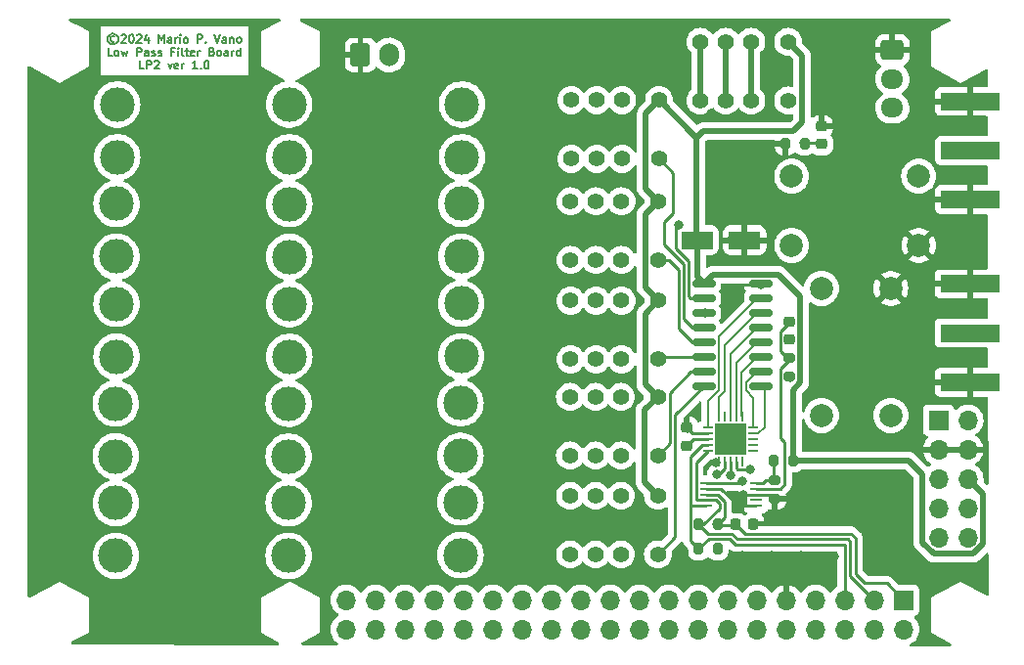
<source format=gbr>
%TF.GenerationSoftware,KiCad,Pcbnew,7.0.10*%
%TF.CreationDate,2024-04-14T10:08:43-05:00*%
%TF.ProjectId,txfilters,74786669-6c74-4657-9273-2e6b69636164,rev?*%
%TF.SameCoordinates,Original*%
%TF.FileFunction,Copper,L1,Top*%
%TF.FilePolarity,Positive*%
%FSLAX46Y46*%
G04 Gerber Fmt 4.6, Leading zero omitted, Abs format (unit mm)*
G04 Created by KiCad (PCBNEW 7.0.10) date 2024-04-14 10:08:43*
%MOMM*%
%LPD*%
G01*
G04 APERTURE LIST*
G04 Aperture macros list*
%AMRoundRect*
0 Rectangle with rounded corners*
0 $1 Rounding radius*
0 $2 $3 $4 $5 $6 $7 $8 $9 X,Y pos of 4 corners*
0 Add a 4 corners polygon primitive as box body*
4,1,4,$2,$3,$4,$5,$6,$7,$8,$9,$2,$3,0*
0 Add four circle primitives for the rounded corners*
1,1,$1+$1,$2,$3*
1,1,$1+$1,$4,$5*
1,1,$1+$1,$6,$7*
1,1,$1+$1,$8,$9*
0 Add four rect primitives between the rounded corners*
20,1,$1+$1,$2,$3,$4,$5,0*
20,1,$1+$1,$4,$5,$6,$7,0*
20,1,$1+$1,$6,$7,$8,$9,0*
20,1,$1+$1,$8,$9,$2,$3,0*%
G04 Aperture macros list end*
%ADD10C,0.150000*%
%TA.AperFunction,NonConductor*%
%ADD11C,0.150000*%
%TD*%
%TA.AperFunction,ComponentPad*%
%ADD12C,1.400000*%
%TD*%
%TA.AperFunction,ComponentPad*%
%ADD13C,3.000000*%
%TD*%
%TA.AperFunction,SMDPad,CuDef*%
%ADD14RoundRect,0.225000X0.250000X-0.225000X0.250000X0.225000X-0.250000X0.225000X-0.250000X-0.225000X0*%
%TD*%
%TA.AperFunction,ComponentPad*%
%ADD15C,2.000000*%
%TD*%
%TA.AperFunction,SMDPad,CuDef*%
%ADD16RoundRect,0.150000X0.825000X0.150000X-0.825000X0.150000X-0.825000X-0.150000X0.825000X-0.150000X0*%
%TD*%
%TA.AperFunction,SMDPad,CuDef*%
%ADD17RoundRect,0.225000X-0.225000X-0.250000X0.225000X-0.250000X0.225000X0.250000X-0.225000X0.250000X0*%
%TD*%
%TA.AperFunction,SMDPad,CuDef*%
%ADD18R,5.080000X1.500000*%
%TD*%
%TA.AperFunction,SMDPad,CuDef*%
%ADD19RoundRect,0.250000X-1.137500X-0.550000X1.137500X-0.550000X1.137500X0.550000X-1.137500X0.550000X0*%
%TD*%
%TA.AperFunction,SMDPad,CuDef*%
%ADD20RoundRect,0.225000X-0.250000X0.225000X-0.250000X-0.225000X0.250000X-0.225000X0.250000X0.225000X0*%
%TD*%
%TA.AperFunction,SMDPad,CuDef*%
%ADD21RoundRect,0.200000X-0.275000X0.200000X-0.275000X-0.200000X0.275000X-0.200000X0.275000X0.200000X0*%
%TD*%
%TA.AperFunction,SMDPad,CuDef*%
%ADD22RoundRect,0.200000X0.200000X0.275000X-0.200000X0.275000X-0.200000X-0.275000X0.200000X-0.275000X0*%
%TD*%
%TA.AperFunction,ComponentPad*%
%ADD23RoundRect,0.250000X-0.725000X0.600000X-0.725000X-0.600000X0.725000X-0.600000X0.725000X0.600000X0*%
%TD*%
%TA.AperFunction,ComponentPad*%
%ADD24O,1.950000X1.700000*%
%TD*%
%TA.AperFunction,SMDPad,CuDef*%
%ADD25R,1.100000X0.250000*%
%TD*%
%TA.AperFunction,SMDPad,CuDef*%
%ADD26RoundRect,0.062500X0.062500X-0.337500X0.062500X0.337500X-0.062500X0.337500X-0.062500X-0.337500X0*%
%TD*%
%TA.AperFunction,SMDPad,CuDef*%
%ADD27RoundRect,0.062500X0.337500X-0.062500X0.337500X0.062500X-0.337500X0.062500X-0.337500X-0.062500X0*%
%TD*%
%TA.AperFunction,SMDPad,CuDef*%
%ADD28R,2.700000X2.700000*%
%TD*%
%TA.AperFunction,ComponentPad*%
%ADD29R,1.700000X1.700000*%
%TD*%
%TA.AperFunction,ComponentPad*%
%ADD30O,1.700000X1.700000*%
%TD*%
%TA.AperFunction,ComponentPad*%
%ADD31RoundRect,0.250000X-0.600000X-0.750000X0.600000X-0.750000X0.600000X0.750000X-0.600000X0.750000X0*%
%TD*%
%TA.AperFunction,ComponentPad*%
%ADD32O,1.700000X2.000000*%
%TD*%
%TA.AperFunction,ViaPad*%
%ADD33C,0.800000*%
%TD*%
%TA.AperFunction,Conductor*%
%ADD34C,0.250000*%
%TD*%
%TA.AperFunction,Conductor*%
%ADD35C,0.500000*%
%TD*%
%TA.AperFunction,Conductor*%
%ADD36C,0.200000*%
%TD*%
G04 APERTURE END LIST*
D10*
D11*
X108862668Y-102541700D02*
X108796001Y-102508366D01*
X108796001Y-102508366D02*
X108662668Y-102508366D01*
X108662668Y-102508366D02*
X108596001Y-102541700D01*
X108596001Y-102541700D02*
X108529335Y-102608366D01*
X108529335Y-102608366D02*
X108496001Y-102675033D01*
X108496001Y-102675033D02*
X108496001Y-102808366D01*
X108496001Y-102808366D02*
X108529335Y-102875033D01*
X108529335Y-102875033D02*
X108596001Y-102941700D01*
X108596001Y-102941700D02*
X108662668Y-102975033D01*
X108662668Y-102975033D02*
X108796001Y-102975033D01*
X108796001Y-102975033D02*
X108862668Y-102941700D01*
X108729335Y-102275033D02*
X108562668Y-102308366D01*
X108562668Y-102308366D02*
X108396001Y-102408366D01*
X108396001Y-102408366D02*
X108296001Y-102575033D01*
X108296001Y-102575033D02*
X108262668Y-102741700D01*
X108262668Y-102741700D02*
X108296001Y-102908366D01*
X108296001Y-102908366D02*
X108396001Y-103075033D01*
X108396001Y-103075033D02*
X108562668Y-103175033D01*
X108562668Y-103175033D02*
X108729335Y-103208366D01*
X108729335Y-103208366D02*
X108896001Y-103175033D01*
X108896001Y-103175033D02*
X109062668Y-103075033D01*
X109062668Y-103075033D02*
X109162668Y-102908366D01*
X109162668Y-102908366D02*
X109196001Y-102741700D01*
X109196001Y-102741700D02*
X109162668Y-102575033D01*
X109162668Y-102575033D02*
X109062668Y-102408366D01*
X109062668Y-102408366D02*
X108896001Y-102308366D01*
X108896001Y-102308366D02*
X108729335Y-102275033D01*
X109462668Y-102441700D02*
X109496001Y-102408366D01*
X109496001Y-102408366D02*
X109562668Y-102375033D01*
X109562668Y-102375033D02*
X109729335Y-102375033D01*
X109729335Y-102375033D02*
X109796001Y-102408366D01*
X109796001Y-102408366D02*
X109829335Y-102441700D01*
X109829335Y-102441700D02*
X109862668Y-102508366D01*
X109862668Y-102508366D02*
X109862668Y-102575033D01*
X109862668Y-102575033D02*
X109829335Y-102675033D01*
X109829335Y-102675033D02*
X109429335Y-103075033D01*
X109429335Y-103075033D02*
X109862668Y-103075033D01*
X110296002Y-102375033D02*
X110362668Y-102375033D01*
X110362668Y-102375033D02*
X110429335Y-102408366D01*
X110429335Y-102408366D02*
X110462668Y-102441700D01*
X110462668Y-102441700D02*
X110496002Y-102508366D01*
X110496002Y-102508366D02*
X110529335Y-102641700D01*
X110529335Y-102641700D02*
X110529335Y-102808366D01*
X110529335Y-102808366D02*
X110496002Y-102941700D01*
X110496002Y-102941700D02*
X110462668Y-103008366D01*
X110462668Y-103008366D02*
X110429335Y-103041700D01*
X110429335Y-103041700D02*
X110362668Y-103075033D01*
X110362668Y-103075033D02*
X110296002Y-103075033D01*
X110296002Y-103075033D02*
X110229335Y-103041700D01*
X110229335Y-103041700D02*
X110196002Y-103008366D01*
X110196002Y-103008366D02*
X110162668Y-102941700D01*
X110162668Y-102941700D02*
X110129335Y-102808366D01*
X110129335Y-102808366D02*
X110129335Y-102641700D01*
X110129335Y-102641700D02*
X110162668Y-102508366D01*
X110162668Y-102508366D02*
X110196002Y-102441700D01*
X110196002Y-102441700D02*
X110229335Y-102408366D01*
X110229335Y-102408366D02*
X110296002Y-102375033D01*
X110796002Y-102441700D02*
X110829335Y-102408366D01*
X110829335Y-102408366D02*
X110896002Y-102375033D01*
X110896002Y-102375033D02*
X111062669Y-102375033D01*
X111062669Y-102375033D02*
X111129335Y-102408366D01*
X111129335Y-102408366D02*
X111162669Y-102441700D01*
X111162669Y-102441700D02*
X111196002Y-102508366D01*
X111196002Y-102508366D02*
X111196002Y-102575033D01*
X111196002Y-102575033D02*
X111162669Y-102675033D01*
X111162669Y-102675033D02*
X110762669Y-103075033D01*
X110762669Y-103075033D02*
X111196002Y-103075033D01*
X111796002Y-102608366D02*
X111796002Y-103075033D01*
X111629336Y-102341700D02*
X111462669Y-102841700D01*
X111462669Y-102841700D02*
X111896002Y-102841700D01*
X112696002Y-103075033D02*
X112696002Y-102375033D01*
X112696002Y-102375033D02*
X112929336Y-102875033D01*
X112929336Y-102875033D02*
X113162669Y-102375033D01*
X113162669Y-102375033D02*
X113162669Y-103075033D01*
X113796002Y-103075033D02*
X113796002Y-102708366D01*
X113796002Y-102708366D02*
X113762669Y-102641700D01*
X113762669Y-102641700D02*
X113696002Y-102608366D01*
X113696002Y-102608366D02*
X113562669Y-102608366D01*
X113562669Y-102608366D02*
X113496002Y-102641700D01*
X113796002Y-103041700D02*
X113729336Y-103075033D01*
X113729336Y-103075033D02*
X113562669Y-103075033D01*
X113562669Y-103075033D02*
X113496002Y-103041700D01*
X113496002Y-103041700D02*
X113462669Y-102975033D01*
X113462669Y-102975033D02*
X113462669Y-102908366D01*
X113462669Y-102908366D02*
X113496002Y-102841700D01*
X113496002Y-102841700D02*
X113562669Y-102808366D01*
X113562669Y-102808366D02*
X113729336Y-102808366D01*
X113729336Y-102808366D02*
X113796002Y-102775033D01*
X114129335Y-103075033D02*
X114129335Y-102608366D01*
X114129335Y-102741700D02*
X114162669Y-102675033D01*
X114162669Y-102675033D02*
X114196002Y-102641700D01*
X114196002Y-102641700D02*
X114262669Y-102608366D01*
X114262669Y-102608366D02*
X114329335Y-102608366D01*
X114562668Y-103075033D02*
X114562668Y-102608366D01*
X114562668Y-102375033D02*
X114529335Y-102408366D01*
X114529335Y-102408366D02*
X114562668Y-102441700D01*
X114562668Y-102441700D02*
X114596002Y-102408366D01*
X114596002Y-102408366D02*
X114562668Y-102375033D01*
X114562668Y-102375033D02*
X114562668Y-102441700D01*
X114996001Y-103075033D02*
X114929335Y-103041700D01*
X114929335Y-103041700D02*
X114896001Y-103008366D01*
X114896001Y-103008366D02*
X114862668Y-102941700D01*
X114862668Y-102941700D02*
X114862668Y-102741700D01*
X114862668Y-102741700D02*
X114896001Y-102675033D01*
X114896001Y-102675033D02*
X114929335Y-102641700D01*
X114929335Y-102641700D02*
X114996001Y-102608366D01*
X114996001Y-102608366D02*
X115096001Y-102608366D01*
X115096001Y-102608366D02*
X115162668Y-102641700D01*
X115162668Y-102641700D02*
X115196001Y-102675033D01*
X115196001Y-102675033D02*
X115229335Y-102741700D01*
X115229335Y-102741700D02*
X115229335Y-102941700D01*
X115229335Y-102941700D02*
X115196001Y-103008366D01*
X115196001Y-103008366D02*
X115162668Y-103041700D01*
X115162668Y-103041700D02*
X115096001Y-103075033D01*
X115096001Y-103075033D02*
X114996001Y-103075033D01*
X116062667Y-103075033D02*
X116062667Y-102375033D01*
X116062667Y-102375033D02*
X116329334Y-102375033D01*
X116329334Y-102375033D02*
X116396001Y-102408366D01*
X116396001Y-102408366D02*
X116429334Y-102441700D01*
X116429334Y-102441700D02*
X116462667Y-102508366D01*
X116462667Y-102508366D02*
X116462667Y-102608366D01*
X116462667Y-102608366D02*
X116429334Y-102675033D01*
X116429334Y-102675033D02*
X116396001Y-102708366D01*
X116396001Y-102708366D02*
X116329334Y-102741700D01*
X116329334Y-102741700D02*
X116062667Y-102741700D01*
X116762667Y-103008366D02*
X116796001Y-103041700D01*
X116796001Y-103041700D02*
X116762667Y-103075033D01*
X116762667Y-103075033D02*
X116729334Y-103041700D01*
X116729334Y-103041700D02*
X116762667Y-103008366D01*
X116762667Y-103008366D02*
X116762667Y-103075033D01*
X117529333Y-102375033D02*
X117762667Y-103075033D01*
X117762667Y-103075033D02*
X117996000Y-102375033D01*
X118529333Y-103075033D02*
X118529333Y-102708366D01*
X118529333Y-102708366D02*
X118496000Y-102641700D01*
X118496000Y-102641700D02*
X118429333Y-102608366D01*
X118429333Y-102608366D02*
X118296000Y-102608366D01*
X118296000Y-102608366D02*
X118229333Y-102641700D01*
X118529333Y-103041700D02*
X118462667Y-103075033D01*
X118462667Y-103075033D02*
X118296000Y-103075033D01*
X118296000Y-103075033D02*
X118229333Y-103041700D01*
X118229333Y-103041700D02*
X118196000Y-102975033D01*
X118196000Y-102975033D02*
X118196000Y-102908366D01*
X118196000Y-102908366D02*
X118229333Y-102841700D01*
X118229333Y-102841700D02*
X118296000Y-102808366D01*
X118296000Y-102808366D02*
X118462667Y-102808366D01*
X118462667Y-102808366D02*
X118529333Y-102775033D01*
X118862666Y-102608366D02*
X118862666Y-103075033D01*
X118862666Y-102675033D02*
X118896000Y-102641700D01*
X118896000Y-102641700D02*
X118962666Y-102608366D01*
X118962666Y-102608366D02*
X119062666Y-102608366D01*
X119062666Y-102608366D02*
X119129333Y-102641700D01*
X119129333Y-102641700D02*
X119162666Y-102708366D01*
X119162666Y-102708366D02*
X119162666Y-103075033D01*
X119595999Y-103075033D02*
X119529333Y-103041700D01*
X119529333Y-103041700D02*
X119495999Y-103008366D01*
X119495999Y-103008366D02*
X119462666Y-102941700D01*
X119462666Y-102941700D02*
X119462666Y-102741700D01*
X119462666Y-102741700D02*
X119495999Y-102675033D01*
X119495999Y-102675033D02*
X119529333Y-102641700D01*
X119529333Y-102641700D02*
X119595999Y-102608366D01*
X119595999Y-102608366D02*
X119695999Y-102608366D01*
X119695999Y-102608366D02*
X119762666Y-102641700D01*
X119762666Y-102641700D02*
X119795999Y-102675033D01*
X119795999Y-102675033D02*
X119829333Y-102741700D01*
X119829333Y-102741700D02*
X119829333Y-102941700D01*
X119829333Y-102941700D02*
X119795999Y-103008366D01*
X119795999Y-103008366D02*
X119762666Y-103041700D01*
X119762666Y-103041700D02*
X119695999Y-103075033D01*
X119695999Y-103075033D02*
X119595999Y-103075033D01*
X108662668Y-104202033D02*
X108329334Y-104202033D01*
X108329334Y-104202033D02*
X108329334Y-103502033D01*
X108996001Y-104202033D02*
X108929335Y-104168700D01*
X108929335Y-104168700D02*
X108896001Y-104135366D01*
X108896001Y-104135366D02*
X108862668Y-104068700D01*
X108862668Y-104068700D02*
X108862668Y-103868700D01*
X108862668Y-103868700D02*
X108896001Y-103802033D01*
X108896001Y-103802033D02*
X108929335Y-103768700D01*
X108929335Y-103768700D02*
X108996001Y-103735366D01*
X108996001Y-103735366D02*
X109096001Y-103735366D01*
X109096001Y-103735366D02*
X109162668Y-103768700D01*
X109162668Y-103768700D02*
X109196001Y-103802033D01*
X109196001Y-103802033D02*
X109229335Y-103868700D01*
X109229335Y-103868700D02*
X109229335Y-104068700D01*
X109229335Y-104068700D02*
X109196001Y-104135366D01*
X109196001Y-104135366D02*
X109162668Y-104168700D01*
X109162668Y-104168700D02*
X109096001Y-104202033D01*
X109096001Y-104202033D02*
X108996001Y-104202033D01*
X109462668Y-103735366D02*
X109596001Y-104202033D01*
X109596001Y-104202033D02*
X109729334Y-103868700D01*
X109729334Y-103868700D02*
X109862668Y-104202033D01*
X109862668Y-104202033D02*
X109996001Y-103735366D01*
X110796000Y-104202033D02*
X110796000Y-103502033D01*
X110796000Y-103502033D02*
X111062667Y-103502033D01*
X111062667Y-103502033D02*
X111129334Y-103535366D01*
X111129334Y-103535366D02*
X111162667Y-103568700D01*
X111162667Y-103568700D02*
X111196000Y-103635366D01*
X111196000Y-103635366D02*
X111196000Y-103735366D01*
X111196000Y-103735366D02*
X111162667Y-103802033D01*
X111162667Y-103802033D02*
X111129334Y-103835366D01*
X111129334Y-103835366D02*
X111062667Y-103868700D01*
X111062667Y-103868700D02*
X110796000Y-103868700D01*
X111796000Y-104202033D02*
X111796000Y-103835366D01*
X111796000Y-103835366D02*
X111762667Y-103768700D01*
X111762667Y-103768700D02*
X111696000Y-103735366D01*
X111696000Y-103735366D02*
X111562667Y-103735366D01*
X111562667Y-103735366D02*
X111496000Y-103768700D01*
X111796000Y-104168700D02*
X111729334Y-104202033D01*
X111729334Y-104202033D02*
X111562667Y-104202033D01*
X111562667Y-104202033D02*
X111496000Y-104168700D01*
X111496000Y-104168700D02*
X111462667Y-104102033D01*
X111462667Y-104102033D02*
X111462667Y-104035366D01*
X111462667Y-104035366D02*
X111496000Y-103968700D01*
X111496000Y-103968700D02*
X111562667Y-103935366D01*
X111562667Y-103935366D02*
X111729334Y-103935366D01*
X111729334Y-103935366D02*
X111796000Y-103902033D01*
X112096000Y-104168700D02*
X112162667Y-104202033D01*
X112162667Y-104202033D02*
X112296000Y-104202033D01*
X112296000Y-104202033D02*
X112362667Y-104168700D01*
X112362667Y-104168700D02*
X112396000Y-104102033D01*
X112396000Y-104102033D02*
X112396000Y-104068700D01*
X112396000Y-104068700D02*
X112362667Y-104002033D01*
X112362667Y-104002033D02*
X112296000Y-103968700D01*
X112296000Y-103968700D02*
X112196000Y-103968700D01*
X112196000Y-103968700D02*
X112129333Y-103935366D01*
X112129333Y-103935366D02*
X112096000Y-103868700D01*
X112096000Y-103868700D02*
X112096000Y-103835366D01*
X112096000Y-103835366D02*
X112129333Y-103768700D01*
X112129333Y-103768700D02*
X112196000Y-103735366D01*
X112196000Y-103735366D02*
X112296000Y-103735366D01*
X112296000Y-103735366D02*
X112362667Y-103768700D01*
X112662667Y-104168700D02*
X112729334Y-104202033D01*
X112729334Y-104202033D02*
X112862667Y-104202033D01*
X112862667Y-104202033D02*
X112929334Y-104168700D01*
X112929334Y-104168700D02*
X112962667Y-104102033D01*
X112962667Y-104102033D02*
X112962667Y-104068700D01*
X112962667Y-104068700D02*
X112929334Y-104002033D01*
X112929334Y-104002033D02*
X112862667Y-103968700D01*
X112862667Y-103968700D02*
X112762667Y-103968700D01*
X112762667Y-103968700D02*
X112696000Y-103935366D01*
X112696000Y-103935366D02*
X112662667Y-103868700D01*
X112662667Y-103868700D02*
X112662667Y-103835366D01*
X112662667Y-103835366D02*
X112696000Y-103768700D01*
X112696000Y-103768700D02*
X112762667Y-103735366D01*
X112762667Y-103735366D02*
X112862667Y-103735366D01*
X112862667Y-103735366D02*
X112929334Y-103768700D01*
X114029334Y-103835366D02*
X113796000Y-103835366D01*
X113796000Y-104202033D02*
X113796000Y-103502033D01*
X113796000Y-103502033D02*
X114129334Y-103502033D01*
X114396000Y-104202033D02*
X114396000Y-103735366D01*
X114396000Y-103502033D02*
X114362667Y-103535366D01*
X114362667Y-103535366D02*
X114396000Y-103568700D01*
X114396000Y-103568700D02*
X114429334Y-103535366D01*
X114429334Y-103535366D02*
X114396000Y-103502033D01*
X114396000Y-103502033D02*
X114396000Y-103568700D01*
X114829333Y-104202033D02*
X114762667Y-104168700D01*
X114762667Y-104168700D02*
X114729333Y-104102033D01*
X114729333Y-104102033D02*
X114729333Y-103502033D01*
X114996000Y-103735366D02*
X115262667Y-103735366D01*
X115096000Y-103502033D02*
X115096000Y-104102033D01*
X115096000Y-104102033D02*
X115129334Y-104168700D01*
X115129334Y-104168700D02*
X115196000Y-104202033D01*
X115196000Y-104202033D02*
X115262667Y-104202033D01*
X115762667Y-104168700D02*
X115696000Y-104202033D01*
X115696000Y-104202033D02*
X115562667Y-104202033D01*
X115562667Y-104202033D02*
X115496000Y-104168700D01*
X115496000Y-104168700D02*
X115462667Y-104102033D01*
X115462667Y-104102033D02*
X115462667Y-103835366D01*
X115462667Y-103835366D02*
X115496000Y-103768700D01*
X115496000Y-103768700D02*
X115562667Y-103735366D01*
X115562667Y-103735366D02*
X115696000Y-103735366D01*
X115696000Y-103735366D02*
X115762667Y-103768700D01*
X115762667Y-103768700D02*
X115796000Y-103835366D01*
X115796000Y-103835366D02*
X115796000Y-103902033D01*
X115796000Y-103902033D02*
X115462667Y-103968700D01*
X116096000Y-104202033D02*
X116096000Y-103735366D01*
X116096000Y-103868700D02*
X116129334Y-103802033D01*
X116129334Y-103802033D02*
X116162667Y-103768700D01*
X116162667Y-103768700D02*
X116229334Y-103735366D01*
X116229334Y-103735366D02*
X116296000Y-103735366D01*
X117296000Y-103835366D02*
X117396000Y-103868700D01*
X117396000Y-103868700D02*
X117429333Y-103902033D01*
X117429333Y-103902033D02*
X117462666Y-103968700D01*
X117462666Y-103968700D02*
X117462666Y-104068700D01*
X117462666Y-104068700D02*
X117429333Y-104135366D01*
X117429333Y-104135366D02*
X117396000Y-104168700D01*
X117396000Y-104168700D02*
X117329333Y-104202033D01*
X117329333Y-104202033D02*
X117062666Y-104202033D01*
X117062666Y-104202033D02*
X117062666Y-103502033D01*
X117062666Y-103502033D02*
X117296000Y-103502033D01*
X117296000Y-103502033D02*
X117362666Y-103535366D01*
X117362666Y-103535366D02*
X117396000Y-103568700D01*
X117396000Y-103568700D02*
X117429333Y-103635366D01*
X117429333Y-103635366D02*
X117429333Y-103702033D01*
X117429333Y-103702033D02*
X117396000Y-103768700D01*
X117396000Y-103768700D02*
X117362666Y-103802033D01*
X117362666Y-103802033D02*
X117296000Y-103835366D01*
X117296000Y-103835366D02*
X117062666Y-103835366D01*
X117862666Y-104202033D02*
X117796000Y-104168700D01*
X117796000Y-104168700D02*
X117762666Y-104135366D01*
X117762666Y-104135366D02*
X117729333Y-104068700D01*
X117729333Y-104068700D02*
X117729333Y-103868700D01*
X117729333Y-103868700D02*
X117762666Y-103802033D01*
X117762666Y-103802033D02*
X117796000Y-103768700D01*
X117796000Y-103768700D02*
X117862666Y-103735366D01*
X117862666Y-103735366D02*
X117962666Y-103735366D01*
X117962666Y-103735366D02*
X118029333Y-103768700D01*
X118029333Y-103768700D02*
X118062666Y-103802033D01*
X118062666Y-103802033D02*
X118096000Y-103868700D01*
X118096000Y-103868700D02*
X118096000Y-104068700D01*
X118096000Y-104068700D02*
X118062666Y-104135366D01*
X118062666Y-104135366D02*
X118029333Y-104168700D01*
X118029333Y-104168700D02*
X117962666Y-104202033D01*
X117962666Y-104202033D02*
X117862666Y-104202033D01*
X118695999Y-104202033D02*
X118695999Y-103835366D01*
X118695999Y-103835366D02*
X118662666Y-103768700D01*
X118662666Y-103768700D02*
X118595999Y-103735366D01*
X118595999Y-103735366D02*
X118462666Y-103735366D01*
X118462666Y-103735366D02*
X118395999Y-103768700D01*
X118695999Y-104168700D02*
X118629333Y-104202033D01*
X118629333Y-104202033D02*
X118462666Y-104202033D01*
X118462666Y-104202033D02*
X118395999Y-104168700D01*
X118395999Y-104168700D02*
X118362666Y-104102033D01*
X118362666Y-104102033D02*
X118362666Y-104035366D01*
X118362666Y-104035366D02*
X118395999Y-103968700D01*
X118395999Y-103968700D02*
X118462666Y-103935366D01*
X118462666Y-103935366D02*
X118629333Y-103935366D01*
X118629333Y-103935366D02*
X118695999Y-103902033D01*
X119029332Y-104202033D02*
X119029332Y-103735366D01*
X119029332Y-103868700D02*
X119062666Y-103802033D01*
X119062666Y-103802033D02*
X119095999Y-103768700D01*
X119095999Y-103768700D02*
X119162666Y-103735366D01*
X119162666Y-103735366D02*
X119229332Y-103735366D01*
X119762665Y-104202033D02*
X119762665Y-103502033D01*
X119762665Y-104168700D02*
X119695999Y-104202033D01*
X119695999Y-104202033D02*
X119562665Y-104202033D01*
X119562665Y-104202033D02*
X119495999Y-104168700D01*
X119495999Y-104168700D02*
X119462665Y-104135366D01*
X119462665Y-104135366D02*
X119429332Y-104068700D01*
X119429332Y-104068700D02*
X119429332Y-103868700D01*
X119429332Y-103868700D02*
X119462665Y-103802033D01*
X119462665Y-103802033D02*
X119495999Y-103768700D01*
X119495999Y-103768700D02*
X119562665Y-103735366D01*
X119562665Y-103735366D02*
X119695999Y-103735366D01*
X119695999Y-103735366D02*
X119762665Y-103768700D01*
X111429334Y-105329033D02*
X111096000Y-105329033D01*
X111096000Y-105329033D02*
X111096000Y-104629033D01*
X111662667Y-105329033D02*
X111662667Y-104629033D01*
X111662667Y-104629033D02*
X111929334Y-104629033D01*
X111929334Y-104629033D02*
X111996001Y-104662366D01*
X111996001Y-104662366D02*
X112029334Y-104695700D01*
X112029334Y-104695700D02*
X112062667Y-104762366D01*
X112062667Y-104762366D02*
X112062667Y-104862366D01*
X112062667Y-104862366D02*
X112029334Y-104929033D01*
X112029334Y-104929033D02*
X111996001Y-104962366D01*
X111996001Y-104962366D02*
X111929334Y-104995700D01*
X111929334Y-104995700D02*
X111662667Y-104995700D01*
X112329334Y-104695700D02*
X112362667Y-104662366D01*
X112362667Y-104662366D02*
X112429334Y-104629033D01*
X112429334Y-104629033D02*
X112596001Y-104629033D01*
X112596001Y-104629033D02*
X112662667Y-104662366D01*
X112662667Y-104662366D02*
X112696001Y-104695700D01*
X112696001Y-104695700D02*
X112729334Y-104762366D01*
X112729334Y-104762366D02*
X112729334Y-104829033D01*
X112729334Y-104829033D02*
X112696001Y-104929033D01*
X112696001Y-104929033D02*
X112296001Y-105329033D01*
X112296001Y-105329033D02*
X112729334Y-105329033D01*
X113496001Y-104862366D02*
X113662667Y-105329033D01*
X113662667Y-105329033D02*
X113829334Y-104862366D01*
X114362667Y-105295700D02*
X114296000Y-105329033D01*
X114296000Y-105329033D02*
X114162667Y-105329033D01*
X114162667Y-105329033D02*
X114096000Y-105295700D01*
X114096000Y-105295700D02*
X114062667Y-105229033D01*
X114062667Y-105229033D02*
X114062667Y-104962366D01*
X114062667Y-104962366D02*
X114096000Y-104895700D01*
X114096000Y-104895700D02*
X114162667Y-104862366D01*
X114162667Y-104862366D02*
X114296000Y-104862366D01*
X114296000Y-104862366D02*
X114362667Y-104895700D01*
X114362667Y-104895700D02*
X114396000Y-104962366D01*
X114396000Y-104962366D02*
X114396000Y-105029033D01*
X114396000Y-105029033D02*
X114062667Y-105095700D01*
X114696000Y-105329033D02*
X114696000Y-104862366D01*
X114696000Y-104995700D02*
X114729334Y-104929033D01*
X114729334Y-104929033D02*
X114762667Y-104895700D01*
X114762667Y-104895700D02*
X114829334Y-104862366D01*
X114829334Y-104862366D02*
X114896000Y-104862366D01*
X116029333Y-105329033D02*
X115629333Y-105329033D01*
X115829333Y-105329033D02*
X115829333Y-104629033D01*
X115829333Y-104629033D02*
X115762666Y-104729033D01*
X115762666Y-104729033D02*
X115696000Y-104795700D01*
X115696000Y-104795700D02*
X115629333Y-104829033D01*
X116329333Y-105262366D02*
X116362667Y-105295700D01*
X116362667Y-105295700D02*
X116329333Y-105329033D01*
X116329333Y-105329033D02*
X116296000Y-105295700D01*
X116296000Y-105295700D02*
X116329333Y-105262366D01*
X116329333Y-105262366D02*
X116329333Y-105329033D01*
X116796000Y-104629033D02*
X116862666Y-104629033D01*
X116862666Y-104629033D02*
X116929333Y-104662366D01*
X116929333Y-104662366D02*
X116962666Y-104695700D01*
X116962666Y-104695700D02*
X116996000Y-104762366D01*
X116996000Y-104762366D02*
X117029333Y-104895700D01*
X117029333Y-104895700D02*
X117029333Y-105062366D01*
X117029333Y-105062366D02*
X116996000Y-105195700D01*
X116996000Y-105195700D02*
X116962666Y-105262366D01*
X116962666Y-105262366D02*
X116929333Y-105295700D01*
X116929333Y-105295700D02*
X116862666Y-105329033D01*
X116862666Y-105329033D02*
X116796000Y-105329033D01*
X116796000Y-105329033D02*
X116729333Y-105295700D01*
X116729333Y-105295700D02*
X116696000Y-105262366D01*
X116696000Y-105262366D02*
X116662666Y-105195700D01*
X116662666Y-105195700D02*
X116629333Y-105062366D01*
X116629333Y-105062366D02*
X116629333Y-104895700D01*
X116629333Y-104895700D02*
X116662666Y-104762366D01*
X116662666Y-104762366D02*
X116696000Y-104695700D01*
X116696000Y-104695700D02*
X116729333Y-104662366D01*
X116729333Y-104662366D02*
X116796000Y-104629033D01*
D12*
%TO.P,K6,1*%
%TO.N,Net-(J4-Pin_6)*%
X155905000Y-142295000D03*
%TO.P,K6,2*%
%TO.N,Net-(K6-Pad2)*%
X152705000Y-142295000D03*
%TO.P,K6,3*%
%TO.N,Net-(K5-Pad6)*%
X150505000Y-142295000D03*
%TO.P,K6,4*%
%TO.N,Net-(C21-Pad1)*%
X148305000Y-142295000D03*
%TO.P,K6,5*%
%TO.N,Net-(C24-Pad1)*%
X148305000Y-147375000D03*
%TO.P,K6,6*%
%TO.N,Net-(K6-Pad6)*%
X150505000Y-147375000D03*
%TO.P,K6,7*%
%TO.N,Net-(K6-Pad2)*%
X152705000Y-147375000D03*
%TO.P,K6,8*%
%TO.N,Net-(U3-O1)*%
X155905000Y-147375000D03*
%TD*%
D13*
%TO.P,L9,1*%
%TO.N,Net-(C16-Pad1)*%
X109035000Y-125682500D03*
%TO.P,L9,2*%
%TO.N,Net-(C15-Pad1)*%
X109035000Y-130252500D03*
%TD*%
D14*
%TO.P,C27,1*%
%TO.N,Net-(D2-K)*%
X170077000Y-111852000D03*
%TO.P,C27,2*%
%TO.N,GND*%
X170077000Y-110302000D03*
%TD*%
D13*
%TO.P,L1,1*%
%TO.N,Net-(C28-Pad1)*%
X138945000Y-108420000D03*
%TO.P,L1,2*%
%TO.N,Net-(C1-Pad1)*%
X138945000Y-112990000D03*
%TD*%
D12*
%TO.P,K1,1*%
%TO.N,Net-(J4-Pin_6)*%
X156005000Y-108045000D03*
%TO.P,K1,2*%
%TO.N,Net-(K1-Pad2)*%
X152805000Y-108045000D03*
%TO.P,K1,3*%
%TO.N,Net-(K1-Pad3)*%
X150605000Y-108045000D03*
%TO.P,K1,4*%
%TO.N,Net-(C1-Pad1)*%
X148405000Y-108045000D03*
%TO.P,K1,5*%
%TO.N,Net-(C30-Pad1)*%
X148405000Y-113125000D03*
%TO.P,K1,6*%
%TO.N,Net-(K1-Pad6)*%
X150605000Y-113125000D03*
%TO.P,K1,7*%
%TO.N,Net-(K1-Pad2)*%
X152805000Y-113125000D03*
%TO.P,K1,8*%
%TO.N,Net-(U3-O5)*%
X156005000Y-113125000D03*
%TD*%
D15*
%TO.P,L17,1,1*%
%TO.N,Net-(D1-A)*%
X167485000Y-120615000D03*
%TO.P,L17,2,2*%
%TO.N,GND*%
X178485000Y-120615000D03*
%TO.P,L17,3,3*%
%TO.N,Net-(D2-A)*%
X167485000Y-114615000D03*
%TO.P,L17,4,4*%
%TO.N,Net-(J3-In)*%
X178485000Y-114615000D03*
%TD*%
D13*
%TO.P,L2,1*%
%TO.N,Net-(C29-Pad1)*%
X123985000Y-108420000D03*
%TO.P,L2,2*%
%TO.N,Net-(C28-Pad1)*%
X123985000Y-112990000D03*
%TD*%
%TO.P,L3,1*%
%TO.N,Net-(C30-Pad1)*%
X109105000Y-108420000D03*
%TO.P,L3,2*%
%TO.N,Net-(C29-Pad1)*%
X109105000Y-112990000D03*
%TD*%
D12*
%TO.P,K5,1*%
%TO.N,Net-(J4-Pin_6)*%
X155895000Y-133732500D03*
%TO.P,K5,2*%
%TO.N,Net-(K5-Pad2)*%
X152695000Y-133732500D03*
%TO.P,K5,3*%
%TO.N,Net-(K4-Pad6)*%
X150495000Y-133732500D03*
%TO.P,K5,4*%
%TO.N,Net-(C17-Pad1)*%
X148295000Y-133732500D03*
%TO.P,K5,5*%
%TO.N,Net-(C20-Pad1)*%
X148295000Y-138812500D03*
%TO.P,K5,6*%
%TO.N,Net-(K5-Pad6)*%
X150495000Y-138812500D03*
%TO.P,K5,7*%
%TO.N,Net-(K5-Pad2)*%
X152695000Y-138812500D03*
%TO.P,K5,8*%
%TO.N,Net-(U3-O2)*%
X155895000Y-138812500D03*
%TD*%
D16*
%TO.P,U3,1,I1*%
%TO.N,Net-(U2-GP0)*%
X164830000Y-132830000D03*
%TO.P,U3,2,I2*%
%TO.N,Net-(U2-GP1)*%
X164830000Y-131560000D03*
%TO.P,U3,3,I3*%
%TO.N,Net-(U2-GP2)*%
X164830000Y-130290000D03*
%TO.P,U3,4,I4*%
%TO.N,Net-(U2-GP3)*%
X164830000Y-129020000D03*
%TO.P,U3,5,I5*%
%TO.N,Net-(U2-GP4)*%
X164830000Y-127750000D03*
%TO.P,U3,6,I6*%
%TO.N,Net-(U2-GP6)*%
X164830000Y-126480000D03*
%TO.P,U3,7,I7*%
%TO.N,Net-(U2-GP7)*%
X164830000Y-125210000D03*
%TO.P,U3,8,GND*%
%TO.N,GND*%
X164830000Y-123940000D03*
%TO.P,U3,9,COM*%
%TO.N,Net-(J4-Pin_6)*%
X159880000Y-123940000D03*
%TO.P,U3,10,O7*%
%TO.N,Net-(U3-O7)*%
X159880000Y-125210000D03*
%TO.P,U3,11,O6*%
%TO.N,Net-(J6-Pin_3)*%
X159880000Y-126480000D03*
%TO.P,U3,12,O5*%
%TO.N,Net-(U3-O5)*%
X159880000Y-127750000D03*
%TO.P,U3,13,O4*%
%TO.N,Net-(U3-O4)*%
X159880000Y-129020000D03*
%TO.P,U3,14,O3*%
%TO.N,Net-(U3-O3)*%
X159880000Y-130290000D03*
%TO.P,U3,15,O2*%
%TO.N,Net-(U3-O2)*%
X159880000Y-131560000D03*
%TO.P,U3,16,O1*%
%TO.N,Net-(U3-O1)*%
X159880000Y-132830000D03*
%TD*%
D17*
%TO.P,C3,1*%
%TO.N,Net-(J1-Pin_1)*%
X162630000Y-144775000D03*
%TO.P,C3,2*%
%TO.N,GND*%
X164180000Y-144775000D03*
%TD*%
D18*
%TO.P,J3,1,In*%
%TO.N,Net-(J3-In)*%
X182910000Y-128205000D03*
%TO.P,J3,2,Ext*%
%TO.N,GND*%
X182910000Y-123955000D03*
X182910000Y-132455000D03*
%TD*%
D13*
%TO.P,L6,1*%
%TO.N,Net-(C12-Pad1)*%
X109035000Y-117021250D03*
%TO.P,L6,2*%
%TO.N,Net-(C11-Pad1)*%
X109035000Y-121591250D03*
%TD*%
D19*
%TO.P,C6,1*%
%TO.N,Net-(J4-Pin_6)*%
X159286500Y-120163000D03*
%TO.P,C6,2*%
%TO.N,GND*%
X163411500Y-120163000D03*
%TD*%
D20*
%TO.P,C26,1*%
%TO.N,Net-(D1-K)*%
X167285000Y-127224000D03*
%TO.P,C26,2*%
%TO.N,GND*%
X167285000Y-128774000D03*
%TD*%
D13*
%TO.P,L15,1*%
%TO.N,Net-(C24-Pad1)*%
X108985000Y-142929000D03*
%TO.P,L15,2*%
%TO.N,Net-(C23-Pad1)*%
X108985000Y-147499000D03*
%TD*%
D15*
%TO.P,L16,1,1*%
%TO.N,Net-(J3-In)*%
X176075000Y-135345000D03*
%TO.P,L16,2,2*%
%TO.N,GND*%
X176075000Y-124345000D03*
%TO.P,L16,3,3*%
%TO.N,Net-(K6-Pad6)*%
X170075000Y-135345000D03*
%TO.P,L16,4,4*%
%TO.N,Net-(D1-A)*%
X170075000Y-124345000D03*
%TD*%
D21*
%TO.P,R2,1*%
%TO.N,Net-(D1-K)*%
X167285000Y-130348000D03*
%TO.P,R2,2*%
%TO.N,GND*%
X167285000Y-131998000D03*
%TD*%
%TO.P,R3,1*%
%TO.N,Net-(U1-AIN1)*%
X166023000Y-140929000D03*
%TO.P,R3,2*%
%TO.N,GND*%
X166023000Y-142579000D03*
%TD*%
D18*
%TO.P,J2,1,In*%
%TO.N,Net-(J2-In)*%
X182960000Y-112395000D03*
%TO.P,J2,2,Ext*%
%TO.N,GND*%
X182960000Y-108145000D03*
X182960000Y-116645000D03*
%TD*%
D22*
%TO.P,R4,1*%
%TO.N,Net-(J4-Pin_6)*%
X167610000Y-139255000D03*
%TO.P,R4,2*%
%TO.N,Net-(U1-AIN1)*%
X165960000Y-139255000D03*
%TD*%
D13*
%TO.P,L11,1*%
%TO.N,Net-(C19-Pad1)*%
X123935000Y-134325250D03*
%TO.P,L11,2*%
%TO.N,Net-(C18-Pad1)*%
X123935000Y-138895250D03*
%TD*%
%TO.P,L7,1*%
%TO.N,Net-(C14-Pad1)*%
X138875000Y-125652500D03*
%TO.P,L7,2*%
%TO.N,Net-(C13-Pad1)*%
X138875000Y-130222500D03*
%TD*%
D23*
%TO.P,J6,1,Pin_1*%
%TO.N,GND*%
X176203000Y-103713000D03*
D24*
%TO.P,J6,2,Pin_2*%
%TO.N,Net-(J2-In)*%
X176203000Y-106213000D03*
%TO.P,J6,3,Pin_3*%
%TO.N,Net-(J6-Pin_3)*%
X176203000Y-108713000D03*
%TD*%
D12*
%TO.P,K2,1*%
%TO.N,Net-(J4-Pin_6)*%
X167185000Y-102985000D03*
%TO.P,K2,2*%
%TO.N,Net-(J5-Pin_2)*%
X163985000Y-102985000D03*
%TO.P,K2,3*%
%TO.N,Net-(K1-Pad3)*%
X161785000Y-102985000D03*
%TO.P,K2,4*%
%TO.N,Net-(J2-In)*%
X159585000Y-102985000D03*
%TO.P,K2,5*%
X159585000Y-108065000D03*
%TO.P,K2,6*%
%TO.N,Net-(K1-Pad3)*%
X161785000Y-108065000D03*
%TO.P,K2,7*%
%TO.N,Net-(J5-Pin_2)*%
X163985000Y-108065000D03*
%TO.P,K2,8*%
%TO.N,Net-(U3-O7)*%
X167185000Y-108065000D03*
%TD*%
D13*
%TO.P,L4,1*%
%TO.N,Net-(C10-Pad1)*%
X138875000Y-117006250D03*
%TO.P,L4,2*%
%TO.N,Net-(C31-Pad1)*%
X138875000Y-121576250D03*
%TD*%
%TO.P,L8,1*%
%TO.N,Net-(C15-Pad1)*%
X123995000Y-125697500D03*
%TO.P,L8,2*%
%TO.N,Net-(C14-Pad1)*%
X123995000Y-130267500D03*
%TD*%
%TO.P,L12,1*%
%TO.N,Net-(C20-Pad1)*%
X108975000Y-134317750D03*
%TO.P,L12,2*%
%TO.N,Net-(C19-Pad1)*%
X108975000Y-138887750D03*
%TD*%
D12*
%TO.P,K3,1*%
%TO.N,Net-(J4-Pin_6)*%
X155955000Y-116787500D03*
%TO.P,K3,2*%
%TO.N,Net-(K3-Pad2)*%
X152755000Y-116787500D03*
%TO.P,K3,3*%
%TO.N,Net-(K1-Pad6)*%
X150555000Y-116787500D03*
%TO.P,K3,4*%
%TO.N,Net-(C31-Pad1)*%
X148355000Y-116787500D03*
%TO.P,K3,5*%
%TO.N,Net-(C12-Pad1)*%
X148355000Y-121867500D03*
%TO.P,K3,6*%
%TO.N,Net-(K3-Pad6)*%
X150555000Y-121867500D03*
%TO.P,K3,7*%
%TO.N,Net-(K3-Pad2)*%
X152755000Y-121867500D03*
%TO.P,K3,8*%
%TO.N,Net-(U3-O4)*%
X155955000Y-121867500D03*
%TD*%
D22*
%TO.P,R1,1*%
%TO.N,Net-(J1-Pin_1)*%
X161080000Y-144773000D03*
%TO.P,R1,2*%
%TO.N,Net-(J1-Pin_3)*%
X159430000Y-144773000D03*
%TD*%
D13*
%TO.P,L13,1*%
%TO.N,Net-(C22-Pad1)*%
X138825000Y-142869000D03*
%TO.P,L13,2*%
%TO.N,Net-(C21-Pad1)*%
X138825000Y-147439000D03*
%TD*%
D25*
%TO.P,U1,1,ADDR*%
%TO.N,GND*%
X164405000Y-143175000D03*
%TO.P,U1,2,ALERT/RDY*%
%TO.N,unconnected-(U1-ALERT{slash}RDY-Pad2)*%
X164405000Y-142675000D03*
%TO.P,U1,3,GND*%
%TO.N,GND*%
X164405000Y-142175000D03*
%TO.P,U1,4,AIN0*%
%TO.N,Net-(D1-K)*%
X164405000Y-141675000D03*
%TO.P,U1,5,AIN1*%
%TO.N,Net-(U1-AIN1)*%
X164405000Y-141175000D03*
%TO.P,U1,6,AIN2*%
%TO.N,Net-(D2-K)*%
X160105000Y-141175000D03*
%TO.P,U1,7,AIN3*%
%TO.N,GND*%
X160105000Y-141675000D03*
%TO.P,U1,8,VDD*%
%TO.N,Net-(J1-Pin_1)*%
X160105000Y-142175000D03*
%TO.P,U1,9,SDA*%
%TO.N,Net-(J1-Pin_3)*%
X160105000Y-142675000D03*
%TO.P,U1,10,SCL*%
%TO.N,Net-(J1-Pin_5)*%
X160105000Y-143175000D03*
%TD*%
D13*
%TO.P,L14,1*%
%TO.N,Net-(C23-Pad1)*%
X123945000Y-142929000D03*
%TO.P,L14,2*%
%TO.N,Net-(C22-Pad1)*%
X123945000Y-147499000D03*
%TD*%
%TO.P,L5,1*%
%TO.N,Net-(C11-Pad1)*%
X123995000Y-117043750D03*
%TO.P,L5,2*%
%TO.N,Net-(C10-Pad1)*%
X123995000Y-121613750D03*
%TD*%
D12*
%TO.P,K4,1*%
%TO.N,Net-(J4-Pin_6)*%
X155955000Y-125400000D03*
%TO.P,K4,2*%
%TO.N,Net-(K4-Pad2)*%
X152755000Y-125400000D03*
%TO.P,K4,3*%
%TO.N,Net-(K3-Pad6)*%
X150555000Y-125400000D03*
%TO.P,K4,4*%
%TO.N,Net-(C13-Pad1)*%
X148355000Y-125400000D03*
%TO.P,K4,5*%
%TO.N,Net-(C16-Pad1)*%
X148355000Y-130480000D03*
%TO.P,K4,6*%
%TO.N,Net-(K4-Pad6)*%
X150555000Y-130480000D03*
%TO.P,K4,7*%
%TO.N,Net-(K4-Pad2)*%
X152755000Y-130480000D03*
%TO.P,K4,8*%
%TO.N,Net-(U3-O3)*%
X155955000Y-130480000D03*
%TD*%
D26*
%TO.P,U2,1,A2*%
%TO.N,GND*%
X161225000Y-139325000D03*
%TO.P,U2,2,A1*%
%TO.N,Net-(J1-Pin_1)*%
X161725000Y-139325000D03*
%TO.P,U2,3,A0*%
%TO.N,GND*%
X162225000Y-139325000D03*
%TO.P,U2,4,~{RESET}*%
%TO.N,Net-(J1-Pin_1)*%
X162725000Y-139325000D03*
%TO.P,U2,5,NC*%
%TO.N,unconnected-(U2-NC-Pad5)*%
X163225000Y-139325000D03*
D27*
%TO.P,U2,6,NC*%
%TO.N,unconnected-(U2-NC-Pad6)*%
X164175000Y-138375000D03*
%TO.P,U2,7,INT*%
%TO.N,unconnected-(U2-INT-Pad7)*%
X164175000Y-137875000D03*
%TO.P,U2,8,NC*%
%TO.N,unconnected-(U2-NC-Pad8)*%
X164175000Y-137375000D03*
%TO.P,U2,9,GP0*%
%TO.N,Net-(U2-GP0)*%
X164175000Y-136875000D03*
%TO.P,U2,10,GP1*%
%TO.N,Net-(U2-GP1)*%
X164175000Y-136375000D03*
D26*
%TO.P,U2,11,GP2*%
%TO.N,Net-(U2-GP2)*%
X163225000Y-135425000D03*
%TO.P,U2,12,GP3*%
%TO.N,Net-(U2-GP3)*%
X162725000Y-135425000D03*
%TO.P,U2,13,GP4*%
%TO.N,Net-(U2-GP4)*%
X162225000Y-135425000D03*
%TO.P,U2,14,GP5*%
%TO.N,unconnected-(U2-GP5-Pad14)*%
X161725000Y-135425000D03*
%TO.P,U2,15,GP6*%
%TO.N,Net-(U2-GP6)*%
X161225000Y-135425000D03*
D27*
%TO.P,U2,16,GP7*%
%TO.N,Net-(U2-GP7)*%
X160275000Y-136375000D03*
%TO.P,U2,17,VSS*%
%TO.N,GND*%
X160275000Y-136875000D03*
%TO.P,U2,18,VDD*%
%TO.N,Net-(J1-Pin_1)*%
X160275000Y-137375000D03*
%TO.P,U2,19,SCL*%
%TO.N,Net-(J1-Pin_5)*%
X160275000Y-137875000D03*
%TO.P,U2,20,SDA*%
%TO.N,Net-(J1-Pin_3)*%
X160275000Y-138375000D03*
D28*
%TO.P,U2,21,PAD*%
%TO.N,unconnected-(U2-PAD-Pad21)*%
X162225000Y-137375000D03*
%TD*%
D22*
%TO.P,R7,1*%
%TO.N,Net-(D2-K)*%
X168596000Y-111839000D03*
%TO.P,R7,2*%
%TO.N,GND*%
X166946000Y-111839000D03*
%TD*%
D14*
%TO.P,C2,1*%
%TO.N,Net-(J1-Pin_1)*%
X158415000Y-137940000D03*
%TO.P,C2,2*%
%TO.N,GND*%
X158415000Y-136390000D03*
%TD*%
D22*
%TO.P,R8,1*%
%TO.N,Net-(J1-Pin_1)*%
X161080000Y-146902000D03*
%TO.P,R8,2*%
%TO.N,Net-(J1-Pin_5)*%
X159430000Y-146902000D03*
%TD*%
D13*
%TO.P,L10,1*%
%TO.N,Net-(C18-Pad1)*%
X138815000Y-134272750D03*
%TO.P,L10,2*%
%TO.N,Net-(C17-Pad1)*%
X138815000Y-138842750D03*
%TD*%
D29*
%TO.P,J4,1,Pin_1*%
%TO.N,unconnected-(J4-Pin_1-Pad1)*%
X180200000Y-135753600D03*
D30*
%TO.P,J4,2,Pin_2*%
%TO.N,unconnected-(J4-Pin_2-Pad2)*%
X182740000Y-135753600D03*
%TO.P,J4,3,Pin_3*%
%TO.N,GND*%
X180200000Y-138293600D03*
%TO.P,J4,4,Pin_4*%
X182740000Y-138293600D03*
%TO.P,J4,5,Pin_5*%
%TO.N,unconnected-(J4-Pin_5-Pad5)*%
X180200000Y-140833600D03*
%TO.P,J4,6,Pin_6*%
%TO.N,Net-(J4-Pin_6)*%
X182740000Y-140833600D03*
%TO.P,J4,7,Pin_7*%
%TO.N,unconnected-(J4-Pin_7-Pad7)*%
X180200000Y-143373600D03*
%TO.P,J4,8,Pin_8*%
%TO.N,GND*%
X182740000Y-143373600D03*
%TO.P,J4,9,Pin_9*%
%TO.N,unconnected-(J4-Pin_9-Pad9)*%
X180200000Y-145913600D03*
%TO.P,J4,10,Pin_10*%
%TO.N,unconnected-(J4-Pin_10-Pad10)*%
X182740000Y-145913600D03*
%TD*%
D31*
%TO.P,J5,1,Pin_1*%
%TO.N,GND*%
X130149000Y-104135000D03*
D32*
%TO.P,J5,2,Pin_2*%
%TO.N,Net-(J5-Pin_2)*%
X132649000Y-104135000D03*
%TD*%
D29*
%TO.P,J1,1,Pin_1*%
%TO.N,Net-(J1-Pin_1)*%
X177180000Y-151330000D03*
D30*
%TO.P,J1,2,Pin_2*%
%TO.N,unconnected-(J1-Pin_2-Pad2)*%
X177180000Y-153870000D03*
%TO.P,J1,3,Pin_3*%
%TO.N,Net-(J1-Pin_3)*%
X174640000Y-151330000D03*
%TO.P,J1,4,Pin_4*%
%TO.N,unconnected-(J1-Pin_4-Pad4)*%
X174640000Y-153870000D03*
%TO.P,J1,5,Pin_5*%
%TO.N,Net-(J1-Pin_5)*%
X172100000Y-151330000D03*
%TO.P,J1,6,Pin_6*%
%TO.N,unconnected-(J1-Pin_6-Pad6)*%
X172100000Y-153870000D03*
%TO.P,J1,7,Pin_7*%
%TO.N,unconnected-(J1-Pin_7-Pad7)*%
X169560000Y-151330000D03*
%TO.P,J1,8,Pin_8*%
%TO.N,unconnected-(J1-Pin_8-Pad8)*%
X169560000Y-153870000D03*
%TO.P,J1,9,Pin_9*%
%TO.N,GND*%
X167020000Y-151330000D03*
%TO.P,J1,10,Pin_10*%
%TO.N,unconnected-(J1-Pin_10-Pad10)*%
X167020000Y-153870000D03*
%TO.P,J1,11,Pin_11*%
%TO.N,unconnected-(J1-Pin_11-Pad11)*%
X164480000Y-151330000D03*
%TO.P,J1,12,Pin_12*%
%TO.N,unconnected-(J1-Pin_12-Pad12)*%
X164480000Y-153870000D03*
%TO.P,J1,13,Pin_13*%
%TO.N,unconnected-(J1-Pin_13-Pad13)*%
X161940000Y-151330000D03*
%TO.P,J1,14,Pin_14*%
%TO.N,unconnected-(J1-Pin_14-Pad14)*%
X161940000Y-153870000D03*
%TO.P,J1,15,Pin_15*%
%TO.N,unconnected-(J1-Pin_15-Pad15)*%
X159400000Y-151330000D03*
%TO.P,J1,16,Pin_16*%
%TO.N,unconnected-(J1-Pin_16-Pad16)*%
X159400000Y-153870000D03*
%TO.P,J1,17,Pin_17*%
%TO.N,unconnected-(J1-Pin_17-Pad17)*%
X156860000Y-151330000D03*
%TO.P,J1,18,Pin_18*%
%TO.N,unconnected-(J1-Pin_18-Pad18)*%
X156860000Y-153870000D03*
%TO.P,J1,19,Pin_19*%
%TO.N,unconnected-(J1-Pin_19-Pad19)*%
X154320000Y-151330000D03*
%TO.P,J1,20,Pin_20*%
%TO.N,unconnected-(J1-Pin_20-Pad20)*%
X154320000Y-153870000D03*
%TO.P,J1,21,Pin_21*%
%TO.N,unconnected-(J1-Pin_21-Pad21)*%
X151780000Y-151330000D03*
%TO.P,J1,22,Pin_22*%
%TO.N,unconnected-(J1-Pin_22-Pad22)*%
X151780000Y-153870000D03*
%TO.P,J1,23,Pin_23*%
%TO.N,unconnected-(J1-Pin_23-Pad23)*%
X149240000Y-151330000D03*
%TO.P,J1,24,Pin_24*%
%TO.N,unconnected-(J1-Pin_24-Pad24)*%
X149240000Y-153870000D03*
%TO.P,J1,25,Pin_25*%
%TO.N,unconnected-(J1-Pin_25-Pad25)*%
X146700000Y-151330000D03*
%TO.P,J1,26,Pin_26*%
%TO.N,unconnected-(J1-Pin_26-Pad26)*%
X146700000Y-153870000D03*
%TO.P,J1,27,Pin_27*%
%TO.N,unconnected-(J1-Pin_27-Pad27)*%
X144160000Y-151330000D03*
%TO.P,J1,28,Pin_28*%
%TO.N,unconnected-(J1-Pin_28-Pad28)*%
X144160000Y-153870000D03*
%TO.P,J1,29,Pin_29*%
%TO.N,unconnected-(J1-Pin_29-Pad29)*%
X141620000Y-151330000D03*
%TO.P,J1,30,Pin_30*%
%TO.N,unconnected-(J1-Pin_30-Pad30)*%
X141620000Y-153870000D03*
%TO.P,J1,31,Pin_31*%
%TO.N,unconnected-(J1-Pin_31-Pad31)*%
X139080000Y-151330000D03*
%TO.P,J1,32,Pin_32*%
%TO.N,unconnected-(J1-Pin_32-Pad32)*%
X139080000Y-153870000D03*
%TO.P,J1,33,Pin_33*%
%TO.N,unconnected-(J1-Pin_33-Pad33)*%
X136540000Y-151330000D03*
%TO.P,J1,34,Pin_34*%
%TO.N,unconnected-(J1-Pin_34-Pad34)*%
X136540000Y-153870000D03*
%TO.P,J1,35,Pin_35*%
%TO.N,unconnected-(J1-Pin_35-Pad35)*%
X134000000Y-151330000D03*
%TO.P,J1,36,Pin_36*%
%TO.N,unconnected-(J1-Pin_36-Pad36)*%
X134000000Y-153870000D03*
%TO.P,J1,37,Pin_37*%
%TO.N,unconnected-(J1-Pin_37-Pad37)*%
X131460000Y-151330000D03*
%TO.P,J1,38,Pin_38*%
%TO.N,unconnected-(J1-Pin_38-Pad38)*%
X131460000Y-153870000D03*
%TO.P,J1,39,Pin_39*%
%TO.N,unconnected-(J1-Pin_39-Pad39)*%
X128920000Y-151330000D03*
%TO.P,J1,40,Pin_40*%
%TO.N,unconnected-(J1-Pin_40-Pad40)*%
X128920000Y-153870000D03*
%TD*%
D33*
%TO.N,GND*%
X144526000Y-121666000D03*
X114554000Y-150876000D03*
X171323000Y-143764000D03*
X144399000Y-113157000D03*
X169672000Y-107442000D03*
X157734000Y-104648000D03*
X138938000Y-102616000D03*
X129540000Y-113284000D03*
X170180000Y-117602000D03*
X160528000Y-109220000D03*
X149606000Y-119126000D03*
X163195000Y-149733000D03*
X158115000Y-149733000D03*
X154432000Y-107442000D03*
X103124000Y-147320000D03*
X149606000Y-102616000D03*
X167280000Y-128716000D03*
X114554000Y-139192000D03*
X183040000Y-108140000D03*
X179324000Y-110998000D03*
X150622000Y-149733000D03*
X103124000Y-113284000D03*
X114554000Y-134366000D03*
X144526000Y-139192000D03*
X177546000Y-137668000D03*
X103124000Y-116840000D03*
X103124000Y-134112000D03*
X178054000Y-109982000D03*
X149606000Y-128016000D03*
X129540000Y-139192000D03*
X149606000Y-105664000D03*
X144399000Y-147828000D03*
X160528000Y-149733000D03*
X170180000Y-129794000D03*
X165608000Y-109220000D03*
X129540000Y-147828000D03*
X168910000Y-143764000D03*
X114554000Y-113284000D03*
X165735000Y-149733000D03*
X144399000Y-110109000D03*
X164860000Y-123990000D03*
X129540000Y-145288000D03*
X163195000Y-147447000D03*
X165735000Y-147447000D03*
X129540000Y-127889000D03*
X182960000Y-132520000D03*
X144526000Y-119126000D03*
X144526000Y-127381000D03*
X103124000Y-121412000D03*
X181102000Y-108077000D03*
X103124000Y-130302000D03*
X168275000Y-149733000D03*
X114554000Y-108458000D03*
X155702000Y-149733000D03*
X157734000Y-107442000D03*
X182970000Y-123800000D03*
X167386000Y-132080000D03*
X129540000Y-136144000D03*
X114554000Y-147574000D03*
X164120000Y-144780000D03*
X103378000Y-108458000D03*
X168910000Y-137668000D03*
X171196000Y-140970000D03*
X149606000Y-144780000D03*
X177546000Y-140970000D03*
X129540000Y-119126000D03*
X168275000Y-147447000D03*
X114554000Y-130302000D03*
X169672000Y-104140000D03*
X144526000Y-136144000D03*
X129540000Y-110744000D03*
X153035000Y-149733000D03*
X103124000Y-142748000D03*
X165608000Y-104902000D03*
X160939836Y-139439530D03*
X163322000Y-142240000D03*
X179070000Y-150622000D03*
X158440000Y-136420000D03*
X103124000Y-125476000D03*
X138938000Y-105664000D03*
X144526000Y-130048000D03*
X114554000Y-117094000D03*
X127000000Y-150876000D03*
X144399000Y-144780000D03*
X114554000Y-142748000D03*
X162306000Y-120142000D03*
X129540000Y-121920000D03*
X149606000Y-110744000D03*
X177546000Y-145796000D03*
X171196000Y-147574000D03*
X170180000Y-110236000D03*
X168910000Y-140970000D03*
X175514000Y-129794000D03*
X170815000Y-149733000D03*
X114554000Y-121666000D03*
X129540000Y-130556000D03*
X173228000Y-104140000D03*
X171196000Y-137668000D03*
X179324000Y-106553000D03*
X182990000Y-116670000D03*
X175514000Y-117602000D03*
X149606000Y-136398000D03*
X162220000Y-140490000D03*
X114554000Y-125730000D03*
X103124000Y-139192000D03*
X173228000Y-107442000D03*
%TO.N,Net-(J1-Pin_1)*%
X161080000Y-146902000D03*
X161036000Y-144780000D03*
X158415000Y-137940000D03*
X161036000Y-140462000D03*
X163866366Y-139985000D03*
%TO.N,Net-(J4-Pin_6)*%
X159258000Y-120142000D03*
%TO.N,Net-(D1-K)*%
X167386000Y-127254000D03*
%TO.N,Net-(D2-K)*%
X163254998Y-141050128D03*
X168656000Y-111760000D03*
%TO.N,Net-(U3-O7)*%
X157704319Y-118887840D03*
%TO.N,Net-(J3-In)*%
X182910000Y-128205000D03*
%TO.N,Net-(J2-In)*%
X182960000Y-112395000D03*
%TO.N,Net-(J6-Pin_3)*%
X160020000Y-126492000D03*
%TD*%
D34*
%TO.N,GND*%
X161054366Y-139325000D02*
X160939836Y-139439530D01*
X163580000Y-142175000D02*
X163322000Y-142240000D01*
X164405000Y-142175000D02*
X163580000Y-142175000D01*
X160105000Y-141675000D02*
X161360000Y-141675000D01*
X163322000Y-142240000D02*
X163449000Y-142306000D01*
X163449000Y-143044000D02*
X163580000Y-143175000D01*
X166023000Y-142579000D02*
X165619000Y-142175000D01*
X162225000Y-139325000D02*
X162225000Y-140485000D01*
X160275000Y-136875000D02*
X158895000Y-136875000D01*
X163850000Y-143175000D02*
X163580000Y-143175000D01*
X161225000Y-139325000D02*
X161054366Y-139325000D01*
X162225000Y-140485000D02*
X162220000Y-140490000D01*
X162860000Y-143175000D02*
X164405000Y-143175000D01*
X158895000Y-136875000D02*
X158440000Y-136420000D01*
X161360000Y-141675000D02*
X162860000Y-143175000D01*
X163449000Y-142306000D02*
X163449000Y-143044000D01*
X165619000Y-142175000D02*
X164405000Y-142175000D01*
%TO.N,Net-(J1-Pin_1)*%
X161219997Y-140464698D02*
X161725000Y-139959695D01*
X175710000Y-149860000D02*
X177180000Y-151330000D01*
X160275000Y-137375000D02*
X158980000Y-137375000D01*
X162725000Y-139969695D02*
X162805305Y-140050000D01*
X161036000Y-140462000D02*
X161219997Y-140464698D01*
X161685000Y-142802208D02*
X161685000Y-144168000D01*
X162660000Y-144840000D02*
X161147000Y-144840000D01*
X163801366Y-140050000D02*
X163866366Y-139985000D01*
X162725000Y-139325000D02*
X162725000Y-139969695D01*
X173000000Y-149053604D02*
X173806396Y-149860000D01*
X160105000Y-142175000D02*
X161057792Y-142175000D01*
X161036000Y-144780000D02*
X161080000Y-144773000D01*
X158980000Y-137375000D02*
X158415000Y-137940000D01*
X162630000Y-144775000D02*
X163430000Y-145575000D01*
X161685000Y-144168000D02*
X161080000Y-144773000D01*
X161725000Y-139959695D02*
X161725000Y-139325000D01*
X173000000Y-145949000D02*
X173000000Y-149053604D01*
X161057792Y-142175000D02*
X161685000Y-142802208D01*
X163430000Y-145575000D02*
X172626000Y-145575000D01*
X162805305Y-140050000D02*
X163801366Y-140050000D01*
X172626000Y-145575000D02*
X173000000Y-145949000D01*
X173806396Y-149860000D02*
X175710000Y-149860000D01*
X161147000Y-144840000D02*
X161080000Y-144773000D01*
D35*
%TO.N,Net-(J4-Pin_6)*%
X155955000Y-125400000D02*
X154805000Y-126550000D01*
X167610000Y-133126000D02*
X167610000Y-139255000D01*
X154855000Y-115687500D02*
X155955000Y-116787500D01*
X159286500Y-123346500D02*
X159880000Y-123940000D01*
X184040000Y-146452078D02*
X183172078Y-147320000D01*
X154805000Y-117937500D02*
X154805000Y-124250000D01*
X166320000Y-123140000D02*
X168236000Y-125056000D01*
X177609000Y-139255000D02*
X167610000Y-139255000D01*
X154805000Y-132642501D02*
X155642164Y-133479665D01*
X154745000Y-141135000D02*
X155905000Y-142295000D01*
X154745000Y-134882500D02*
X154745000Y-140905000D01*
X168402000Y-104202000D02*
X168402000Y-109982000D01*
X155895000Y-133732500D02*
X154745000Y-134882500D01*
X154855000Y-109195000D02*
X154855000Y-115687500D01*
X154805000Y-126550000D02*
X154805000Y-132642501D01*
X179767922Y-147320000D02*
X178816000Y-146368078D01*
X183172078Y-147320000D02*
X179767922Y-147320000D01*
X159812000Y-110744000D02*
X159258000Y-111298000D01*
X159880000Y-123940000D02*
X160680000Y-123140000D01*
X167640000Y-110744000D02*
X159812000Y-110744000D01*
X168236000Y-132500000D02*
X167610000Y-133126000D01*
X154805000Y-124250000D02*
X155955000Y-125400000D01*
X167185000Y-102985000D02*
X168402000Y-104202000D01*
X159258000Y-120142000D02*
X159286500Y-120163000D01*
X159258000Y-120142000D02*
X159258000Y-111298000D01*
X160680000Y-123140000D02*
X166320000Y-123140000D01*
X156005000Y-108045000D02*
X159258000Y-111298000D01*
X159286500Y-120163000D02*
X159286500Y-123346500D01*
X168402000Y-109982000D02*
X167640000Y-110744000D01*
X178816000Y-146368078D02*
X178816000Y-140462000D01*
X178816000Y-140462000D02*
X177609000Y-139255000D01*
X184040000Y-142133600D02*
X184040000Y-146452078D01*
X155955000Y-116787500D02*
X154805000Y-117937500D01*
X156005000Y-108045000D02*
X154855000Y-109195000D01*
X182740000Y-140833600D02*
X184040000Y-142133600D01*
X168236000Y-125056000D02*
X168236000Y-132500000D01*
D34*
%TO.N,Net-(J1-Pin_3)*%
X159220000Y-139430000D02*
X160275000Y-138375000D01*
X160230000Y-145573000D02*
X162316604Y-145573000D01*
X162316604Y-145573000D02*
X162793604Y-146050000D01*
X159856996Y-144773000D02*
X159430000Y-144773000D01*
X161235000Y-142988604D02*
X161235000Y-143394996D01*
X172339000Y-146050000D02*
X172550000Y-146261000D01*
X160921396Y-142675000D02*
X160105000Y-142675000D01*
X160921396Y-142675000D02*
X161235000Y-142988604D01*
X159280000Y-142675000D02*
X159220000Y-142615000D01*
X161235000Y-143394996D02*
X159856996Y-144773000D01*
X160105000Y-142675000D02*
X159280000Y-142675000D01*
X172550000Y-149240000D02*
X174640000Y-151330000D01*
X159430000Y-144773000D02*
X160230000Y-145573000D01*
X159220000Y-142615000D02*
X159220000Y-139430000D01*
X172550000Y-146261000D02*
X172550000Y-149240000D01*
X162793604Y-146050000D02*
X172339000Y-146050000D01*
%TO.N,Net-(J1-Pin_5)*%
X162130208Y-146023000D02*
X160309000Y-146023000D01*
X158705000Y-143256000D02*
X158786000Y-143175000D01*
X162130208Y-146023000D02*
X162607208Y-146500000D01*
X158705000Y-146177000D02*
X159430000Y-146902000D01*
X172100000Y-146558000D02*
X172042000Y-146500000D01*
X158705000Y-138909052D02*
X158705000Y-143256000D01*
X172042000Y-146500000D02*
X162607208Y-146500000D01*
X158786000Y-143175000D02*
X160105000Y-143175000D01*
X158705000Y-143256000D02*
X158705000Y-146177000D01*
X159739052Y-137875000D02*
X158705000Y-138909052D01*
X172100000Y-151330000D02*
X172100000Y-146558000D01*
X160275000Y-137875000D02*
X159739052Y-137875000D01*
X160309000Y-146023000D02*
X159430000Y-146902000D01*
D35*
%TO.N,Net-(K1-Pad3)*%
X161785000Y-108065000D02*
X161785000Y-102985000D01*
D34*
%TO.N,Net-(U3-O1)*%
X159880000Y-132830000D02*
X157400000Y-135310000D01*
X157400000Y-145880000D02*
X155905000Y-147375000D01*
X157400000Y-135310000D02*
X157400000Y-145880000D01*
%TO.N,Net-(U3-O5)*%
X158130000Y-126974999D02*
X158905001Y-127750000D01*
X158130000Y-122190396D02*
X158130000Y-126974999D01*
X156464000Y-118618000D02*
X156464000Y-120524396D01*
X158905001Y-127750000D02*
X159880000Y-127750000D01*
X156464000Y-120524396D02*
X158130000Y-122190396D01*
X157226000Y-114346000D02*
X157226000Y-117856000D01*
X157226000Y-117856000D02*
X156464000Y-118618000D01*
X156005000Y-113125000D02*
X157226000Y-114346000D01*
%TO.N,Net-(U3-O2)*%
X159880000Y-131560000D02*
X158760000Y-131560000D01*
X156950000Y-137757500D02*
X155895000Y-138812500D01*
X158760000Y-131560000D02*
X156950000Y-133370000D01*
X156950000Y-133370000D02*
X156950000Y-137757500D01*
%TO.N,Net-(U3-O3)*%
X159880000Y-130290000D02*
X156145000Y-130290000D01*
X156145000Y-130290000D02*
X155955000Y-130480000D01*
%TO.N,Net-(U3-O4)*%
X156847500Y-121867500D02*
X155955000Y-121867500D01*
X157680000Y-127794999D02*
X157680000Y-122700000D01*
X158905001Y-129020000D02*
X157680000Y-127794999D01*
X159880000Y-129020000D02*
X158905001Y-129020000D01*
X157680000Y-122700000D02*
X156847500Y-121867500D01*
D36*
%TO.N,Net-(U2-GP0)*%
X164589386Y-136875000D02*
X165129999Y-136334387D01*
X165129999Y-133129999D02*
X164830000Y-132830000D01*
X165129999Y-136334387D02*
X165129999Y-133129999D01*
X164175000Y-136875000D02*
X164589386Y-136875000D01*
D34*
%TO.N,Net-(D1-K)*%
X166500004Y-141675000D02*
X166878000Y-141297004D01*
X166485000Y-129726000D02*
X166485000Y-128100000D01*
X164405000Y-141675000D02*
X166500004Y-141675000D01*
X167285000Y-130526000D02*
X166485000Y-131326000D01*
X167285000Y-130526000D02*
X166485000Y-129726000D01*
X166485000Y-128100000D02*
X167285000Y-127300000D01*
X166485000Y-131326000D02*
X166485000Y-137275000D01*
X166878000Y-137668000D02*
X166485000Y-137275000D01*
X166878000Y-141297004D02*
X166878000Y-137668000D01*
D35*
%TO.N,Net-(D2-K)*%
X168656000Y-112005000D02*
X168656000Y-111760000D01*
D34*
X160145000Y-141215000D02*
X160105000Y-141175000D01*
D35*
X168656000Y-111760000D02*
X168411000Y-111760000D01*
D34*
X169985000Y-111760000D02*
X170077000Y-111852000D01*
X160105000Y-141175000D02*
X160155000Y-141225000D01*
X168656000Y-111760000D02*
X169985000Y-111760000D01*
X163080126Y-141225000D02*
X163254998Y-141050128D01*
D35*
X168411000Y-111760000D02*
X168596000Y-111945000D01*
D34*
X160155000Y-141225000D02*
X163080126Y-141225000D01*
D35*
X168566000Y-111915000D02*
X168656000Y-112005000D01*
D36*
%TO.N,Net-(U2-GP1)*%
X164175000Y-136375000D02*
X164175000Y-133790552D01*
X164175000Y-133790552D02*
X163555000Y-133170552D01*
X163555000Y-133170552D02*
X163555000Y-132489448D01*
X164484448Y-131560000D02*
X164830000Y-131560000D01*
X163555000Y-132489448D02*
X164484448Y-131560000D01*
%TO.N,Net-(U2-GP2)*%
X163225000Y-135425000D02*
X163155000Y-135355000D01*
X163155000Y-131619448D02*
X164484448Y-130290000D01*
X163155000Y-135355000D02*
X163155000Y-131619448D01*
X164484448Y-130290000D02*
X164830000Y-130290000D01*
%TO.N,Net-(U2-GP3)*%
X164484448Y-129020000D02*
X164830000Y-129020000D01*
X162725000Y-130779448D02*
X164484448Y-129020000D01*
X162725000Y-135425000D02*
X162725000Y-130779448D01*
%TO.N,Net-(U2-GP4)*%
X162225000Y-135425000D02*
X162225000Y-130009448D01*
X164484448Y-127750000D02*
X164830000Y-127750000D01*
X162225000Y-130009448D02*
X164484448Y-127750000D01*
%TO.N,Net-(U2-GP7)*%
X161225000Y-128469448D02*
X164484448Y-125210000D01*
X160275000Y-134111000D02*
X160275000Y-136375000D01*
X164484448Y-125210000D02*
X164830000Y-125210000D01*
X161225000Y-133161000D02*
X160275000Y-134111000D01*
X161225000Y-128469448D02*
X161225000Y-133161000D01*
%TO.N,Net-(U2-GP6)*%
X161725000Y-133226686D02*
X161225000Y-133726686D01*
X161725000Y-129239448D02*
X161725000Y-133226686D01*
X161225000Y-133726686D02*
X161225000Y-135425000D01*
X164484448Y-126480000D02*
X164830000Y-126480000D01*
X161725000Y-129239448D02*
X164484448Y-126480000D01*
D34*
%TO.N,Net-(U3-O7)*%
X157480000Y-119112159D02*
X157704319Y-118887840D01*
X158580000Y-122004000D02*
X157480000Y-120904000D01*
X159880000Y-125210000D02*
X158738000Y-125210000D01*
X158738000Y-125210000D02*
X158580000Y-125052000D01*
X158580000Y-125052000D02*
X158580000Y-122004000D01*
X157480000Y-120904000D02*
X157480000Y-119112159D01*
%TO.N,Net-(U1-AIN1)*%
X165960000Y-139255000D02*
X165960000Y-140865000D01*
X165022000Y-141175000D02*
X165268000Y-140929000D01*
X164405000Y-141175000D02*
X165022000Y-141175000D01*
X165268000Y-140929000D02*
X166023000Y-140929000D01*
D35*
%TO.N,Net-(J2-In)*%
X159585000Y-108065000D02*
X159585000Y-102985000D01*
%TO.N,Net-(J5-Pin_2)*%
X163985000Y-108065000D02*
X163985000Y-102985000D01*
%TD*%
%TA.AperFunction,Conductor*%
%TO.N,GND*%
G36*
X177310496Y-140033185D02*
G01*
X177331138Y-140049819D01*
X178021181Y-140739862D01*
X178054666Y-140801185D01*
X178057500Y-140827543D01*
X178057500Y-146303784D01*
X178056191Y-146321754D01*
X178052658Y-146345869D01*
X178057028Y-146395802D01*
X178057500Y-146406611D01*
X178057500Y-146412261D01*
X178061139Y-146443400D01*
X178061505Y-146446983D01*
X178068112Y-146522504D01*
X178069572Y-146529572D01*
X178069526Y-146529581D01*
X178071209Y-146537172D01*
X178071254Y-146537162D01*
X178072919Y-146544188D01*
X178098854Y-146615445D01*
X178100037Y-146618848D01*
X178110431Y-146650213D01*
X178123886Y-146690816D01*
X178123889Y-146690821D01*
X178126940Y-146697364D01*
X178126896Y-146697384D01*
X178130284Y-146704382D01*
X178130327Y-146704361D01*
X178133568Y-146710815D01*
X178175245Y-146774181D01*
X178177166Y-146777195D01*
X178216970Y-146841729D01*
X178216971Y-146841730D01*
X178216973Y-146841733D01*
X178221451Y-146847396D01*
X178221413Y-146847425D01*
X178226320Y-146853450D01*
X178226357Y-146853420D01*
X178231002Y-146858955D01*
X178286172Y-146911005D01*
X178288760Y-146913519D01*
X179186118Y-147810877D01*
X179197899Y-147824509D01*
X179212453Y-147844058D01*
X179250867Y-147876291D01*
X179258830Y-147883589D01*
X179262822Y-147887581D01*
X179287407Y-147907021D01*
X179290201Y-147909297D01*
X179301801Y-147919030D01*
X179348282Y-147958032D01*
X179348284Y-147958033D01*
X179354318Y-147962002D01*
X179354291Y-147962042D01*
X179360847Y-147966219D01*
X179360873Y-147966178D01*
X179367019Y-147969969D01*
X179435731Y-148002010D01*
X179438977Y-148003581D01*
X179505041Y-148036759D01*
X179506734Y-148037609D01*
X179506738Y-148037610D01*
X179513524Y-148040080D01*
X179513506Y-148040126D01*
X179520846Y-148042677D01*
X179520862Y-148042632D01*
X179527711Y-148044902D01*
X179527716Y-148044903D01*
X179602072Y-148060256D01*
X179605479Y-148061011D01*
X179679266Y-148078500D01*
X179679272Y-148078500D01*
X179686439Y-148079338D01*
X179686433Y-148079386D01*
X179694164Y-148080177D01*
X179694169Y-148080130D01*
X179701359Y-148080759D01*
X179701363Y-148080758D01*
X179701364Y-148080759D01*
X179777215Y-148078552D01*
X179780821Y-148078500D01*
X183107784Y-148078500D01*
X183125754Y-148079809D01*
X183128252Y-148080174D01*
X183149867Y-148083341D01*
X183199805Y-148078971D01*
X183210612Y-148078500D01*
X183216253Y-148078500D01*
X183216258Y-148078500D01*
X183247448Y-148074853D01*
X183250929Y-148074498D01*
X183301900Y-148070039D01*
X183326496Y-148067888D01*
X183326498Y-148067887D01*
X183326504Y-148067887D01*
X183326509Y-148067885D01*
X183333571Y-148066427D01*
X183333580Y-148066474D01*
X183341175Y-148064790D01*
X183341165Y-148064744D01*
X183348186Y-148063079D01*
X183348191Y-148063079D01*
X183419492Y-148037126D01*
X183422786Y-148035981D01*
X183494816Y-148012114D01*
X183494822Y-148012110D01*
X183501362Y-148009061D01*
X183501383Y-148009106D01*
X183508380Y-148005719D01*
X183508358Y-148005675D01*
X183514806Y-148002436D01*
X183514810Y-148002435D01*
X183578181Y-147960753D01*
X183581188Y-147958837D01*
X183645729Y-147919030D01*
X183645734Y-147919024D01*
X183651397Y-147914548D01*
X183651428Y-147914587D01*
X183657452Y-147909680D01*
X183657420Y-147909642D01*
X183662942Y-147905006D01*
X183662952Y-147905001D01*
X183715040Y-147849789D01*
X183717487Y-147847270D01*
X184306572Y-147258185D01*
X184367891Y-147224703D01*
X184437582Y-147229687D01*
X184493516Y-147271558D01*
X184517933Y-147337023D01*
X184518249Y-147345687D01*
X184523395Y-150842968D01*
X184503809Y-150910036D01*
X184451072Y-150955868D01*
X184381929Y-150965914D01*
X184339640Y-150951802D01*
X182080000Y-149709000D01*
X182079999Y-149709000D01*
X179937482Y-150887385D01*
X179540000Y-151106000D01*
X179540000Y-154154000D01*
X181244208Y-155091314D01*
X181293462Y-155140869D01*
X181308106Y-155209187D01*
X181283489Y-155274576D01*
X181227429Y-155316277D01*
X181184225Y-155323964D01*
X177848177Y-155317947D01*
X177781174Y-155298141D01*
X177735514Y-155245255D01*
X177725695Y-155176079D01*
X177754835Y-155112575D01*
X177789384Y-155084892D01*
X177793854Y-155082473D01*
X177925576Y-155011189D01*
X178103240Y-154872906D01*
X178255722Y-154707268D01*
X178378860Y-154518791D01*
X178469296Y-154312616D01*
X178524564Y-154094368D01*
X178524565Y-154094359D01*
X178543156Y-153870005D01*
X178543156Y-153869994D01*
X178524565Y-153645640D01*
X178524563Y-153645628D01*
X178477616Y-153460239D01*
X178469296Y-153427384D01*
X178378860Y-153221209D01*
X178362706Y-153196484D01*
X178284579Y-153076901D01*
X178255722Y-153032732D01*
X178255719Y-153032729D01*
X178255715Y-153032723D01*
X178110510Y-152874991D01*
X178079587Y-152812337D01*
X178087447Y-152742911D01*
X178131594Y-152688755D01*
X178158405Y-152674827D01*
X178238584Y-152644920D01*
X178276204Y-152630889D01*
X178393261Y-152543261D01*
X178480889Y-152426204D01*
X178531989Y-152289201D01*
X178535591Y-152255692D01*
X178538499Y-152228654D01*
X178538500Y-152228637D01*
X178538500Y-150431362D01*
X178538499Y-150431345D01*
X178535157Y-150400270D01*
X178531989Y-150370799D01*
X178480889Y-150233796D01*
X178393261Y-150116739D01*
X178276204Y-150029111D01*
X178139203Y-149978011D01*
X178078654Y-149971500D01*
X178078638Y-149971500D01*
X176768767Y-149971500D01*
X176701728Y-149951815D01*
X176681086Y-149935181D01*
X176217088Y-149471183D01*
X176207187Y-149458823D01*
X176206977Y-149458998D01*
X176202002Y-149452986D01*
X176202000Y-149452982D01*
X176152331Y-149406340D01*
X176149534Y-149403629D01*
X176129766Y-149383861D01*
X176126504Y-149381331D01*
X176117619Y-149373743D01*
X176085321Y-149343414D01*
X176085319Y-149343412D01*
X176067431Y-149333578D01*
X176051170Y-149322897D01*
X176035039Y-149310384D01*
X175994375Y-149292788D01*
X175983885Y-149287649D01*
X175945060Y-149266305D01*
X175945056Y-149266304D01*
X175925287Y-149261228D01*
X175906881Y-149254926D01*
X175888144Y-149246818D01*
X175888145Y-149246818D01*
X175844383Y-149239887D01*
X175832947Y-149237519D01*
X175818193Y-149233731D01*
X175790032Y-149226500D01*
X175790030Y-149226500D01*
X175769616Y-149226500D01*
X175750217Y-149224973D01*
X175730058Y-149221780D01*
X175730057Y-149221780D01*
X175685943Y-149225950D01*
X175674274Y-149226500D01*
X174120163Y-149226500D01*
X174053124Y-149206815D01*
X174032482Y-149190181D01*
X173669819Y-148827518D01*
X173636334Y-148766195D01*
X173633500Y-148739837D01*
X173633500Y-146032631D01*
X173635239Y-146016879D01*
X173634968Y-146016854D01*
X173635700Y-146009098D01*
X173635702Y-146009091D01*
X173633561Y-145940968D01*
X173633500Y-145937073D01*
X173633500Y-145909147D01*
X173633500Y-145909144D01*
X173632982Y-145905047D01*
X173632065Y-145893398D01*
X173630836Y-145854282D01*
X173630674Y-145849111D01*
X173624976Y-145829499D01*
X173621033Y-145810466D01*
X173618474Y-145790203D01*
X173602163Y-145749007D01*
X173598381Y-145737959D01*
X173586018Y-145695408D01*
X173586018Y-145695407D01*
X173575626Y-145677835D01*
X173567066Y-145660362D01*
X173559552Y-145641383D01*
X173533510Y-145605539D01*
X173527099Y-145595781D01*
X173509624Y-145566232D01*
X173504542Y-145557638D01*
X173490108Y-145543204D01*
X173477471Y-145528409D01*
X173465472Y-145511893D01*
X173465471Y-145511892D01*
X173465467Y-145511888D01*
X173431327Y-145483644D01*
X173422688Y-145475783D01*
X173133087Y-145186182D01*
X173123180Y-145173816D01*
X173122971Y-145173990D01*
X173118003Y-145167984D01*
X173068331Y-145121340D01*
X173065533Y-145118628D01*
X173045766Y-145098861D01*
X173042504Y-145096331D01*
X173033619Y-145088743D01*
X173020404Y-145076334D01*
X173001321Y-145058414D01*
X173001319Y-145058412D01*
X172983431Y-145048578D01*
X172967170Y-145037897D01*
X172951039Y-145025384D01*
X172910375Y-145007788D01*
X172899885Y-145002649D01*
X172861060Y-144981305D01*
X172861056Y-144981304D01*
X172841287Y-144976228D01*
X172822881Y-144969926D01*
X172804144Y-144961818D01*
X172804145Y-144961818D01*
X172760383Y-144954887D01*
X172748947Y-144952519D01*
X172734193Y-144948731D01*
X172706032Y-144941500D01*
X172706030Y-144941500D01*
X172685616Y-144941500D01*
X172666217Y-144939973D01*
X172646058Y-144936780D01*
X172646057Y-144936780D01*
X172601943Y-144940950D01*
X172590274Y-144941500D01*
X164054000Y-144941500D01*
X163986961Y-144921815D01*
X163941206Y-144869011D01*
X163930000Y-144817500D01*
X163930000Y-144649000D01*
X163949685Y-144581961D01*
X164002489Y-144536206D01*
X164054000Y-144525000D01*
X165129999Y-144525000D01*
X165129999Y-144476692D01*
X165129998Y-144476677D01*
X165119855Y-144377392D01*
X165066547Y-144216518D01*
X165066542Y-144216507D01*
X164977575Y-144072271D01*
X164977572Y-144072267D01*
X164916986Y-144011681D01*
X164883501Y-143950358D01*
X164888485Y-143880666D01*
X164930357Y-143824733D01*
X164995821Y-143800316D01*
X164999521Y-143800183D01*
X164999521Y-143800177D01*
X165002844Y-143799999D01*
X165062372Y-143793598D01*
X165062379Y-143793596D01*
X165197086Y-143743354D01*
X165197093Y-143743350D01*
X165312187Y-143657190D01*
X165312190Y-143657187D01*
X165398350Y-143542093D01*
X165398351Y-143542091D01*
X165403728Y-143527675D01*
X165445597Y-143471740D01*
X165511061Y-143447320D01*
X165556802Y-143452619D01*
X165620894Y-143472590D01*
X165620892Y-143472590D01*
X165691418Y-143478999D01*
X165772999Y-143478998D01*
X165773000Y-143478998D01*
X165773000Y-142829000D01*
X166273000Y-142829000D01*
X166273000Y-143478999D01*
X166354581Y-143478999D01*
X166425102Y-143472591D01*
X166425107Y-143472590D01*
X166587396Y-143422018D01*
X166732877Y-143334072D01*
X166853072Y-143213877D01*
X166941019Y-143068395D01*
X166991590Y-142906106D01*
X166998000Y-142835572D01*
X166998000Y-142829000D01*
X166273000Y-142829000D01*
X165773000Y-142829000D01*
X165773000Y-142453000D01*
X165792685Y-142385961D01*
X165845489Y-142340206D01*
X165897000Y-142329000D01*
X166997999Y-142329000D01*
X166997999Y-142322417D01*
X166991592Y-142251901D01*
X166991592Y-142251900D01*
X166972890Y-142191886D01*
X166971738Y-142122026D01*
X167003592Y-142067315D01*
X167266818Y-141804089D01*
X167279181Y-141794186D01*
X167279007Y-141793976D01*
X167285011Y-141789007D01*
X167285018Y-141789004D01*
X167331691Y-141739300D01*
X167334340Y-141736567D01*
X167354135Y-141716774D01*
X167356672Y-141713502D01*
X167364251Y-141704628D01*
X167394586Y-141672325D01*
X167404419Y-141654436D01*
X167415102Y-141638173D01*
X167427614Y-141622045D01*
X167445207Y-141581385D01*
X167450350Y-141570889D01*
X167471693Y-141532068D01*
X167471693Y-141532067D01*
X167471695Y-141532064D01*
X167476774Y-141512277D01*
X167483070Y-141493889D01*
X167491181Y-141475149D01*
X167498113Y-141431376D01*
X167500478Y-141419957D01*
X167511500Y-141377034D01*
X167511500Y-141356619D01*
X167513027Y-141337218D01*
X167516220Y-141317061D01*
X167512050Y-141272946D01*
X167511500Y-141261277D01*
X167511500Y-140362499D01*
X167531185Y-140295460D01*
X167583989Y-140249705D01*
X167635500Y-140238499D01*
X167867271Y-140238499D01*
X167938644Y-140232014D01*
X167938647Y-140232013D01*
X167938649Y-140232013D01*
X168102913Y-140180827D01*
X168250155Y-140091816D01*
X168292151Y-140049820D01*
X168353474Y-140016334D01*
X168379833Y-140013500D01*
X177243457Y-140013500D01*
X177310496Y-140033185D01*
G37*
%TD.AperFunction*%
%TA.AperFunction,Conductor*%
G36*
X123189734Y-100989685D02*
G01*
X123235489Y-101042489D01*
X123245433Y-101111647D01*
X123216408Y-101175203D01*
X123182453Y-101202650D01*
X121540000Y-102106000D01*
X121540000Y-105154000D01*
X123360246Y-106155135D01*
X123520910Y-106243500D01*
X123570165Y-106293056D01*
X123584809Y-106361374D01*
X123560192Y-106426763D01*
X123504132Y-106468464D01*
X123494607Y-106471553D01*
X123310821Y-106523047D01*
X123058801Y-106632514D01*
X122824034Y-106775279D01*
X122610892Y-106948683D01*
X122610889Y-106948685D01*
X122610889Y-106948686D01*
X122608122Y-106951649D01*
X122423340Y-107149500D01*
X122264893Y-107373969D01*
X122264889Y-107373975D01*
X122138476Y-107617943D01*
X122046463Y-107876841D01*
X122046458Y-107876858D01*
X121990558Y-108145867D01*
X121990557Y-108145869D01*
X121971807Y-108420000D01*
X121990557Y-108694130D01*
X121990558Y-108694132D01*
X122046458Y-108963141D01*
X122046463Y-108963158D01*
X122138476Y-109222056D01*
X122264889Y-109466024D01*
X122264893Y-109466030D01*
X122423340Y-109690499D01*
X122429714Y-109697324D01*
X122610889Y-109891314D01*
X122824031Y-110064718D01*
X122824033Y-110064719D01*
X122824034Y-110064720D01*
X123058801Y-110207485D01*
X123263348Y-110296331D01*
X123310823Y-110316953D01*
X123575404Y-110391085D01*
X123814720Y-110423978D01*
X123847614Y-110428500D01*
X123847615Y-110428500D01*
X124122386Y-110428500D01*
X124151733Y-110424466D01*
X124394596Y-110391085D01*
X124659177Y-110316953D01*
X124911200Y-110207484D01*
X125145969Y-110064718D01*
X125359111Y-109891314D01*
X125546657Y-109690502D01*
X125705111Y-109466023D01*
X125831523Y-109222058D01*
X125923538Y-108963153D01*
X125923539Y-108963146D01*
X125923541Y-108963141D01*
X125963497Y-108770862D01*
X125979442Y-108694130D01*
X125998193Y-108420000D01*
X136931807Y-108420000D01*
X136950557Y-108694130D01*
X136950558Y-108694132D01*
X137006458Y-108963141D01*
X137006463Y-108963158D01*
X137098476Y-109222056D01*
X137224889Y-109466024D01*
X137224893Y-109466030D01*
X137383340Y-109690499D01*
X137389714Y-109697324D01*
X137570889Y-109891314D01*
X137784031Y-110064718D01*
X137784033Y-110064719D01*
X137784034Y-110064720D01*
X138018801Y-110207485D01*
X138223348Y-110296331D01*
X138270823Y-110316953D01*
X138535404Y-110391085D01*
X138774720Y-110423978D01*
X138807614Y-110428500D01*
X138807615Y-110428500D01*
X139082386Y-110428500D01*
X139111733Y-110424466D01*
X139354596Y-110391085D01*
X139619177Y-110316953D01*
X139871200Y-110207484D01*
X140105969Y-110064718D01*
X140319111Y-109891314D01*
X140506657Y-109690502D01*
X140665111Y-109466023D01*
X140791523Y-109222058D01*
X140883538Y-108963153D01*
X140883539Y-108963146D01*
X140883541Y-108963141D01*
X140923497Y-108770862D01*
X140939442Y-108694130D01*
X140958193Y-108420000D01*
X140939442Y-108145870D01*
X140918481Y-108045001D01*
X147191884Y-108045001D01*
X147210313Y-108255649D01*
X147210315Y-108255660D01*
X147265041Y-108459902D01*
X147265043Y-108459906D01*
X147265044Y-108459910D01*
X147274371Y-108479911D01*
X147354410Y-108651556D01*
X147354411Y-108651558D01*
X147475700Y-108824778D01*
X147625221Y-108974299D01*
X147625224Y-108974301D01*
X147798442Y-109095589D01*
X147990090Y-109184956D01*
X148194345Y-109239686D01*
X148337266Y-109252190D01*
X148404998Y-109258116D01*
X148405000Y-109258116D01*
X148405002Y-109258116D01*
X148472734Y-109252190D01*
X148615655Y-109239686D01*
X148819910Y-109184956D01*
X149011558Y-109095589D01*
X149184776Y-108974301D01*
X149334301Y-108824776D01*
X149403425Y-108726055D01*
X149458001Y-108682431D01*
X149527500Y-108675237D01*
X149589855Y-108706759D01*
X149606575Y-108726056D01*
X149675700Y-108824778D01*
X149825221Y-108974299D01*
X149825224Y-108974301D01*
X149998442Y-109095589D01*
X150190090Y-109184956D01*
X150394345Y-109239686D01*
X150537266Y-109252190D01*
X150604998Y-109258116D01*
X150605000Y-109258116D01*
X150605002Y-109258116D01*
X150672734Y-109252190D01*
X150815655Y-109239686D01*
X151019910Y-109184956D01*
X151211558Y-109095589D01*
X151384776Y-108974301D01*
X151534301Y-108824776D01*
X151603425Y-108726055D01*
X151658001Y-108682431D01*
X151727500Y-108675237D01*
X151789855Y-108706759D01*
X151806575Y-108726056D01*
X151875700Y-108824778D01*
X152025221Y-108974299D01*
X152025224Y-108974301D01*
X152198442Y-109095589D01*
X152390090Y-109184956D01*
X152594345Y-109239686D01*
X152737266Y-109252190D01*
X152804998Y-109258116D01*
X152805000Y-109258116D01*
X152805002Y-109258116D01*
X152872734Y-109252190D01*
X153015655Y-109239686D01*
X153219910Y-109184956D01*
X153411558Y-109095589D01*
X153584776Y-108974301D01*
X153734301Y-108824776D01*
X153855589Y-108651558D01*
X153944956Y-108459910D01*
X153999686Y-108255655D01*
X154018116Y-108045000D01*
X153999686Y-107834345D01*
X153950315Y-107650090D01*
X153944958Y-107630097D01*
X153944957Y-107630096D01*
X153944956Y-107630090D01*
X153855589Y-107438442D01*
X153734301Y-107265224D01*
X153734299Y-107265221D01*
X153584778Y-107115700D01*
X153411558Y-106994411D01*
X153411556Y-106994410D01*
X153390071Y-106984391D01*
X153219910Y-106905044D01*
X153219906Y-106905043D01*
X153219902Y-106905041D01*
X153015660Y-106850315D01*
X153015656Y-106850314D01*
X153015655Y-106850314D01*
X153015654Y-106850313D01*
X153015649Y-106850313D01*
X152805002Y-106831884D01*
X152804998Y-106831884D01*
X152594350Y-106850313D01*
X152594339Y-106850315D01*
X152390097Y-106905041D01*
X152390088Y-106905045D01*
X152198443Y-106994410D01*
X152198441Y-106994411D01*
X152025221Y-107115700D01*
X151875699Y-107265222D01*
X151806575Y-107363943D01*
X151751998Y-107407568D01*
X151682500Y-107414762D01*
X151620145Y-107383239D01*
X151603425Y-107363943D01*
X151534300Y-107265222D01*
X151384778Y-107115700D01*
X151211558Y-106994411D01*
X151211556Y-106994410D01*
X151190071Y-106984391D01*
X151019910Y-106905044D01*
X151019906Y-106905043D01*
X151019902Y-106905041D01*
X150815660Y-106850315D01*
X150815656Y-106850314D01*
X150815655Y-106850314D01*
X150815654Y-106850313D01*
X150815649Y-106850313D01*
X150605002Y-106831884D01*
X150604998Y-106831884D01*
X150394350Y-106850313D01*
X150394339Y-106850315D01*
X150190097Y-106905041D01*
X150190088Y-106905045D01*
X149998443Y-106994410D01*
X149998441Y-106994411D01*
X149825221Y-107115700D01*
X149675699Y-107265222D01*
X149606575Y-107363943D01*
X149551998Y-107407568D01*
X149482500Y-107414762D01*
X149420145Y-107383239D01*
X149403425Y-107363943D01*
X149334300Y-107265222D01*
X149184778Y-107115700D01*
X149011558Y-106994411D01*
X149011556Y-106994410D01*
X148990071Y-106984391D01*
X148819910Y-106905044D01*
X148819906Y-106905043D01*
X148819902Y-106905041D01*
X148615660Y-106850315D01*
X148615656Y-106850314D01*
X148615655Y-106850314D01*
X148615654Y-106850313D01*
X148615649Y-106850313D01*
X148405002Y-106831884D01*
X148404998Y-106831884D01*
X148194350Y-106850313D01*
X148194339Y-106850315D01*
X147990097Y-106905041D01*
X147990088Y-106905045D01*
X147798443Y-106994410D01*
X147798441Y-106994411D01*
X147625221Y-107115700D01*
X147475700Y-107265221D01*
X147354411Y-107438441D01*
X147354410Y-107438443D01*
X147265045Y-107630088D01*
X147265041Y-107630097D01*
X147210315Y-107834339D01*
X147210313Y-107834350D01*
X147191884Y-108044998D01*
X147191884Y-108045001D01*
X140918481Y-108045001D01*
X140908746Y-107998153D01*
X140883541Y-107876858D01*
X140883536Y-107876841D01*
X140830878Y-107728676D01*
X140791523Y-107617942D01*
X140665111Y-107373977D01*
X140665110Y-107373975D01*
X140665106Y-107373969D01*
X140506659Y-107149500D01*
X140389197Y-107023730D01*
X140319111Y-106948686D01*
X140105969Y-106775282D01*
X140105967Y-106775281D01*
X140105965Y-106775279D01*
X139871198Y-106632514D01*
X139619178Y-106523047D01*
X139354602Y-106448916D01*
X139354597Y-106448915D01*
X139354596Y-106448915D01*
X139193430Y-106426763D01*
X139082386Y-106411500D01*
X139082385Y-106411500D01*
X138807615Y-106411500D01*
X138807614Y-106411500D01*
X138535404Y-106448915D01*
X138535397Y-106448916D01*
X138270821Y-106523047D01*
X138018801Y-106632514D01*
X137784034Y-106775279D01*
X137570892Y-106948683D01*
X137570889Y-106948685D01*
X137570889Y-106948686D01*
X137568122Y-106951649D01*
X137383340Y-107149500D01*
X137224893Y-107373969D01*
X137224889Y-107373975D01*
X137098476Y-107617943D01*
X137006463Y-107876841D01*
X137006458Y-107876858D01*
X136950558Y-108145867D01*
X136950557Y-108145869D01*
X136931807Y-108420000D01*
X125998193Y-108420000D01*
X125979442Y-108145870D01*
X125948746Y-107998153D01*
X125923541Y-107876858D01*
X125923536Y-107876841D01*
X125870878Y-107728676D01*
X125831523Y-107617942D01*
X125705111Y-107373977D01*
X125705110Y-107373975D01*
X125705106Y-107373969D01*
X125546659Y-107149500D01*
X125429197Y-107023730D01*
X125359111Y-106948686D01*
X125145969Y-106775282D01*
X125145967Y-106775281D01*
X125145965Y-106775279D01*
X124911198Y-106632514D01*
X124659173Y-106523045D01*
X124601266Y-106506820D01*
X124542024Y-106469778D01*
X124512213Y-106406588D01*
X124521297Y-106337311D01*
X124566393Y-106283944D01*
X124574948Y-106278777D01*
X126620000Y-105154000D01*
X126620000Y-103885000D01*
X128799000Y-103885000D01*
X129715314Y-103885000D01*
X129689507Y-103925156D01*
X129649000Y-104063111D01*
X129649000Y-104206889D01*
X129689507Y-104344844D01*
X129715314Y-104385000D01*
X128799001Y-104385000D01*
X128799001Y-104934986D01*
X128809494Y-105037697D01*
X128864641Y-105204119D01*
X128864643Y-105204124D01*
X128956684Y-105353345D01*
X129080654Y-105477315D01*
X129229875Y-105569356D01*
X129229880Y-105569358D01*
X129396302Y-105624505D01*
X129396309Y-105624506D01*
X129499019Y-105634999D01*
X129898999Y-105634999D01*
X129899000Y-105634998D01*
X129899000Y-104570501D01*
X130006685Y-104619680D01*
X130113237Y-104635000D01*
X130184763Y-104635000D01*
X130291315Y-104619680D01*
X130399000Y-104570501D01*
X130399000Y-105634999D01*
X130798972Y-105634999D01*
X130798986Y-105634998D01*
X130901697Y-105624505D01*
X131068119Y-105569358D01*
X131068124Y-105569356D01*
X131217345Y-105477315D01*
X131341317Y-105353343D01*
X131433338Y-105204153D01*
X131485286Y-105157428D01*
X131554248Y-105146205D01*
X131618331Y-105174048D01*
X131628397Y-105183446D01*
X131748228Y-105308476D01*
X131934153Y-105445985D01*
X132140643Y-105550095D01*
X132361757Y-105617811D01*
X132591135Y-105647184D01*
X132822178Y-105637369D01*
X133048238Y-105588649D01*
X133262813Y-105502426D01*
X133459730Y-105381179D01*
X133633324Y-105228398D01*
X133778600Y-105048476D01*
X133891380Y-104846591D01*
X133968419Y-104628550D01*
X133996325Y-104465798D01*
X134007499Y-104400634D01*
X134007500Y-104400623D01*
X134007500Y-103927287D01*
X134007499Y-103927269D01*
X133992802Y-103754586D01*
X133934530Y-103530793D01*
X133934529Y-103530789D01*
X133839283Y-103320080D01*
X133839276Y-103320068D01*
X133709790Y-103128486D01*
X133709786Y-103128481D01*
X133709783Y-103128477D01*
X133549772Y-102961524D01*
X133363847Y-102824015D01*
X133363846Y-102824014D01*
X133363844Y-102824013D01*
X133157358Y-102719905D01*
X133029888Y-102680867D01*
X132936243Y-102652189D01*
X132936241Y-102652188D01*
X132936242Y-102652188D01*
X132706859Y-102622815D01*
X132475827Y-102632630D01*
X132475821Y-102632630D01*
X132249759Y-102681351D01*
X132035190Y-102767572D01*
X131838270Y-102888820D01*
X131664679Y-103041599D01*
X131664671Y-103041607D01*
X131635096Y-103078235D01*
X131577665Y-103118028D01*
X131507838Y-103120453D01*
X131447784Y-103084742D01*
X131433082Y-103065432D01*
X131341315Y-102916654D01*
X131217345Y-102792684D01*
X131068124Y-102700643D01*
X131068119Y-102700641D01*
X130901697Y-102645494D01*
X130901690Y-102645493D01*
X130798986Y-102635000D01*
X130399000Y-102635000D01*
X130399000Y-103699498D01*
X130291315Y-103650320D01*
X130184763Y-103635000D01*
X130113237Y-103635000D01*
X130006685Y-103650320D01*
X129899000Y-103699498D01*
X129899000Y-102635000D01*
X129499028Y-102635000D01*
X129499012Y-102635001D01*
X129396302Y-102645494D01*
X129229880Y-102700641D01*
X129229875Y-102700643D01*
X129080654Y-102792684D01*
X128956684Y-102916654D01*
X128864643Y-103065875D01*
X128864641Y-103065880D01*
X128809494Y-103232302D01*
X128809493Y-103232309D01*
X128799000Y-103335013D01*
X128799000Y-103885000D01*
X126620000Y-103885000D01*
X126620000Y-102106000D01*
X124977546Y-101202650D01*
X124928292Y-101153095D01*
X124913648Y-101084777D01*
X124938265Y-101019388D01*
X124994325Y-100977687D01*
X125037305Y-100970000D01*
X181122695Y-100970000D01*
X181189734Y-100989685D01*
X181235489Y-101042489D01*
X181245433Y-101111647D01*
X181216408Y-101175203D01*
X181182453Y-101202650D01*
X179540000Y-102106000D01*
X179540000Y-105154000D01*
X182080000Y-106551000D01*
X184272843Y-105344936D01*
X184341067Y-105329878D01*
X184406606Y-105354095D01*
X184448647Y-105409901D01*
X184456598Y-105453405D01*
X184458096Y-106471553D01*
X184458537Y-106770817D01*
X184438951Y-106837886D01*
X184386214Y-106883718D01*
X184334537Y-106895000D01*
X183210000Y-106895000D01*
X183210000Y-109395000D01*
X184338581Y-109395000D01*
X184405620Y-109414685D01*
X184451375Y-109467489D01*
X184462581Y-109518818D01*
X184464779Y-111012318D01*
X184445193Y-111079386D01*
X184392456Y-111125218D01*
X184340779Y-111136500D01*
X180371345Y-111136500D01*
X180310797Y-111143011D01*
X180310795Y-111143011D01*
X180173795Y-111194111D01*
X180056739Y-111281739D01*
X179969111Y-111398795D01*
X179918011Y-111535795D01*
X179918011Y-111535797D01*
X179911500Y-111596345D01*
X179911500Y-113193654D01*
X179918011Y-113254202D01*
X179918011Y-113254204D01*
X179950430Y-113341120D01*
X179969111Y-113391204D01*
X180056739Y-113508261D01*
X180173796Y-113595889D01*
X180310799Y-113646989D01*
X180338050Y-113649918D01*
X180371345Y-113653499D01*
X180371362Y-113653500D01*
X184344848Y-113653500D01*
X184411887Y-113673185D01*
X184457642Y-113725989D01*
X184468848Y-113777318D01*
X184471046Y-115270818D01*
X184451460Y-115337886D01*
X184398723Y-115383718D01*
X184347046Y-115395000D01*
X183210000Y-115395000D01*
X183210000Y-117895000D01*
X184351090Y-117895000D01*
X184418129Y-117914685D01*
X184463884Y-117967489D01*
X184475090Y-118018818D01*
X184481804Y-122580818D01*
X184462218Y-122647886D01*
X184409481Y-122693718D01*
X184357804Y-122705000D01*
X183160000Y-122705000D01*
X183160000Y-125205000D01*
X184361848Y-125205000D01*
X184428887Y-125224685D01*
X184474642Y-125277489D01*
X184485848Y-125328818D01*
X184488046Y-126822318D01*
X184468460Y-126889386D01*
X184415723Y-126935218D01*
X184364046Y-126946500D01*
X180321345Y-126946500D01*
X180260797Y-126953011D01*
X180260795Y-126953011D01*
X180123795Y-127004111D01*
X180006739Y-127091739D01*
X179919111Y-127208795D01*
X179868011Y-127345795D01*
X179868011Y-127345797D01*
X179861500Y-127406345D01*
X179861500Y-129003654D01*
X179868011Y-129064202D01*
X179868011Y-129064204D01*
X179908282Y-129172171D01*
X179919111Y-129201204D01*
X180006739Y-129318261D01*
X180123796Y-129405889D01*
X180260799Y-129456989D01*
X180288050Y-129459918D01*
X180321345Y-129463499D01*
X180321362Y-129463500D01*
X184368115Y-129463500D01*
X184435154Y-129483185D01*
X184480909Y-129535989D01*
X184492115Y-129587318D01*
X184494313Y-131080818D01*
X184474727Y-131147886D01*
X184421990Y-131193718D01*
X184370313Y-131205000D01*
X183160000Y-131205000D01*
X183160000Y-133705000D01*
X184374357Y-133705000D01*
X184441396Y-133724685D01*
X184487151Y-133777489D01*
X184498357Y-133828818D01*
X184509249Y-141230624D01*
X184489663Y-141297692D01*
X184436926Y-141343524D01*
X184367783Y-141353570D01*
X184304184Y-141324638D01*
X184297568Y-141318487D01*
X184121569Y-141142488D01*
X184088084Y-141081165D01*
X184085674Y-141044569D01*
X184098433Y-140890601D01*
X184103156Y-140833604D01*
X184103156Y-140833594D01*
X184084565Y-140609240D01*
X184084563Y-140609228D01*
X184062427Y-140521815D01*
X184029296Y-140390984D01*
X183938860Y-140184809D01*
X183936258Y-140180827D01*
X183826938Y-140013500D01*
X183815722Y-139996332D01*
X183815719Y-139996329D01*
X183815715Y-139996323D01*
X183663243Y-139830697D01*
X183663238Y-139830692D01*
X183544797Y-139738505D01*
X183485577Y-139692411D01*
X183442303Y-139668993D01*
X183392713Y-139619773D01*
X183377605Y-139551557D01*
X183401775Y-139486001D01*
X183430198Y-139458363D01*
X183611079Y-139331708D01*
X183778105Y-139164682D01*
X183913600Y-138971178D01*
X184013429Y-138757092D01*
X184013432Y-138757086D01*
X184070636Y-138543600D01*
X183173686Y-138543600D01*
X183199493Y-138503444D01*
X183240000Y-138365489D01*
X183240000Y-138221711D01*
X183199493Y-138083756D01*
X183173686Y-138043600D01*
X184070636Y-138043600D01*
X184070635Y-138043599D01*
X184013432Y-137830113D01*
X184013429Y-137830107D01*
X183913600Y-137616022D01*
X183913599Y-137616020D01*
X183778113Y-137422526D01*
X183778108Y-137422520D01*
X183611082Y-137255494D01*
X183430197Y-137128836D01*
X183386572Y-137074259D01*
X183379380Y-137004760D01*
X183410902Y-136942406D01*
X183442300Y-136918208D01*
X183485576Y-136894789D01*
X183663240Y-136756506D01*
X183815722Y-136590868D01*
X183938860Y-136402391D01*
X184029296Y-136196216D01*
X184084564Y-135977968D01*
X184085848Y-135962470D01*
X184103156Y-135753605D01*
X184103156Y-135753594D01*
X184084565Y-135529240D01*
X184084563Y-135529228D01*
X184044565Y-135371280D01*
X184029296Y-135310984D01*
X183938860Y-135104809D01*
X183919259Y-135074808D01*
X183854185Y-134975204D01*
X183815722Y-134916332D01*
X183815719Y-134916329D01*
X183815715Y-134916323D01*
X183663243Y-134750697D01*
X183663238Y-134750692D01*
X183485577Y-134612412D01*
X183485572Y-134612408D01*
X183287580Y-134505261D01*
X183287577Y-134505259D01*
X183287574Y-134505258D01*
X183287571Y-134505257D01*
X183287569Y-134505256D01*
X183074637Y-134432156D01*
X182852569Y-134395100D01*
X182627431Y-134395100D01*
X182405362Y-134432156D01*
X182192430Y-134505256D01*
X182192419Y-134505261D01*
X181994427Y-134612408D01*
X181994422Y-134612412D01*
X181816761Y-134750692D01*
X181753548Y-134819360D01*
X181693661Y-134855350D01*
X181623823Y-134853249D01*
X181566207Y-134813724D01*
X181546138Y-134778710D01*
X181500889Y-134657396D01*
X181478940Y-134628076D01*
X181413261Y-134540339D01*
X181296204Y-134452711D01*
X181159203Y-134401611D01*
X181098654Y-134395100D01*
X181098638Y-134395100D01*
X179301362Y-134395100D01*
X179301345Y-134395100D01*
X179240797Y-134401611D01*
X179240795Y-134401611D01*
X179103795Y-134452711D01*
X178986739Y-134540339D01*
X178899111Y-134657395D01*
X178848011Y-134794395D01*
X178848011Y-134794397D01*
X178841500Y-134854945D01*
X178841500Y-136652254D01*
X178848011Y-136712802D01*
X178848011Y-136712804D01*
X178895280Y-136839534D01*
X178899111Y-136849804D01*
X178986739Y-136966861D01*
X179103796Y-137054489D01*
X179233382Y-137102822D01*
X179289313Y-137144693D01*
X179313730Y-137210157D01*
X179298878Y-137278430D01*
X179277728Y-137306684D01*
X179161886Y-137422526D01*
X179026400Y-137616020D01*
X179026399Y-137616022D01*
X178926570Y-137830107D01*
X178926567Y-137830113D01*
X178869364Y-138043599D01*
X178869364Y-138043600D01*
X179766314Y-138043600D01*
X179740507Y-138083756D01*
X179700000Y-138221711D01*
X179700000Y-138365489D01*
X179740507Y-138503444D01*
X179766314Y-138543600D01*
X178869364Y-138543600D01*
X178926567Y-138757086D01*
X178926570Y-138757092D01*
X179026399Y-138971178D01*
X179161894Y-139164682D01*
X179328917Y-139331705D01*
X179509802Y-139458363D01*
X179553427Y-139512940D01*
X179560619Y-139582439D01*
X179529097Y-139644793D01*
X179497697Y-139668992D01*
X179454427Y-139692409D01*
X179454415Y-139692416D01*
X179352271Y-139771919D01*
X179287277Y-139797562D01*
X179218737Y-139783996D01*
X179188428Y-139761747D01*
X178190804Y-138764123D01*
X178179022Y-138750490D01*
X178164472Y-138730946D01*
X178164471Y-138730945D01*
X178164469Y-138730942D01*
X178157941Y-138725464D01*
X178126059Y-138698711D01*
X178118085Y-138691404D01*
X178114102Y-138687421D01*
X178114096Y-138687416D01*
X178089512Y-138667976D01*
X178086719Y-138665701D01*
X178033587Y-138621119D01*
X178028640Y-138616968D01*
X178028635Y-138616965D01*
X178022605Y-138612999D01*
X178022630Y-138612959D01*
X178016069Y-138608779D01*
X178016045Y-138608820D01*
X178009907Y-138605034D01*
X178009906Y-138605033D01*
X178009903Y-138605032D01*
X178009899Y-138605029D01*
X177941160Y-138572974D01*
X177937916Y-138571404D01*
X177870185Y-138537389D01*
X177863401Y-138534920D01*
X177863416Y-138534876D01*
X177856071Y-138532322D01*
X177856057Y-138532367D01*
X177849205Y-138530096D01*
X177774926Y-138514758D01*
X177771408Y-138513978D01*
X177697653Y-138496499D01*
X177690482Y-138495661D01*
X177690487Y-138495612D01*
X177682757Y-138494822D01*
X177682753Y-138494870D01*
X177675562Y-138494240D01*
X177599707Y-138496448D01*
X177596101Y-138496500D01*
X168492500Y-138496500D01*
X168425461Y-138476815D01*
X168379706Y-138424011D01*
X168368500Y-138372500D01*
X168368500Y-135746484D01*
X168388185Y-135679445D01*
X168440989Y-135633690D01*
X168510147Y-135623746D01*
X168573703Y-135652771D01*
X168611477Y-135711549D01*
X168613074Y-135717537D01*
X168635895Y-135812595D01*
X168635895Y-135812597D01*
X168726757Y-136031959D01*
X168726759Y-136031962D01*
X168850820Y-136234410D01*
X168850821Y-136234413D01*
X168885550Y-136275075D01*
X169005031Y-136414969D01*
X169096671Y-136493237D01*
X169185586Y-136569178D01*
X169185589Y-136569179D01*
X169388037Y-136693240D01*
X169388040Y-136693242D01*
X169607403Y-136784104D01*
X169607404Y-136784104D01*
X169607406Y-136784105D01*
X169838289Y-136839535D01*
X170075000Y-136858165D01*
X170311711Y-136839535D01*
X170542594Y-136784105D01*
X170542596Y-136784104D01*
X170542597Y-136784104D01*
X170761959Y-136693242D01*
X170761960Y-136693241D01*
X170761963Y-136693240D01*
X170964416Y-136569176D01*
X171144969Y-136414969D01*
X171299176Y-136234416D01*
X171423240Y-136031963D01*
X171426317Y-136024536D01*
X171514104Y-135812597D01*
X171514104Y-135812596D01*
X171514105Y-135812594D01*
X171569535Y-135581711D01*
X171588165Y-135345000D01*
X174561835Y-135345000D01*
X174580465Y-135581714D01*
X174635895Y-135812595D01*
X174635895Y-135812597D01*
X174726757Y-136031959D01*
X174726759Y-136031962D01*
X174850820Y-136234410D01*
X174850821Y-136234413D01*
X174885550Y-136275075D01*
X175005031Y-136414969D01*
X175096671Y-136493237D01*
X175185586Y-136569178D01*
X175185589Y-136569179D01*
X175388037Y-136693240D01*
X175388040Y-136693242D01*
X175607403Y-136784104D01*
X175607404Y-136784104D01*
X175607406Y-136784105D01*
X175838289Y-136839535D01*
X176075000Y-136858165D01*
X176311711Y-136839535D01*
X176542594Y-136784105D01*
X176542596Y-136784104D01*
X176542597Y-136784104D01*
X176761959Y-136693242D01*
X176761960Y-136693241D01*
X176761963Y-136693240D01*
X176964416Y-136569176D01*
X177144969Y-136414969D01*
X177299176Y-136234416D01*
X177423240Y-136031963D01*
X177426317Y-136024536D01*
X177514104Y-135812597D01*
X177514104Y-135812596D01*
X177514105Y-135812594D01*
X177569535Y-135581711D01*
X177588165Y-135345000D01*
X177569535Y-135108289D01*
X177514105Y-134877406D01*
X177514104Y-134877403D01*
X177514104Y-134877402D01*
X177423242Y-134658040D01*
X177423240Y-134658037D01*
X177299179Y-134455589D01*
X177299178Y-134455586D01*
X177246799Y-134394259D01*
X177144969Y-134275031D01*
X176999606Y-134150879D01*
X176964413Y-134120821D01*
X176964410Y-134120820D01*
X176761962Y-133996759D01*
X176761959Y-133996757D01*
X176542596Y-133905895D01*
X176311714Y-133850465D01*
X176075000Y-133831835D01*
X175838285Y-133850465D01*
X175607404Y-133905895D01*
X175607402Y-133905895D01*
X175388040Y-133996757D01*
X175388037Y-133996759D01*
X175185589Y-134120820D01*
X175185586Y-134120821D01*
X175005031Y-134275031D01*
X174850821Y-134455586D01*
X174850820Y-134455589D01*
X174726759Y-134658037D01*
X174726757Y-134658040D01*
X174635895Y-134877402D01*
X174635895Y-134877404D01*
X174580465Y-135108285D01*
X174561835Y-135345000D01*
X171588165Y-135345000D01*
X171569535Y-135108289D01*
X171514105Y-134877406D01*
X171514104Y-134877403D01*
X171514104Y-134877402D01*
X171423242Y-134658040D01*
X171423240Y-134658037D01*
X171299179Y-134455589D01*
X171299178Y-134455586D01*
X171246799Y-134394259D01*
X171144969Y-134275031D01*
X170999606Y-134150879D01*
X170964413Y-134120821D01*
X170964410Y-134120820D01*
X170761962Y-133996759D01*
X170761959Y-133996757D01*
X170542596Y-133905895D01*
X170311714Y-133850465D01*
X170075000Y-133831835D01*
X169838285Y-133850465D01*
X169607404Y-133905895D01*
X169607402Y-133905895D01*
X169388040Y-133996757D01*
X169388037Y-133996759D01*
X169185589Y-134120820D01*
X169185586Y-134120821D01*
X169005031Y-134275031D01*
X168850821Y-134455586D01*
X168850820Y-134455589D01*
X168726759Y-134658037D01*
X168726757Y-134658040D01*
X168635895Y-134877402D01*
X168635895Y-134877404D01*
X168613074Y-134972462D01*
X168578283Y-135033054D01*
X168516257Y-135065218D01*
X168446688Y-135058742D01*
X168391664Y-135015682D01*
X168368655Y-134949710D01*
X168368500Y-134943515D01*
X168368500Y-133491542D01*
X168388185Y-133424503D01*
X168404815Y-133403865D01*
X168726880Y-133081799D01*
X168740506Y-133070023D01*
X168760058Y-133055469D01*
X168760060Y-133055467D01*
X168792274Y-133017075D01*
X168799590Y-133009090D01*
X168803581Y-133005100D01*
X168823047Y-132980479D01*
X168825295Y-132977721D01*
X168827799Y-132974738D01*
X168874032Y-132919640D01*
X168874033Y-132919637D01*
X168878004Y-132913601D01*
X168878045Y-132913628D01*
X168882219Y-132907076D01*
X168882176Y-132907050D01*
X168885961Y-132900912D01*
X168885967Y-132900905D01*
X168918021Y-132832163D01*
X168919579Y-132828946D01*
X168953605Y-132761196D01*
X168953605Y-132761195D01*
X168953609Y-132761188D01*
X168953611Y-132761179D01*
X168956077Y-132754405D01*
X168956124Y-132754422D01*
X168958675Y-132747083D01*
X168958629Y-132747068D01*
X168960900Y-132740210D01*
X168960903Y-132740206D01*
X168968172Y-132705000D01*
X179870000Y-132705000D01*
X179870000Y-133252844D01*
X179876401Y-133312372D01*
X179876403Y-133312379D01*
X179926645Y-133447086D01*
X179926649Y-133447093D01*
X180012809Y-133562187D01*
X180012812Y-133562190D01*
X180127906Y-133648350D01*
X180127913Y-133648354D01*
X180262620Y-133698596D01*
X180262627Y-133698598D01*
X180322155Y-133704999D01*
X180322172Y-133705000D01*
X182660000Y-133705000D01*
X182660000Y-132705000D01*
X179870000Y-132705000D01*
X168968172Y-132705000D01*
X168976244Y-132665905D01*
X168977021Y-132662401D01*
X168985168Y-132628029D01*
X168994500Y-132588656D01*
X168994500Y-132588653D01*
X168995339Y-132581483D01*
X168995386Y-132581488D01*
X168996177Y-132573757D01*
X168996130Y-132573753D01*
X168996759Y-132566562D01*
X168994552Y-132490707D01*
X168994500Y-132487101D01*
X168994500Y-132205000D01*
X179870000Y-132205000D01*
X182660000Y-132205000D01*
X182660000Y-131205000D01*
X180322155Y-131205000D01*
X180262627Y-131211401D01*
X180262620Y-131211403D01*
X180127913Y-131261645D01*
X180127906Y-131261649D01*
X180012812Y-131347809D01*
X180012809Y-131347812D01*
X179926649Y-131462906D01*
X179926645Y-131462913D01*
X179876403Y-131597620D01*
X179876401Y-131597627D01*
X179870000Y-131657155D01*
X179870000Y-132205000D01*
X168994500Y-132205000D01*
X168994500Y-125673497D01*
X169014185Y-125606458D01*
X169066989Y-125560703D01*
X169136147Y-125550759D01*
X169183290Y-125567770D01*
X169185583Y-125569175D01*
X169185584Y-125569176D01*
X169274389Y-125623596D01*
X169388037Y-125693240D01*
X169388040Y-125693242D01*
X169607403Y-125784104D01*
X169607404Y-125784104D01*
X169607406Y-125784105D01*
X169838289Y-125839535D01*
X170075000Y-125858165D01*
X170311711Y-125839535D01*
X170542594Y-125784105D01*
X170542596Y-125784104D01*
X170542597Y-125784104D01*
X170761959Y-125693242D01*
X170761960Y-125693241D01*
X170761963Y-125693240D01*
X170964416Y-125569176D01*
X171144969Y-125414969D01*
X171299176Y-125234416D01*
X171423240Y-125031963D01*
X171442653Y-124985097D01*
X171514104Y-124812597D01*
X171514104Y-124812596D01*
X171514105Y-124812594D01*
X171569535Y-124581711D01*
X171588165Y-124345005D01*
X174569859Y-124345005D01*
X174590385Y-124592729D01*
X174590387Y-124592738D01*
X174651412Y-124833717D01*
X174751266Y-125061364D01*
X174851564Y-125214882D01*
X175591923Y-124474523D01*
X175615507Y-124554844D01*
X175693239Y-124675798D01*
X175801900Y-124769952D01*
X175932685Y-124829680D01*
X175942466Y-124831086D01*
X175204942Y-125568609D01*
X175251768Y-125605055D01*
X175251770Y-125605056D01*
X175470385Y-125723364D01*
X175470396Y-125723369D01*
X175705506Y-125804083D01*
X175950707Y-125845000D01*
X176199293Y-125845000D01*
X176444493Y-125804083D01*
X176679603Y-125723369D01*
X176679614Y-125723364D01*
X176898228Y-125605057D01*
X176898231Y-125605055D01*
X176945056Y-125568609D01*
X176207533Y-124831086D01*
X176217315Y-124829680D01*
X176348100Y-124769952D01*
X176456761Y-124675798D01*
X176534493Y-124554844D01*
X176558076Y-124474524D01*
X177298434Y-125214882D01*
X177398731Y-125061369D01*
X177498587Y-124833717D01*
X177559612Y-124592738D01*
X177559614Y-124592729D01*
X177580141Y-124345005D01*
X177580141Y-124344994D01*
X177568541Y-124205000D01*
X179870000Y-124205000D01*
X179870000Y-124752844D01*
X179876401Y-124812372D01*
X179876403Y-124812379D01*
X179926645Y-124947086D01*
X179926649Y-124947093D01*
X180012809Y-125062187D01*
X180012812Y-125062190D01*
X180127906Y-125148350D01*
X180127913Y-125148354D01*
X180262620Y-125198596D01*
X180262627Y-125198598D01*
X180322155Y-125204999D01*
X180322172Y-125205000D01*
X182660000Y-125205000D01*
X182660000Y-124205000D01*
X179870000Y-124205000D01*
X177568541Y-124205000D01*
X177559614Y-124097270D01*
X177559612Y-124097261D01*
X177498587Y-123856282D01*
X177432230Y-123705000D01*
X179870000Y-123705000D01*
X182660000Y-123705000D01*
X182660000Y-122705000D01*
X180322155Y-122705000D01*
X180262627Y-122711401D01*
X180262620Y-122711403D01*
X180127913Y-122761645D01*
X180127906Y-122761649D01*
X180012812Y-122847809D01*
X180012809Y-122847812D01*
X179926649Y-122962906D01*
X179926645Y-122962913D01*
X179876403Y-123097620D01*
X179876401Y-123097627D01*
X179870000Y-123157155D01*
X179870000Y-123705000D01*
X177432230Y-123705000D01*
X177398731Y-123628630D01*
X177298434Y-123475116D01*
X176558076Y-124215475D01*
X176534493Y-124135156D01*
X176456761Y-124014202D01*
X176348100Y-123920048D01*
X176217315Y-123860320D01*
X176207534Y-123858913D01*
X176945057Y-123121390D01*
X176945056Y-123121389D01*
X176898229Y-123084943D01*
X176679614Y-122966635D01*
X176679603Y-122966630D01*
X176444493Y-122885916D01*
X176199293Y-122845000D01*
X175950707Y-122845000D01*
X175705506Y-122885916D01*
X175470396Y-122966630D01*
X175470390Y-122966632D01*
X175251761Y-123084949D01*
X175204942Y-123121388D01*
X175204942Y-123121390D01*
X175942466Y-123858913D01*
X175932685Y-123860320D01*
X175801900Y-123920048D01*
X175693239Y-124014202D01*
X175615507Y-124135156D01*
X175591923Y-124215475D01*
X174851564Y-123475116D01*
X174751267Y-123628632D01*
X174651412Y-123856282D01*
X174590387Y-124097261D01*
X174590385Y-124097270D01*
X174569859Y-124344994D01*
X174569859Y-124345005D01*
X171588165Y-124345005D01*
X171588165Y-124345000D01*
X171569535Y-124108289D01*
X171514105Y-123877406D01*
X171514104Y-123877403D01*
X171514104Y-123877402D01*
X171423242Y-123658040D01*
X171423240Y-123658037D01*
X171332953Y-123510703D01*
X171299178Y-123455588D01*
X171299178Y-123455586D01*
X171264340Y-123414797D01*
X171144969Y-123275031D01*
X170965078Y-123121389D01*
X170964413Y-123120821D01*
X170964410Y-123120820D01*
X170761962Y-122996759D01*
X170761959Y-122996757D01*
X170542596Y-122905895D01*
X170311714Y-122850465D01*
X170075000Y-122831835D01*
X169838285Y-122850465D01*
X169607404Y-122905895D01*
X169607402Y-122905895D01*
X169388040Y-122996757D01*
X169388037Y-122996759D01*
X169185589Y-123120820D01*
X169185586Y-123120821D01*
X169005031Y-123275031D01*
X168850821Y-123455586D01*
X168850820Y-123455589D01*
X168726759Y-123658037D01*
X168726757Y-123658040D01*
X168635895Y-123877402D01*
X168589659Y-124069990D01*
X168554868Y-124130581D01*
X168492841Y-124162745D01*
X168423273Y-124156269D01*
X168381404Y-124128723D01*
X166901804Y-122649123D01*
X166890022Y-122635490D01*
X166875472Y-122615946D01*
X166875471Y-122615945D01*
X166875469Y-122615942D01*
X166870154Y-122611482D01*
X166837059Y-122583711D01*
X166829085Y-122576404D01*
X166825102Y-122572421D01*
X166825096Y-122572416D01*
X166800512Y-122552976D01*
X166797719Y-122550701D01*
X166739642Y-122501970D01*
X166739640Y-122501968D01*
X166739635Y-122501965D01*
X166733605Y-122497999D01*
X166733630Y-122497959D01*
X166727069Y-122493779D01*
X166727045Y-122493820D01*
X166720907Y-122490034D01*
X166720906Y-122490033D01*
X166720903Y-122490032D01*
X166720899Y-122490029D01*
X166652160Y-122457974D01*
X166648916Y-122456404D01*
X166581185Y-122422389D01*
X166574401Y-122419920D01*
X166574416Y-122419876D01*
X166567071Y-122417322D01*
X166567057Y-122417367D01*
X166560205Y-122415096D01*
X166485926Y-122399758D01*
X166482408Y-122398978D01*
X166408653Y-122381499D01*
X166401482Y-122380661D01*
X166401487Y-122380612D01*
X166393757Y-122379822D01*
X166393753Y-122379870D01*
X166386562Y-122379240D01*
X166310707Y-122381448D01*
X166307101Y-122381500D01*
X160744294Y-122381500D01*
X160726324Y-122380191D01*
X160702206Y-122376658D01*
X160655411Y-122380753D01*
X160652272Y-122381028D01*
X160641466Y-122381500D01*
X160635816Y-122381500D01*
X160604680Y-122385139D01*
X160601097Y-122385505D01*
X160525574Y-122392112D01*
X160518506Y-122393572D01*
X160518496Y-122393528D01*
X160510906Y-122395210D01*
X160510917Y-122395254D01*
X160503886Y-122396920D01*
X160432652Y-122422847D01*
X160429249Y-122424030D01*
X160357262Y-122447885D01*
X160350720Y-122450936D01*
X160350700Y-122450894D01*
X160343696Y-122454285D01*
X160343717Y-122454326D01*
X160337264Y-122457566D01*
X160273900Y-122499241D01*
X160270861Y-122501177D01*
X160234099Y-122523853D01*
X160166707Y-122542295D01*
X160100043Y-122521374D01*
X160055272Y-122467733D01*
X160045000Y-122418316D01*
X160045000Y-121595499D01*
X160064685Y-121528460D01*
X160117489Y-121482705D01*
X160169000Y-121471499D01*
X160474537Y-121471499D01*
X160474544Y-121471499D01*
X160578426Y-121460887D01*
X160746738Y-121405115D01*
X160897652Y-121312030D01*
X161023030Y-121186652D01*
X161116115Y-121035738D01*
X161171887Y-120867426D01*
X161182500Y-120763545D01*
X161182500Y-120413000D01*
X161524001Y-120413000D01*
X161524001Y-120762986D01*
X161534494Y-120865697D01*
X161589641Y-121032119D01*
X161589643Y-121032124D01*
X161681684Y-121181345D01*
X161805654Y-121305315D01*
X161954875Y-121397356D01*
X161954880Y-121397358D01*
X162121302Y-121452505D01*
X162121309Y-121452506D01*
X162224019Y-121462999D01*
X163161499Y-121462999D01*
X163161500Y-121462998D01*
X163161500Y-120413000D01*
X163661500Y-120413000D01*
X163661500Y-121462999D01*
X164598972Y-121462999D01*
X164598986Y-121462998D01*
X164701697Y-121452505D01*
X164868119Y-121397358D01*
X164868124Y-121397356D01*
X165017345Y-121305315D01*
X165141315Y-121181345D01*
X165233356Y-121032124D01*
X165233358Y-121032119D01*
X165288505Y-120865697D01*
X165288506Y-120865690D01*
X165298999Y-120762986D01*
X165299000Y-120762973D01*
X165299000Y-120615000D01*
X165971835Y-120615000D01*
X165990465Y-120851714D01*
X166045895Y-121082595D01*
X166045895Y-121082597D01*
X166136757Y-121301959D01*
X166136759Y-121301962D01*
X166260820Y-121504410D01*
X166260821Y-121504413D01*
X166313076Y-121565596D01*
X166415031Y-121684969D01*
X166554797Y-121804340D01*
X166595586Y-121839178D01*
X166595588Y-121839178D01*
X166638345Y-121865380D01*
X166798037Y-121963240D01*
X166798040Y-121963242D01*
X167017403Y-122054104D01*
X167017404Y-122054104D01*
X167017406Y-122054105D01*
X167248289Y-122109535D01*
X167485000Y-122128165D01*
X167721711Y-122109535D01*
X167952594Y-122054105D01*
X167952596Y-122054104D01*
X167952597Y-122054104D01*
X168171959Y-121963242D01*
X168171960Y-121963241D01*
X168171963Y-121963240D01*
X168374416Y-121839176D01*
X168554969Y-121684969D01*
X168709176Y-121504416D01*
X168833240Y-121301963D01*
X168850232Y-121260942D01*
X168924104Y-121082597D01*
X168924104Y-121082596D01*
X168924105Y-121082594D01*
X168979535Y-120851711D01*
X168998165Y-120615005D01*
X176979859Y-120615005D01*
X177000385Y-120862729D01*
X177000387Y-120862738D01*
X177061412Y-121103717D01*
X177161266Y-121331364D01*
X177261564Y-121484882D01*
X178001923Y-120744523D01*
X178025507Y-120824844D01*
X178103239Y-120945798D01*
X178211900Y-121039952D01*
X178342685Y-121099680D01*
X178352466Y-121101086D01*
X177614942Y-121838609D01*
X177661768Y-121875055D01*
X177661770Y-121875056D01*
X177880385Y-121993364D01*
X177880396Y-121993369D01*
X178115506Y-122074083D01*
X178360707Y-122115000D01*
X178609293Y-122115000D01*
X178854493Y-122074083D01*
X179089603Y-121993369D01*
X179089614Y-121993364D01*
X179308228Y-121875057D01*
X179308231Y-121875055D01*
X179355056Y-121838609D01*
X178617533Y-121101086D01*
X178627315Y-121099680D01*
X178758100Y-121039952D01*
X178866761Y-120945798D01*
X178944493Y-120824844D01*
X178968076Y-120744524D01*
X179708434Y-121484882D01*
X179808731Y-121331369D01*
X179908587Y-121103717D01*
X179969612Y-120862738D01*
X179969614Y-120862729D01*
X179990141Y-120615005D01*
X179990141Y-120614994D01*
X179969614Y-120367270D01*
X179969612Y-120367261D01*
X179908587Y-120126282D01*
X179808731Y-119898630D01*
X179708434Y-119745116D01*
X178968076Y-120485475D01*
X178944493Y-120405156D01*
X178866761Y-120284202D01*
X178758100Y-120190048D01*
X178627315Y-120130320D01*
X178617534Y-120128913D01*
X179355057Y-119391390D01*
X179355056Y-119391389D01*
X179308229Y-119354943D01*
X179089614Y-119236635D01*
X179089603Y-119236630D01*
X178854493Y-119155916D01*
X178609293Y-119115000D01*
X178360707Y-119115000D01*
X178115506Y-119155916D01*
X177880396Y-119236630D01*
X177880390Y-119236632D01*
X177661761Y-119354949D01*
X177614942Y-119391388D01*
X177614942Y-119391390D01*
X178352466Y-120128913D01*
X178342685Y-120130320D01*
X178211900Y-120190048D01*
X178103239Y-120284202D01*
X178025507Y-120405156D01*
X178001923Y-120485475D01*
X177261564Y-119745116D01*
X177161267Y-119898632D01*
X177061412Y-120126282D01*
X177000387Y-120367261D01*
X177000385Y-120367270D01*
X176979859Y-120614994D01*
X176979859Y-120615005D01*
X168998165Y-120615005D01*
X168998165Y-120615000D01*
X168979535Y-120378289D01*
X168924105Y-120147406D01*
X168924104Y-120147403D01*
X168924104Y-120147402D01*
X168833242Y-119928040D01*
X168833240Y-119928037D01*
X168709179Y-119725589D01*
X168709178Y-119725586D01*
X168619140Y-119620166D01*
X168554969Y-119545031D01*
X168375078Y-119391389D01*
X168374413Y-119390821D01*
X168374410Y-119390820D01*
X168171962Y-119266759D01*
X168171959Y-119266757D01*
X167952596Y-119175895D01*
X167721714Y-119120465D01*
X167485000Y-119101835D01*
X167248285Y-119120465D01*
X167017404Y-119175895D01*
X167017402Y-119175895D01*
X166798040Y-119266757D01*
X166798037Y-119266759D01*
X166595589Y-119390820D01*
X166595586Y-119390821D01*
X166415031Y-119545031D01*
X166260821Y-119725586D01*
X166260820Y-119725589D01*
X166136759Y-119928037D01*
X166136757Y-119928040D01*
X166045895Y-120147402D01*
X166045895Y-120147404D01*
X165990465Y-120378285D01*
X165971835Y-120615000D01*
X165299000Y-120615000D01*
X165299000Y-120413000D01*
X163661500Y-120413000D01*
X163161500Y-120413000D01*
X161524001Y-120413000D01*
X161182500Y-120413000D01*
X161182499Y-119913000D01*
X161524000Y-119913000D01*
X163161500Y-119913000D01*
X163161500Y-118863000D01*
X163661500Y-118863000D01*
X163661500Y-119913000D01*
X165298999Y-119913000D01*
X165298999Y-119563028D01*
X165298998Y-119563013D01*
X165288505Y-119460302D01*
X165233358Y-119293880D01*
X165233356Y-119293875D01*
X165141315Y-119144654D01*
X165017345Y-119020684D01*
X164868124Y-118928643D01*
X164868119Y-118928641D01*
X164701697Y-118873494D01*
X164701690Y-118873493D01*
X164598986Y-118863000D01*
X163661500Y-118863000D01*
X163161500Y-118863000D01*
X162224028Y-118863000D01*
X162224012Y-118863001D01*
X162121302Y-118873494D01*
X161954880Y-118928641D01*
X161954875Y-118928643D01*
X161805654Y-119020684D01*
X161681684Y-119144654D01*
X161589643Y-119293875D01*
X161589641Y-119293880D01*
X161534494Y-119460302D01*
X161534493Y-119460309D01*
X161524000Y-119563013D01*
X161524000Y-119913000D01*
X161182499Y-119913000D01*
X161182499Y-119562456D01*
X161171887Y-119458574D01*
X161116115Y-119290262D01*
X161023030Y-119139348D01*
X160897652Y-119013970D01*
X160759316Y-118928643D01*
X160746740Y-118920886D01*
X160746735Y-118920884D01*
X160578427Y-118865113D01*
X160474552Y-118854500D01*
X160474545Y-118854500D01*
X160140500Y-118854500D01*
X160073461Y-118834815D01*
X160027706Y-118782011D01*
X160016500Y-118730500D01*
X160016500Y-116895000D01*
X179920000Y-116895000D01*
X179920000Y-117442844D01*
X179926401Y-117502372D01*
X179926403Y-117502379D01*
X179976645Y-117637086D01*
X179976649Y-117637093D01*
X180062809Y-117752187D01*
X180062812Y-117752190D01*
X180177906Y-117838350D01*
X180177913Y-117838354D01*
X180312620Y-117888596D01*
X180312627Y-117888598D01*
X180372155Y-117894999D01*
X180372172Y-117895000D01*
X182710000Y-117895000D01*
X182710000Y-116895000D01*
X179920000Y-116895000D01*
X160016500Y-116895000D01*
X160016500Y-116395000D01*
X179920000Y-116395000D01*
X182710000Y-116395000D01*
X182710000Y-115395000D01*
X180372155Y-115395000D01*
X180312627Y-115401401D01*
X180312620Y-115401403D01*
X180177913Y-115451645D01*
X180177906Y-115451649D01*
X180062812Y-115537809D01*
X180062809Y-115537812D01*
X179976649Y-115652906D01*
X179976645Y-115652913D01*
X179926403Y-115787620D01*
X179926401Y-115787627D01*
X179920000Y-115847155D01*
X179920000Y-116395000D01*
X160016500Y-116395000D01*
X160016500Y-114615000D01*
X165971835Y-114615000D01*
X165990465Y-114851714D01*
X166045895Y-115082595D01*
X166045895Y-115082597D01*
X166136757Y-115301959D01*
X166136759Y-115301962D01*
X166260820Y-115504410D01*
X166260821Y-115504413D01*
X166289344Y-115537809D01*
X166415031Y-115684969D01*
X166518395Y-115773250D01*
X166595586Y-115839178D01*
X166595588Y-115839178D01*
X166635461Y-115863613D01*
X166798037Y-115963240D01*
X166798040Y-115963242D01*
X167017403Y-116054104D01*
X167017404Y-116054104D01*
X167017406Y-116054105D01*
X167248289Y-116109535D01*
X167485000Y-116128165D01*
X167721711Y-116109535D01*
X167952594Y-116054105D01*
X167952596Y-116054104D01*
X167952597Y-116054104D01*
X168171959Y-115963242D01*
X168171960Y-115963241D01*
X168171963Y-115963240D01*
X168374416Y-115839176D01*
X168554969Y-115684969D01*
X168709176Y-115504416D01*
X168833240Y-115301963D01*
X168852169Y-115256266D01*
X168924104Y-115082597D01*
X168924104Y-115082596D01*
X168924105Y-115082594D01*
X168979535Y-114851711D01*
X168998165Y-114615000D01*
X176971835Y-114615000D01*
X176990465Y-114851714D01*
X177045895Y-115082595D01*
X177045895Y-115082597D01*
X177136757Y-115301959D01*
X177136759Y-115301962D01*
X177260820Y-115504410D01*
X177260821Y-115504413D01*
X177289344Y-115537809D01*
X177415031Y-115684969D01*
X177518395Y-115773250D01*
X177595586Y-115839178D01*
X177595588Y-115839178D01*
X177635461Y-115863613D01*
X177798037Y-115963240D01*
X177798040Y-115963242D01*
X178017403Y-116054104D01*
X178017404Y-116054104D01*
X178017406Y-116054105D01*
X178248289Y-116109535D01*
X178485000Y-116128165D01*
X178721711Y-116109535D01*
X178952594Y-116054105D01*
X178952596Y-116054104D01*
X178952597Y-116054104D01*
X179171959Y-115963242D01*
X179171960Y-115963241D01*
X179171963Y-115963240D01*
X179374416Y-115839176D01*
X179554969Y-115684969D01*
X179709176Y-115504416D01*
X179833240Y-115301963D01*
X179852169Y-115256266D01*
X179924104Y-115082597D01*
X179924104Y-115082596D01*
X179924105Y-115082594D01*
X179979535Y-114851711D01*
X179998165Y-114615000D01*
X179979535Y-114378289D01*
X179924105Y-114147406D01*
X179924104Y-114147403D01*
X179924104Y-114147402D01*
X179833242Y-113928040D01*
X179833240Y-113928037D01*
X179758490Y-113806056D01*
X179709178Y-113725588D01*
X179709178Y-113725586D01*
X179664423Y-113673185D01*
X179554969Y-113545031D01*
X179374861Y-113391204D01*
X179374413Y-113390821D01*
X179374410Y-113390820D01*
X179171962Y-113266759D01*
X179171959Y-113266757D01*
X178952596Y-113175895D01*
X178721714Y-113120465D01*
X178485000Y-113101835D01*
X178248285Y-113120465D01*
X178017404Y-113175895D01*
X178017402Y-113175895D01*
X177798040Y-113266757D01*
X177798037Y-113266759D01*
X177595589Y-113390820D01*
X177595586Y-113390821D01*
X177415031Y-113545031D01*
X177260821Y-113725586D01*
X177260820Y-113725589D01*
X177136759Y-113928037D01*
X177136757Y-113928040D01*
X177045895Y-114147402D01*
X177045895Y-114147404D01*
X176990465Y-114378285D01*
X176971835Y-114615000D01*
X168998165Y-114615000D01*
X168979535Y-114378289D01*
X168924105Y-114147406D01*
X168924104Y-114147403D01*
X168924104Y-114147402D01*
X168833242Y-113928040D01*
X168833240Y-113928037D01*
X168758490Y-113806056D01*
X168709178Y-113725588D01*
X168709178Y-113725586D01*
X168664423Y-113673185D01*
X168554969Y-113545031D01*
X168374861Y-113391204D01*
X168374413Y-113390821D01*
X168374410Y-113390820D01*
X168171962Y-113266759D01*
X168171959Y-113266757D01*
X167952596Y-113175895D01*
X167721714Y-113120465D01*
X167485000Y-113101835D01*
X167248285Y-113120465D01*
X167017404Y-113175895D01*
X167017402Y-113175895D01*
X166798040Y-113266757D01*
X166798037Y-113266759D01*
X166595589Y-113390820D01*
X166595586Y-113390821D01*
X166415031Y-113545031D01*
X166260821Y-113725586D01*
X166260820Y-113725589D01*
X166136759Y-113928037D01*
X166136757Y-113928040D01*
X166045895Y-114147402D01*
X166045895Y-114147404D01*
X165990465Y-114378285D01*
X165971835Y-114615000D01*
X160016500Y-114615000D01*
X160016500Y-112089000D01*
X166046001Y-112089000D01*
X166046001Y-112170582D01*
X166052408Y-112241102D01*
X166052409Y-112241107D01*
X166102981Y-112403396D01*
X166190927Y-112548877D01*
X166311122Y-112669072D01*
X166456604Y-112757019D01*
X166456603Y-112757019D01*
X166618894Y-112807590D01*
X166618893Y-112807590D01*
X166689408Y-112813998D01*
X166689426Y-112813999D01*
X166695999Y-112813998D01*
X166696000Y-112813998D01*
X166696000Y-112089000D01*
X166046001Y-112089000D01*
X160016500Y-112089000D01*
X160016500Y-111663543D01*
X160036185Y-111596504D01*
X160052819Y-111575862D01*
X160089862Y-111538819D01*
X160151185Y-111505334D01*
X160177543Y-111502500D01*
X165922000Y-111502500D01*
X165989039Y-111522185D01*
X166034794Y-111574989D01*
X166035573Y-111578573D01*
X166046000Y-111589000D01*
X167072000Y-111589000D01*
X167139039Y-111608685D01*
X167184794Y-111661489D01*
X167196000Y-111713000D01*
X167196000Y-112813999D01*
X167202581Y-112813999D01*
X167273102Y-112807591D01*
X167273107Y-112807590D01*
X167435396Y-112757018D01*
X167580877Y-112669072D01*
X167580878Y-112669071D01*
X167677306Y-112572642D01*
X167738629Y-112539156D01*
X167808320Y-112544140D01*
X167852669Y-112572641D01*
X167955841Y-112675813D01*
X167955843Y-112675814D01*
X167955845Y-112675816D01*
X168103087Y-112764827D01*
X168267351Y-112816013D01*
X168338735Y-112822500D01*
X168853264Y-112822499D01*
X168853272Y-112822499D01*
X168924645Y-112816014D01*
X168924648Y-112816013D01*
X168924649Y-112816013D01*
X169088913Y-112764827D01*
X169236155Y-112675816D01*
X169236162Y-112675808D01*
X169240575Y-112672352D01*
X169305487Y-112646500D01*
X169374070Y-112659845D01*
X169382150Y-112664421D01*
X169514890Y-112746297D01*
X169514893Y-112746298D01*
X169514899Y-112746302D01*
X169677664Y-112800236D01*
X169778128Y-112810500D01*
X169778133Y-112810500D01*
X170375867Y-112810500D01*
X170375872Y-112810500D01*
X170476336Y-112800236D01*
X170639101Y-112746302D01*
X170785040Y-112656285D01*
X170906285Y-112535040D01*
X170996302Y-112389101D01*
X171050236Y-112226336D01*
X171060500Y-112125872D01*
X171060500Y-111578128D01*
X171050236Y-111477664D01*
X170996302Y-111314899D01*
X170996298Y-111314893D01*
X170996297Y-111314890D01*
X170906287Y-111168963D01*
X170906284Y-111168959D01*
X170895996Y-111158671D01*
X170862511Y-111097348D01*
X170867495Y-111027656D01*
X170895996Y-110983309D01*
X170899572Y-110979732D01*
X170899575Y-110979728D01*
X170988542Y-110835492D01*
X170988547Y-110835481D01*
X171041855Y-110674606D01*
X171051999Y-110575322D01*
X171052000Y-110575309D01*
X171052000Y-110552000D01*
X169951000Y-110552000D01*
X169883961Y-110532315D01*
X169838206Y-110479511D01*
X169827000Y-110428000D01*
X169827000Y-109352000D01*
X170327000Y-109352000D01*
X170327000Y-110052000D01*
X171051999Y-110052000D01*
X171051999Y-110028692D01*
X171051998Y-110028677D01*
X171041855Y-109929392D01*
X170988547Y-109768518D01*
X170988542Y-109768507D01*
X170899575Y-109624271D01*
X170899572Y-109624267D01*
X170779732Y-109504427D01*
X170779728Y-109504424D01*
X170635492Y-109415457D01*
X170635481Y-109415452D01*
X170474606Y-109362144D01*
X170375322Y-109352000D01*
X170327000Y-109352000D01*
X169827000Y-109352000D01*
X169826999Y-109351999D01*
X169778693Y-109352000D01*
X169778675Y-109352001D01*
X169679392Y-109362144D01*
X169518518Y-109415452D01*
X169518507Y-109415457D01*
X169374271Y-109504424D01*
X169374267Y-109504427D01*
X169372181Y-109506514D01*
X169370396Y-109507488D01*
X169368605Y-109508905D01*
X169368362Y-109508598D01*
X169310858Y-109539999D01*
X169241166Y-109535015D01*
X169185233Y-109493143D01*
X169160816Y-109427679D01*
X169160500Y-109418833D01*
X169160500Y-108655135D01*
X174715816Y-108655135D01*
X174725630Y-108886172D01*
X174725630Y-108886178D01*
X174774351Y-109112240D01*
X174860572Y-109326809D01*
X174860574Y-109326813D01*
X174917233Y-109418833D01*
X174978796Y-109518818D01*
X174981821Y-109523730D01*
X175134602Y-109697324D01*
X175134605Y-109697327D01*
X175314517Y-109842595D01*
X175314523Y-109842600D01*
X175423142Y-109903278D01*
X175516409Y-109955380D01*
X175734450Y-110032419D01*
X175734456Y-110032420D01*
X175962365Y-110071499D01*
X175962373Y-110071499D01*
X175962375Y-110071500D01*
X175962376Y-110071500D01*
X176385713Y-110071500D01*
X176385730Y-110071499D01*
X176558413Y-110056802D01*
X176558416Y-110056801D01*
X176558418Y-110056801D01*
X176782207Y-109998530D01*
X176782208Y-109998529D01*
X176782210Y-109998529D01*
X176992919Y-109903283D01*
X176992922Y-109903280D01*
X176992929Y-109903278D01*
X177184523Y-109773783D01*
X177351476Y-109613772D01*
X177488985Y-109427847D01*
X177593095Y-109221357D01*
X177660811Y-109000243D01*
X177690184Y-108770865D01*
X177688280Y-108726056D01*
X177680369Y-108539827D01*
X177680369Y-108539821D01*
X177649157Y-108395000D01*
X179920000Y-108395000D01*
X179920000Y-108942844D01*
X179926401Y-109002372D01*
X179926403Y-109002379D01*
X179976645Y-109137086D01*
X179976649Y-109137093D01*
X180062809Y-109252187D01*
X180062812Y-109252190D01*
X180177906Y-109338350D01*
X180177913Y-109338354D01*
X180312620Y-109388596D01*
X180312627Y-109388598D01*
X180372155Y-109394999D01*
X180372172Y-109395000D01*
X182710000Y-109395000D01*
X182710000Y-108395000D01*
X179920000Y-108395000D01*
X177649157Y-108395000D01*
X177631648Y-108313759D01*
X177564183Y-108145867D01*
X177545426Y-108099187D01*
X177424179Y-107902270D01*
X177417781Y-107895000D01*
X179920000Y-107895000D01*
X182710000Y-107895000D01*
X182710000Y-106895000D01*
X180372155Y-106895000D01*
X180312627Y-106901401D01*
X180312620Y-106901403D01*
X180177913Y-106951645D01*
X180177906Y-106951649D01*
X180062812Y-107037809D01*
X180062809Y-107037812D01*
X179976649Y-107152906D01*
X179976645Y-107152913D01*
X179926403Y-107287620D01*
X179926401Y-107287627D01*
X179920000Y-107347155D01*
X179920000Y-107895000D01*
X177417781Y-107895000D01*
X177271398Y-107728676D01*
X177271396Y-107728674D01*
X177271394Y-107728672D01*
X177091482Y-107583404D01*
X177091476Y-107583400D01*
X177067431Y-107569967D01*
X177018506Y-107520086D01*
X177004314Y-107451673D01*
X177029363Y-107386448D01*
X177058466Y-107358982D01*
X177184523Y-107273783D01*
X177351476Y-107113772D01*
X177488985Y-106927847D01*
X177593095Y-106721357D01*
X177660811Y-106500243D01*
X177690184Y-106270865D01*
X177680369Y-106039822D01*
X177631649Y-105813762D01*
X177545426Y-105599187D01*
X177424179Y-105402270D01*
X177271398Y-105228676D01*
X177234765Y-105199097D01*
X177194972Y-105141667D01*
X177192545Y-105071839D01*
X177228256Y-105011785D01*
X177247568Y-104997082D01*
X177396343Y-104905317D01*
X177520315Y-104781345D01*
X177612356Y-104632124D01*
X177612358Y-104632119D01*
X177667505Y-104465697D01*
X177667506Y-104465690D01*
X177677999Y-104362986D01*
X177678000Y-104362973D01*
X177678000Y-103963000D01*
X176606969Y-103963000D01*
X176639519Y-103912351D01*
X176678000Y-103781295D01*
X176678000Y-103644705D01*
X176639519Y-103513649D01*
X176606969Y-103463000D01*
X177677999Y-103463000D01*
X177677999Y-103063028D01*
X177677998Y-103063013D01*
X177667505Y-102960302D01*
X177612358Y-102793880D01*
X177612356Y-102793875D01*
X177520315Y-102644654D01*
X177396345Y-102520684D01*
X177247124Y-102428643D01*
X177247119Y-102428641D01*
X177080697Y-102373494D01*
X177080690Y-102373493D01*
X176977986Y-102363000D01*
X176453000Y-102363000D01*
X176453000Y-103304981D01*
X176338199Y-103252554D01*
X176236975Y-103238000D01*
X176169025Y-103238000D01*
X176067801Y-103252554D01*
X175953000Y-103304981D01*
X175953000Y-102363000D01*
X175428028Y-102363000D01*
X175428012Y-102363001D01*
X175325302Y-102373494D01*
X175158880Y-102428641D01*
X175158875Y-102428643D01*
X175009654Y-102520684D01*
X174885684Y-102644654D01*
X174793643Y-102793875D01*
X174793641Y-102793880D01*
X174738494Y-102960302D01*
X174738493Y-102960309D01*
X174728000Y-103063013D01*
X174728000Y-103463000D01*
X175799031Y-103463000D01*
X175766481Y-103513649D01*
X175728000Y-103644705D01*
X175728000Y-103781295D01*
X175766481Y-103912351D01*
X175799031Y-103963000D01*
X174728001Y-103963000D01*
X174728001Y-104362986D01*
X174738494Y-104465697D01*
X174793641Y-104632119D01*
X174793643Y-104632124D01*
X174885684Y-104781345D01*
X175009654Y-104905315D01*
X175158847Y-104997338D01*
X175205571Y-105049286D01*
X175216794Y-105118249D01*
X175188950Y-105182331D01*
X175179551Y-105192399D01*
X175058444Y-105308471D01*
X175054524Y-105312228D01*
X174982286Y-105409901D01*
X174917013Y-105498155D01*
X174812905Y-105704641D01*
X174745188Y-105925759D01*
X174715816Y-106155135D01*
X174725630Y-106386172D01*
X174725630Y-106386178D01*
X174774351Y-106612240D01*
X174838073Y-106770817D01*
X174860574Y-106826813D01*
X174902496Y-106894898D01*
X174963768Y-106994411D01*
X174981821Y-107023730D01*
X175134602Y-107197324D01*
X175134605Y-107197327D01*
X175314517Y-107342595D01*
X175314521Y-107342598D01*
X175314524Y-107342600D01*
X175338565Y-107356030D01*
X175387491Y-107405908D01*
X175401685Y-107474320D01*
X175376639Y-107539547D01*
X175347530Y-107567019D01*
X175221482Y-107652213D01*
X175221477Y-107652217D01*
X175054528Y-107812223D01*
X175054525Y-107812227D01*
X175054524Y-107812228D01*
X175038163Y-107834350D01*
X174917013Y-107998155D01*
X174812905Y-108204641D01*
X174745188Y-108425759D01*
X174715816Y-108655135D01*
X169160500Y-108655135D01*
X169160500Y-104266294D01*
X169161809Y-104248324D01*
X169165341Y-104224208D01*
X169162069Y-104186817D01*
X169160971Y-104174272D01*
X169160500Y-104163466D01*
X169160500Y-104157824D01*
X169160499Y-104157815D01*
X169156862Y-104126700D01*
X169156495Y-104123108D01*
X169149887Y-104047576D01*
X169148427Y-104040503D01*
X169148473Y-104040493D01*
X169146790Y-104032902D01*
X169146744Y-104032914D01*
X169145079Y-104025893D01*
X169145079Y-104025887D01*
X169119120Y-103954566D01*
X169117981Y-103951290D01*
X169094114Y-103879262D01*
X169094111Y-103879257D01*
X169091061Y-103872715D01*
X169091105Y-103872694D01*
X169087717Y-103865695D01*
X169087674Y-103865717D01*
X169084437Y-103859271D01*
X169083534Y-103857898D01*
X169042717Y-103795840D01*
X169040834Y-103792883D01*
X169001030Y-103728349D01*
X168996553Y-103722687D01*
X168996590Y-103722656D01*
X168991681Y-103716629D01*
X168991645Y-103716660D01*
X168987002Y-103711127D01*
X168931825Y-103659070D01*
X168929238Y-103656557D01*
X168427704Y-103155023D01*
X168394219Y-103093700D01*
X168391857Y-103056533D01*
X168393164Y-103041602D01*
X168398116Y-102985000D01*
X168396062Y-102961528D01*
X168389701Y-102888820D01*
X168379686Y-102774345D01*
X168324956Y-102570090D01*
X168235589Y-102378442D01*
X168114301Y-102205224D01*
X168114299Y-102205221D01*
X167964778Y-102055700D01*
X167791558Y-101934411D01*
X167791556Y-101934410D01*
X167743727Y-101912107D01*
X167599910Y-101845044D01*
X167599906Y-101845043D01*
X167599902Y-101845041D01*
X167395660Y-101790315D01*
X167395656Y-101790314D01*
X167395655Y-101790314D01*
X167395654Y-101790313D01*
X167395649Y-101790313D01*
X167185002Y-101771884D01*
X167184998Y-101771884D01*
X166974350Y-101790313D01*
X166974339Y-101790315D01*
X166770097Y-101845041D01*
X166770088Y-101845045D01*
X166578443Y-101934410D01*
X166578441Y-101934411D01*
X166405221Y-102055700D01*
X166255700Y-102205221D01*
X166134411Y-102378441D01*
X166134410Y-102378443D01*
X166045045Y-102570088D01*
X166045041Y-102570097D01*
X165990315Y-102774339D01*
X165990313Y-102774350D01*
X165971884Y-102984998D01*
X165971884Y-102985001D01*
X165990313Y-103195649D01*
X165990315Y-103195660D01*
X166045041Y-103399902D01*
X166045043Y-103399906D01*
X166045044Y-103399910D01*
X166106074Y-103530789D01*
X166134410Y-103591556D01*
X166134411Y-103591558D01*
X166255700Y-103764778D01*
X166405221Y-103914299D01*
X166405224Y-103914301D01*
X166578442Y-104035589D01*
X166770090Y-104124956D01*
X166770096Y-104124957D01*
X166770097Y-104124958D01*
X166819255Y-104138129D01*
X166974345Y-104179686D01*
X167113460Y-104191857D01*
X167184998Y-104198116D01*
X167185000Y-104198116D01*
X167256533Y-104191857D01*
X167325034Y-104205623D01*
X167355023Y-104227704D01*
X167607181Y-104479862D01*
X167640666Y-104541185D01*
X167643500Y-104567543D01*
X167643500Y-106775123D01*
X167623815Y-106842162D01*
X167571011Y-106887917D01*
X167501853Y-106897861D01*
X167487408Y-106894898D01*
X167395663Y-106870316D01*
X167395660Y-106870315D01*
X167395655Y-106870314D01*
X167395652Y-106870313D01*
X167395649Y-106870313D01*
X167185002Y-106851884D01*
X167184998Y-106851884D01*
X166974350Y-106870313D01*
X166974339Y-106870315D01*
X166770097Y-106925041D01*
X166770088Y-106925045D01*
X166578443Y-107014410D01*
X166578441Y-107014411D01*
X166405221Y-107135700D01*
X166255700Y-107285221D01*
X166134411Y-107458441D01*
X166134410Y-107458443D01*
X166045045Y-107650088D01*
X166045041Y-107650097D01*
X165990315Y-107854339D01*
X165990313Y-107854350D01*
X165971884Y-108064998D01*
X165971884Y-108065001D01*
X165990313Y-108275649D01*
X165990315Y-108275660D01*
X166045041Y-108479902D01*
X166045043Y-108479906D01*
X166045044Y-108479910D01*
X166085000Y-108565595D01*
X166134410Y-108671556D01*
X166134411Y-108671558D01*
X166255700Y-108844778D01*
X166405221Y-108994299D01*
X166405224Y-108994301D01*
X166578442Y-109115589D01*
X166770090Y-109204956D01*
X166974345Y-109259686D01*
X167124812Y-109272850D01*
X167184998Y-109278116D01*
X167185000Y-109278116D01*
X167185002Y-109278116D01*
X167237663Y-109273508D01*
X167395655Y-109259686D01*
X167487407Y-109235101D01*
X167557255Y-109236763D01*
X167615118Y-109275924D01*
X167642623Y-109340153D01*
X167643500Y-109354875D01*
X167643500Y-109616457D01*
X167623815Y-109683496D01*
X167607181Y-109704138D01*
X167362138Y-109949181D01*
X167300815Y-109982666D01*
X167274457Y-109985500D01*
X159876294Y-109985500D01*
X159858324Y-109984191D01*
X159834206Y-109980658D01*
X159787411Y-109984753D01*
X159784272Y-109985028D01*
X159773466Y-109985500D01*
X159767816Y-109985500D01*
X159736678Y-109989139D01*
X159733095Y-109989505D01*
X159657576Y-109996112D01*
X159650503Y-109997573D01*
X159650493Y-109997526D01*
X159642905Y-109999209D01*
X159642916Y-109999255D01*
X159635890Y-110000920D01*
X159564661Y-110026844D01*
X159561260Y-110028026D01*
X159489260Y-110051886D01*
X159482713Y-110054939D01*
X159482693Y-110054896D01*
X159475702Y-110058280D01*
X159475724Y-110058323D01*
X159469270Y-110061564D01*
X159469269Y-110061564D01*
X159469268Y-110061565D01*
X159405891Y-110103247D01*
X159402885Y-110105162D01*
X159338346Y-110144971D01*
X159335153Y-110147496D01*
X159332557Y-110148542D01*
X159332205Y-110148760D01*
X159332167Y-110148699D01*
X159270353Y-110173625D01*
X159201713Y-110160572D01*
X159170578Y-110137897D01*
X157247704Y-108215023D01*
X157214219Y-108153700D01*
X157211857Y-108116533D01*
X157213375Y-108099190D01*
X157216366Y-108065001D01*
X158371884Y-108065001D01*
X158390313Y-108275649D01*
X158390315Y-108275660D01*
X158445041Y-108479902D01*
X158445043Y-108479906D01*
X158445044Y-108479910D01*
X158485000Y-108565595D01*
X158534410Y-108671556D01*
X158534411Y-108671558D01*
X158655700Y-108844778D01*
X158805221Y-108994299D01*
X158805224Y-108994301D01*
X158978442Y-109115589D01*
X159170090Y-109204956D01*
X159374345Y-109259686D01*
X159524812Y-109272850D01*
X159584998Y-109278116D01*
X159585000Y-109278116D01*
X159585002Y-109278116D01*
X159637663Y-109273508D01*
X159795655Y-109259686D01*
X159999910Y-109204956D01*
X160191558Y-109115589D01*
X160364776Y-108994301D01*
X160514301Y-108844776D01*
X160583425Y-108746055D01*
X160638001Y-108702431D01*
X160707500Y-108695237D01*
X160769855Y-108726759D01*
X160786575Y-108746056D01*
X160855700Y-108844778D01*
X161005221Y-108994299D01*
X161005224Y-108994301D01*
X161178442Y-109115589D01*
X161370090Y-109204956D01*
X161574345Y-109259686D01*
X161724812Y-109272850D01*
X161784998Y-109278116D01*
X161785000Y-109278116D01*
X161785002Y-109278116D01*
X161837663Y-109273508D01*
X161995655Y-109259686D01*
X162199910Y-109204956D01*
X162391558Y-109115589D01*
X162564776Y-108994301D01*
X162714301Y-108844776D01*
X162783425Y-108746055D01*
X162838001Y-108702431D01*
X162907500Y-108695237D01*
X162969855Y-108726759D01*
X162986575Y-108746056D01*
X163055700Y-108844778D01*
X163205221Y-108994299D01*
X163205224Y-108994301D01*
X163378442Y-109115589D01*
X163570090Y-109204956D01*
X163774345Y-109259686D01*
X163924812Y-109272850D01*
X163984998Y-109278116D01*
X163985000Y-109278116D01*
X163985002Y-109278116D01*
X164037663Y-109273508D01*
X164195655Y-109259686D01*
X164399910Y-109204956D01*
X164591558Y-109115589D01*
X164764776Y-108994301D01*
X164914301Y-108844776D01*
X165035589Y-108671558D01*
X165124956Y-108479910D01*
X165179686Y-108275655D01*
X165198116Y-108065000D01*
X165196366Y-108045002D01*
X165183243Y-107895000D01*
X165179686Y-107854345D01*
X165124956Y-107650090D01*
X165035589Y-107458442D01*
X164914301Y-107285224D01*
X164914299Y-107285221D01*
X164779819Y-107150741D01*
X164746334Y-107089418D01*
X164743500Y-107063060D01*
X164743500Y-103986940D01*
X164763185Y-103919901D01*
X164779819Y-103899259D01*
X164914299Y-103764778D01*
X164914301Y-103764776D01*
X165035589Y-103591558D01*
X165124956Y-103399910D01*
X165179686Y-103195655D01*
X165198116Y-102985000D01*
X165196062Y-102961528D01*
X165189701Y-102888820D01*
X165179686Y-102774345D01*
X165124956Y-102570090D01*
X165035589Y-102378442D01*
X164914301Y-102205224D01*
X164914299Y-102205221D01*
X164764778Y-102055700D01*
X164591558Y-101934411D01*
X164591556Y-101934410D01*
X164543727Y-101912107D01*
X164399910Y-101845044D01*
X164399906Y-101845043D01*
X164399902Y-101845041D01*
X164195660Y-101790315D01*
X164195656Y-101790314D01*
X164195655Y-101790314D01*
X164195654Y-101790313D01*
X164195649Y-101790313D01*
X163985002Y-101771884D01*
X163984998Y-101771884D01*
X163774350Y-101790313D01*
X163774339Y-101790315D01*
X163570097Y-101845041D01*
X163570088Y-101845045D01*
X163378443Y-101934410D01*
X163378441Y-101934411D01*
X163205221Y-102055700D01*
X163055699Y-102205222D01*
X162986575Y-102303943D01*
X162931998Y-102347568D01*
X162862500Y-102354762D01*
X162800145Y-102323239D01*
X162783425Y-102303943D01*
X162714300Y-102205222D01*
X162564778Y-102055700D01*
X162391558Y-101934411D01*
X162391556Y-101934410D01*
X162343727Y-101912107D01*
X162199910Y-101845044D01*
X162199906Y-101845043D01*
X162199902Y-101845041D01*
X161995660Y-101790315D01*
X161995656Y-101790314D01*
X161995655Y-101790314D01*
X161995654Y-101790313D01*
X161995649Y-101790313D01*
X161785002Y-101771884D01*
X161784998Y-101771884D01*
X161574350Y-101790313D01*
X161574339Y-101790315D01*
X161370097Y-101845041D01*
X161370088Y-101845045D01*
X161178443Y-101934410D01*
X161178441Y-101934411D01*
X161005221Y-102055700D01*
X160855699Y-102205222D01*
X160786575Y-102303943D01*
X160731998Y-102347568D01*
X160662500Y-102354762D01*
X160600145Y-102323239D01*
X160583425Y-102303943D01*
X160514300Y-102205222D01*
X160364778Y-102055700D01*
X160191558Y-101934411D01*
X160191556Y-101934410D01*
X160143727Y-101912107D01*
X159999910Y-101845044D01*
X159999906Y-101845043D01*
X159999902Y-101845041D01*
X159795660Y-101790315D01*
X159795656Y-101790314D01*
X159795655Y-101790314D01*
X159795654Y-101790313D01*
X159795649Y-101790313D01*
X159585002Y-101771884D01*
X159584998Y-101771884D01*
X159374350Y-101790313D01*
X159374339Y-101790315D01*
X159170097Y-101845041D01*
X159170088Y-101845045D01*
X158978443Y-101934410D01*
X158978441Y-101934411D01*
X158805221Y-102055700D01*
X158655700Y-102205221D01*
X158534411Y-102378441D01*
X158534410Y-102378443D01*
X158445045Y-102570088D01*
X158445041Y-102570097D01*
X158390315Y-102774339D01*
X158390313Y-102774350D01*
X158371884Y-102984998D01*
X158371884Y-102985001D01*
X158390313Y-103195649D01*
X158390315Y-103195660D01*
X158445041Y-103399902D01*
X158445043Y-103399906D01*
X158445044Y-103399910D01*
X158506074Y-103530789D01*
X158534410Y-103591556D01*
X158534411Y-103591558D01*
X158655700Y-103764778D01*
X158790181Y-103899259D01*
X158823666Y-103960582D01*
X158826500Y-103986940D01*
X158826500Y-107063060D01*
X158806815Y-107130099D01*
X158790181Y-107150741D01*
X158655700Y-107285221D01*
X158534411Y-107458441D01*
X158534410Y-107458443D01*
X158445045Y-107650088D01*
X158445041Y-107650097D01*
X158390315Y-107854339D01*
X158390313Y-107854350D01*
X158371884Y-108064998D01*
X158371884Y-108065001D01*
X157216366Y-108065001D01*
X157218116Y-108045000D01*
X157199686Y-107834345D01*
X157150315Y-107650090D01*
X157144958Y-107630097D01*
X157144957Y-107630096D01*
X157144956Y-107630090D01*
X157055589Y-107438442D01*
X156934301Y-107265224D01*
X156934299Y-107265221D01*
X156784778Y-107115700D01*
X156611558Y-106994411D01*
X156611556Y-106994410D01*
X156590071Y-106984391D01*
X156419910Y-106905044D01*
X156419906Y-106905043D01*
X156419902Y-106905041D01*
X156215660Y-106850315D01*
X156215656Y-106850314D01*
X156215655Y-106850314D01*
X156215654Y-106850313D01*
X156215649Y-106850313D01*
X156005002Y-106831884D01*
X156004998Y-106831884D01*
X155794350Y-106850313D01*
X155794339Y-106850315D01*
X155590097Y-106905041D01*
X155590088Y-106905045D01*
X155398443Y-106994410D01*
X155398441Y-106994411D01*
X155225221Y-107115700D01*
X155075700Y-107265221D01*
X154954411Y-107438441D01*
X154954410Y-107438443D01*
X154865045Y-107630088D01*
X154865041Y-107630097D01*
X154810315Y-107834339D01*
X154810313Y-107834350D01*
X154791884Y-108044998D01*
X154791884Y-108045002D01*
X154798142Y-108116534D01*
X154784375Y-108185034D01*
X154762295Y-108215022D01*
X154364122Y-108613195D01*
X154350495Y-108624973D01*
X154330941Y-108639531D01*
X154298713Y-108677938D01*
X154291421Y-108685897D01*
X154287420Y-108689898D01*
X154267983Y-108714479D01*
X154265710Y-108717269D01*
X154216967Y-108775360D01*
X154213001Y-108781391D01*
X154212963Y-108781366D01*
X154208782Y-108787928D01*
X154208821Y-108787952D01*
X154205035Y-108794088D01*
X154190725Y-108824776D01*
X154172967Y-108862855D01*
X154171412Y-108866068D01*
X154137391Y-108933810D01*
X154134923Y-108940593D01*
X154134878Y-108940576D01*
X154132322Y-108947932D01*
X154132366Y-108947947D01*
X154130096Y-108954794D01*
X154114758Y-109029073D01*
X154113978Y-109032589D01*
X154096499Y-109106344D01*
X154095661Y-109113519D01*
X154095613Y-109113513D01*
X154094823Y-109121244D01*
X154094870Y-109121249D01*
X154094240Y-109128438D01*
X154096448Y-109204290D01*
X154096500Y-109207897D01*
X154096500Y-112475750D01*
X154076815Y-112542789D01*
X154024011Y-112588544D01*
X153954853Y-112598488D01*
X153891297Y-112569463D01*
X153860118Y-112528155D01*
X153855589Y-112518443D01*
X153855588Y-112518441D01*
X153816935Y-112463239D01*
X153734301Y-112345224D01*
X153734299Y-112345221D01*
X153584778Y-112195700D01*
X153411558Y-112074411D01*
X153411556Y-112074410D01*
X153390071Y-112064391D01*
X153219910Y-111985044D01*
X153219906Y-111985043D01*
X153219902Y-111985041D01*
X153015660Y-111930315D01*
X153015656Y-111930314D01*
X153015655Y-111930314D01*
X153015654Y-111930313D01*
X153015649Y-111930313D01*
X152805002Y-111911884D01*
X152804998Y-111911884D01*
X152594350Y-111930313D01*
X152594339Y-111930315D01*
X152390097Y-111985041D01*
X152390088Y-111985045D01*
X152198443Y-112074410D01*
X152198441Y-112074411D01*
X152025221Y-112195700D01*
X151875699Y-112345222D01*
X151806575Y-112443943D01*
X151751998Y-112487568D01*
X151682500Y-112494762D01*
X151620145Y-112463239D01*
X151603425Y-112443943D01*
X151534300Y-112345222D01*
X151384778Y-112195700D01*
X151211558Y-112074411D01*
X151211556Y-112074410D01*
X151190071Y-112064391D01*
X151019910Y-111985044D01*
X151019906Y-111985043D01*
X151019902Y-111985041D01*
X150815660Y-111930315D01*
X150815656Y-111930314D01*
X150815655Y-111930314D01*
X150815654Y-111930313D01*
X150815649Y-111930313D01*
X150605002Y-111911884D01*
X150604998Y-111911884D01*
X150394350Y-111930313D01*
X150394339Y-111930315D01*
X150190097Y-111985041D01*
X150190088Y-111985045D01*
X149998443Y-112074410D01*
X149998441Y-112074411D01*
X149825221Y-112195700D01*
X149675699Y-112345222D01*
X149606575Y-112443943D01*
X149551998Y-112487568D01*
X149482500Y-112494762D01*
X149420145Y-112463239D01*
X149403425Y-112443943D01*
X149334300Y-112345222D01*
X149184778Y-112195700D01*
X149011558Y-112074411D01*
X149011556Y-112074410D01*
X148990071Y-112064391D01*
X148819910Y-111985044D01*
X148819906Y-111985043D01*
X148819902Y-111985041D01*
X148615660Y-111930315D01*
X148615656Y-111930314D01*
X148615655Y-111930314D01*
X148615654Y-111930313D01*
X148615649Y-111930313D01*
X148405002Y-111911884D01*
X148404998Y-111911884D01*
X148194350Y-111930313D01*
X148194339Y-111930315D01*
X147990097Y-111985041D01*
X147990088Y-111985045D01*
X147798443Y-112074410D01*
X147798441Y-112074411D01*
X147625221Y-112195700D01*
X147475700Y-112345221D01*
X147354411Y-112518441D01*
X147354410Y-112518443D01*
X147265045Y-112710088D01*
X147265041Y-112710097D01*
X147210315Y-112914339D01*
X147210313Y-112914350D01*
X147191884Y-113124998D01*
X147191884Y-113125001D01*
X147210313Y-113335649D01*
X147210315Y-113335660D01*
X147265041Y-113539902D01*
X147265043Y-113539906D01*
X147265044Y-113539910D01*
X147325924Y-113670467D01*
X147354410Y-113731556D01*
X147354411Y-113731558D01*
X147475700Y-113904778D01*
X147625221Y-114054299D01*
X147642555Y-114066436D01*
X147798442Y-114175589D01*
X147990090Y-114264956D01*
X148194345Y-114319686D01*
X148344812Y-114332850D01*
X148404998Y-114338116D01*
X148405000Y-114338116D01*
X148405002Y-114338116D01*
X148457663Y-114333508D01*
X148615655Y-114319686D01*
X148819910Y-114264956D01*
X149011558Y-114175589D01*
X149184776Y-114054301D01*
X149334301Y-113904776D01*
X149403425Y-113806055D01*
X149458001Y-113762431D01*
X149527500Y-113755237D01*
X149589855Y-113786759D01*
X149606575Y-113806056D01*
X149675700Y-113904778D01*
X149825221Y-114054299D01*
X149842555Y-114066436D01*
X149998442Y-114175589D01*
X150190090Y-114264956D01*
X150394345Y-114319686D01*
X150544812Y-114332850D01*
X150604998Y-114338116D01*
X150605000Y-114338116D01*
X150605002Y-114338116D01*
X150657663Y-114333508D01*
X150815655Y-114319686D01*
X151019910Y-114264956D01*
X151211558Y-114175589D01*
X151384776Y-114054301D01*
X151534301Y-113904776D01*
X151603425Y-113806055D01*
X151658001Y-113762431D01*
X151727500Y-113755237D01*
X151789855Y-113786759D01*
X151806575Y-113806056D01*
X151875700Y-113904778D01*
X152025221Y-114054299D01*
X152042555Y-114066436D01*
X152198442Y-114175589D01*
X152390090Y-114264956D01*
X152594345Y-114319686D01*
X152744812Y-114332850D01*
X152804998Y-114338116D01*
X152805000Y-114338116D01*
X152805002Y-114338116D01*
X152857663Y-114333508D01*
X153015655Y-114319686D01*
X153219910Y-114264956D01*
X153411558Y-114175589D01*
X153584776Y-114054301D01*
X153734301Y-113904776D01*
X153855589Y-113731558D01*
X153860117Y-113721846D01*
X153906288Y-113669407D01*
X153973481Y-113650253D01*
X154040362Y-113670467D01*
X154085698Y-113723631D01*
X154096500Y-113774249D01*
X154096500Y-115623206D01*
X154095191Y-115641176D01*
X154091658Y-115665291D01*
X154096028Y-115715224D01*
X154096500Y-115726033D01*
X154096500Y-115731683D01*
X154100139Y-115762822D01*
X154100505Y-115766405D01*
X154107112Y-115841926D01*
X154108572Y-115848994D01*
X154108526Y-115849003D01*
X154110209Y-115856594D01*
X154110254Y-115856584D01*
X154111919Y-115863610D01*
X154137854Y-115934867D01*
X154139037Y-115938270D01*
X154158740Y-115997727D01*
X154162886Y-116010238D01*
X154162889Y-116010243D01*
X154165940Y-116016786D01*
X154165896Y-116016806D01*
X154169284Y-116023804D01*
X154169327Y-116023783D01*
X154172568Y-116030237D01*
X154214245Y-116093603D01*
X154216167Y-116096620D01*
X154255970Y-116161151D01*
X154255971Y-116161152D01*
X154255973Y-116161155D01*
X154260451Y-116166818D01*
X154260413Y-116166847D01*
X154265320Y-116172872D01*
X154265357Y-116172842D01*
X154270002Y-116178377D01*
X154325172Y-116230427D01*
X154327760Y-116232941D01*
X154712295Y-116617476D01*
X154745780Y-116678799D01*
X154748142Y-116715964D01*
X154741884Y-116787497D01*
X154741884Y-116787502D01*
X154748142Y-116859034D01*
X154734375Y-116927534D01*
X154712295Y-116957522D01*
X154314122Y-117355695D01*
X154300495Y-117367473D01*
X154280941Y-117382031D01*
X154248713Y-117420438D01*
X154241421Y-117428397D01*
X154237420Y-117432398D01*
X154217983Y-117456979D01*
X154215710Y-117459769D01*
X154166967Y-117517860D01*
X154163001Y-117523891D01*
X154162963Y-117523866D01*
X154158782Y-117530428D01*
X154158821Y-117530452D01*
X154155035Y-117536588D01*
X154140725Y-117567276D01*
X154122967Y-117605355D01*
X154121412Y-117608568D01*
X154087391Y-117676310D01*
X154084923Y-117683093D01*
X154084878Y-117683076D01*
X154082322Y-117690432D01*
X154082366Y-117690447D01*
X154080096Y-117697294D01*
X154064758Y-117771573D01*
X154063978Y-117775089D01*
X154046499Y-117848844D01*
X154045661Y-117856019D01*
X154045613Y-117856013D01*
X154044823Y-117863744D01*
X154044870Y-117863749D01*
X154044240Y-117870938D01*
X154046448Y-117946790D01*
X154046500Y-117950397D01*
X154046500Y-121218250D01*
X154026815Y-121285289D01*
X153974011Y-121331044D01*
X153904853Y-121340988D01*
X153841297Y-121311963D01*
X153810118Y-121270655D01*
X153805589Y-121260943D01*
X153805588Y-121260941D01*
X153766935Y-121205739D01*
X153684301Y-121087724D01*
X153684299Y-121087721D01*
X153534778Y-120938200D01*
X153361558Y-120816911D01*
X153361556Y-120816910D01*
X153340071Y-120806891D01*
X153169910Y-120727544D01*
X153169906Y-120727543D01*
X153169902Y-120727541D01*
X152965660Y-120672815D01*
X152965656Y-120672814D01*
X152965655Y-120672814D01*
X152965654Y-120672813D01*
X152965649Y-120672813D01*
X152755002Y-120654384D01*
X152754998Y-120654384D01*
X152544350Y-120672813D01*
X152544339Y-120672815D01*
X152340097Y-120727541D01*
X152340088Y-120727545D01*
X152148443Y-120816910D01*
X152148441Y-120816911D01*
X151975221Y-120938200D01*
X151825699Y-121087722D01*
X151756575Y-121186443D01*
X151701998Y-121230068D01*
X151632500Y-121237262D01*
X151570145Y-121205739D01*
X151553425Y-121186443D01*
X151484300Y-121087722D01*
X151334778Y-120938200D01*
X151161558Y-120816911D01*
X151161556Y-120816910D01*
X151140071Y-120806891D01*
X150969910Y-120727544D01*
X150969906Y-120727543D01*
X150969902Y-120727541D01*
X150765660Y-120672815D01*
X150765656Y-120672814D01*
X150765655Y-120672814D01*
X150765654Y-120672813D01*
X150765649Y-120672813D01*
X150555002Y-120654384D01*
X150554998Y-120654384D01*
X150344350Y-120672813D01*
X150344339Y-120672815D01*
X150140097Y-120727541D01*
X150140088Y-120727545D01*
X149948443Y-120816910D01*
X149948441Y-120816911D01*
X149775221Y-120938200D01*
X149625699Y-121087722D01*
X149556575Y-121186443D01*
X149501998Y-121230068D01*
X149432500Y-121237262D01*
X149370145Y-121205739D01*
X149353425Y-121186443D01*
X149284300Y-121087722D01*
X149134778Y-120938200D01*
X148961558Y-120816911D01*
X148961556Y-120816910D01*
X148940071Y-120806891D01*
X148769910Y-120727544D01*
X148769906Y-120727543D01*
X148769902Y-120727541D01*
X148565660Y-120672815D01*
X148565656Y-120672814D01*
X148565655Y-120672814D01*
X148565654Y-120672813D01*
X148565649Y-120672813D01*
X148355002Y-120654384D01*
X148354998Y-120654384D01*
X148144350Y-120672813D01*
X148144339Y-120672815D01*
X147940097Y-120727541D01*
X147940088Y-120727545D01*
X147748443Y-120816910D01*
X147748441Y-120816911D01*
X147575221Y-120938200D01*
X147425700Y-121087721D01*
X147304411Y-121260941D01*
X147304410Y-121260943D01*
X147215045Y-121452588D01*
X147215041Y-121452597D01*
X147160315Y-121656839D01*
X147160313Y-121656850D01*
X147141884Y-121867498D01*
X147141884Y-121867501D01*
X147160313Y-122078149D01*
X147160315Y-122078160D01*
X147215041Y-122282402D01*
X147215043Y-122282406D01*
X147215044Y-122282410D01*
X147279166Y-122419920D01*
X147304410Y-122474056D01*
X147304411Y-122474058D01*
X147425700Y-122647278D01*
X147575221Y-122796799D01*
X147575224Y-122796801D01*
X147748442Y-122918089D01*
X147940090Y-123007456D01*
X148144345Y-123062186D01*
X148294812Y-123075350D01*
X148354998Y-123080616D01*
X148355000Y-123080616D01*
X148355002Y-123080616D01*
X148407663Y-123076008D01*
X148565655Y-123062186D01*
X148769910Y-123007456D01*
X148961558Y-122918089D01*
X149134776Y-122796801D01*
X149284301Y-122647276D01*
X149353425Y-122548555D01*
X149408001Y-122504931D01*
X149477500Y-122497737D01*
X149539855Y-122529259D01*
X149556574Y-122548554D01*
X149559670Y-122552976D01*
X149625700Y-122647278D01*
X149775221Y-122796799D01*
X149775224Y-122796801D01*
X149948442Y-122918089D01*
X150140090Y-123007456D01*
X150344345Y-123062186D01*
X150494812Y-123075350D01*
X150554998Y-123080616D01*
X150555000Y-123080616D01*
X150555002Y-123080616D01*
X150607663Y-123076008D01*
X150765655Y-123062186D01*
X150969910Y-123007456D01*
X151161558Y-122918089D01*
X151334776Y-122796801D01*
X151484301Y-122647276D01*
X151553425Y-122548555D01*
X151608001Y-122504931D01*
X151677500Y-122497737D01*
X151739855Y-122529259D01*
X151756574Y-122548554D01*
X151759670Y-122552976D01*
X151825700Y-122647278D01*
X151975221Y-122796799D01*
X151975224Y-122796801D01*
X152148442Y-122918089D01*
X152340090Y-123007456D01*
X152544345Y-123062186D01*
X152694812Y-123075350D01*
X152754998Y-123080616D01*
X152755000Y-123080616D01*
X152755002Y-123080616D01*
X152807663Y-123076008D01*
X152965655Y-123062186D01*
X153169910Y-123007456D01*
X153361558Y-122918089D01*
X153534776Y-122796801D01*
X153684301Y-122647276D01*
X153805589Y-122474058D01*
X153810117Y-122464346D01*
X153856288Y-122411907D01*
X153923481Y-122392753D01*
X153990362Y-122412967D01*
X154035698Y-122466131D01*
X154046500Y-122516749D01*
X154046500Y-124185706D01*
X154045191Y-124203676D01*
X154041658Y-124227791D01*
X154046028Y-124277724D01*
X154046500Y-124288533D01*
X154046500Y-124294183D01*
X154050139Y-124325322D01*
X154050505Y-124328905D01*
X154057112Y-124404426D01*
X154058572Y-124411494D01*
X154058526Y-124411503D01*
X154060209Y-124419094D01*
X154060254Y-124419084D01*
X154061919Y-124426110D01*
X154087854Y-124497367D01*
X154089037Y-124500770D01*
X154100562Y-124535547D01*
X154112886Y-124572738D01*
X154112889Y-124572743D01*
X154115940Y-124579286D01*
X154115896Y-124579306D01*
X154119284Y-124586304D01*
X154119327Y-124586283D01*
X154122568Y-124592737D01*
X154164245Y-124656103D01*
X154166167Y-124659120D01*
X154205970Y-124723651D01*
X154205971Y-124723652D01*
X154205973Y-124723655D01*
X154210451Y-124729318D01*
X154210413Y-124729347D01*
X154215320Y-124735372D01*
X154215357Y-124735342D01*
X154220002Y-124740877D01*
X154275172Y-124792927D01*
X154277760Y-124795441D01*
X154712295Y-125229976D01*
X154745780Y-125291299D01*
X154748142Y-125328464D01*
X154741884Y-125399997D01*
X154741884Y-125400002D01*
X154748142Y-125471534D01*
X154734375Y-125540034D01*
X154712295Y-125570022D01*
X154314122Y-125968195D01*
X154300495Y-125979973D01*
X154280941Y-125994531D01*
X154248713Y-126032938D01*
X154241421Y-126040897D01*
X154237420Y-126044898D01*
X154217983Y-126069479D01*
X154215710Y-126072269D01*
X154166967Y-126130360D01*
X154163001Y-126136391D01*
X154162963Y-126136366D01*
X154158782Y-126142928D01*
X154158821Y-126142952D01*
X154155035Y-126149088D01*
X154140725Y-126179776D01*
X154122967Y-126217855D01*
X154121412Y-126221068D01*
X154087391Y-126288810D01*
X154084923Y-126295593D01*
X154084878Y-126295576D01*
X154082322Y-126302932D01*
X154082366Y-126302947D01*
X154080096Y-126309794D01*
X154064758Y-126384073D01*
X154063978Y-126387589D01*
X154046499Y-126461344D01*
X154045661Y-126468519D01*
X154045613Y-126468513D01*
X154044823Y-126476244D01*
X154044870Y-126476249D01*
X154044240Y-126483438D01*
X154046448Y-126559290D01*
X154046500Y-126562897D01*
X154046500Y-129830750D01*
X154026815Y-129897789D01*
X153974011Y-129943544D01*
X153904853Y-129953488D01*
X153841297Y-129924463D01*
X153810118Y-129883155D01*
X153805589Y-129873443D01*
X153805588Y-129873441D01*
X153766935Y-129818239D01*
X153684301Y-129700224D01*
X153684299Y-129700221D01*
X153534778Y-129550700D01*
X153361558Y-129429411D01*
X153361556Y-129429410D01*
X153311113Y-129405888D01*
X153169910Y-129340044D01*
X153169906Y-129340043D01*
X153169902Y-129340041D01*
X152965660Y-129285315D01*
X152965656Y-129285314D01*
X152965655Y-129285314D01*
X152965654Y-129285313D01*
X152965649Y-129285313D01*
X152755002Y-129266884D01*
X152754998Y-129266884D01*
X152544350Y-129285313D01*
X152544339Y-129285315D01*
X152340097Y-129340041D01*
X152340088Y-129340045D01*
X152148443Y-129429410D01*
X152148441Y-129429411D01*
X151975221Y-129550700D01*
X151825699Y-129700222D01*
X151756575Y-129798943D01*
X151701998Y-129842568D01*
X151632500Y-129849762D01*
X151570145Y-129818239D01*
X151553425Y-129798943D01*
X151484300Y-129700222D01*
X151334778Y-129550700D01*
X151161558Y-129429411D01*
X151161556Y-129429410D01*
X151111113Y-129405888D01*
X150969910Y-129340044D01*
X150969906Y-129340043D01*
X150969902Y-129340041D01*
X150765660Y-129285315D01*
X150765656Y-129285314D01*
X150765655Y-129285314D01*
X150765654Y-129285313D01*
X150765649Y-129285313D01*
X150555002Y-129266884D01*
X150554998Y-129266884D01*
X150344350Y-129285313D01*
X150344339Y-129285315D01*
X150140097Y-129340041D01*
X150140088Y-129340045D01*
X149948443Y-129429410D01*
X149948441Y-129429411D01*
X149775221Y-129550700D01*
X149625699Y-129700222D01*
X149556575Y-129798943D01*
X149501998Y-129842568D01*
X149432500Y-129849762D01*
X149370145Y-129818239D01*
X149353425Y-129798943D01*
X149284300Y-129700222D01*
X149134778Y-129550700D01*
X148961558Y-129429411D01*
X148961556Y-129429410D01*
X148911113Y-129405888D01*
X148769910Y-129340044D01*
X148769906Y-129340043D01*
X148769902Y-129340041D01*
X148565660Y-129285315D01*
X148565656Y-129285314D01*
X148565655Y-129285314D01*
X148565654Y-129285313D01*
X148565649Y-129285313D01*
X148355002Y-129266884D01*
X148354998Y-129266884D01*
X148144350Y-129285313D01*
X148144339Y-129285315D01*
X147940097Y-129340041D01*
X147940088Y-129340045D01*
X147748443Y-129429410D01*
X147748441Y-129429411D01*
X147575221Y-129550700D01*
X147425700Y-129700221D01*
X147304411Y-129873441D01*
X147304410Y-129873443D01*
X147215045Y-130065088D01*
X147215041Y-130065097D01*
X147160315Y-130269339D01*
X147160313Y-130269350D01*
X147141884Y-130479998D01*
X147141884Y-130480001D01*
X147160313Y-130690649D01*
X147160315Y-130690660D01*
X147215041Y-130894902D01*
X147215043Y-130894906D01*
X147215044Y-130894910D01*
X147275499Y-131024556D01*
X147304410Y-131086556D01*
X147304411Y-131086558D01*
X147425700Y-131259778D01*
X147575221Y-131409299D01*
X147575224Y-131409301D01*
X147748442Y-131530589D01*
X147940090Y-131619956D01*
X148144345Y-131674686D01*
X148294812Y-131687850D01*
X148354998Y-131693116D01*
X148355000Y-131693116D01*
X148355002Y-131693116D01*
X148407663Y-131688508D01*
X148565655Y-131674686D01*
X148769910Y-131619956D01*
X148961558Y-131530589D01*
X149134776Y-131409301D01*
X149284301Y-131259776D01*
X149353425Y-131161055D01*
X149408001Y-131117431D01*
X149477500Y-131110237D01*
X149539855Y-131141759D01*
X149556575Y-131161056D01*
X149625700Y-131259778D01*
X149775221Y-131409299D01*
X149775224Y-131409301D01*
X149948442Y-131530589D01*
X150140090Y-131619956D01*
X150344345Y-131674686D01*
X150494812Y-131687850D01*
X150554998Y-131693116D01*
X150555000Y-131693116D01*
X150555002Y-131693116D01*
X150607663Y-131688508D01*
X150765655Y-131674686D01*
X150969910Y-131619956D01*
X151161558Y-131530589D01*
X151334776Y-131409301D01*
X151484301Y-131259776D01*
X151553425Y-131161055D01*
X151608001Y-131117431D01*
X151677500Y-131110237D01*
X151739855Y-131141759D01*
X151756575Y-131161056D01*
X151825700Y-131259778D01*
X151975221Y-131409299D01*
X151975224Y-131409301D01*
X152148442Y-131530589D01*
X152340090Y-131619956D01*
X152544345Y-131674686D01*
X152694812Y-131687850D01*
X152754998Y-131693116D01*
X152755000Y-131693116D01*
X152755002Y-131693116D01*
X152807663Y-131688508D01*
X152965655Y-131674686D01*
X153169910Y-131619956D01*
X153361558Y-131530589D01*
X153534776Y-131409301D01*
X153684301Y-131259776D01*
X153805589Y-131086558D01*
X153810117Y-131076846D01*
X153856288Y-131024407D01*
X153923481Y-131005253D01*
X153990362Y-131025467D01*
X154035698Y-131078631D01*
X154046500Y-131129249D01*
X154046500Y-132578207D01*
X154045191Y-132596177D01*
X154041658Y-132620292D01*
X154046028Y-132670225D01*
X154046500Y-132681034D01*
X154046500Y-132686684D01*
X154050139Y-132717823D01*
X154050505Y-132721406D01*
X154057112Y-132796927D01*
X154058572Y-132803995D01*
X154058526Y-132804004D01*
X154060209Y-132811595D01*
X154060254Y-132811585D01*
X154061919Y-132818611D01*
X154087854Y-132889868D01*
X154089037Y-132893271D01*
X154097776Y-132919641D01*
X154112886Y-132965239D01*
X154112889Y-132965244D01*
X154115940Y-132971787D01*
X154115896Y-132971807D01*
X154119284Y-132978805D01*
X154119327Y-132978784D01*
X154122568Y-132985238D01*
X154164245Y-133048604D01*
X154166167Y-133051621D01*
X154205970Y-133116152D01*
X154205971Y-133116153D01*
X154205973Y-133116156D01*
X154210451Y-133121819D01*
X154210413Y-133121848D01*
X154215320Y-133127873D01*
X154215357Y-133127843D01*
X154220002Y-133133378D01*
X154275172Y-133185428D01*
X154277760Y-133187942D01*
X154652294Y-133562476D01*
X154685779Y-133623799D01*
X154688141Y-133660962D01*
X154681884Y-133732495D01*
X154681884Y-133732502D01*
X154688142Y-133804034D01*
X154674375Y-133872534D01*
X154652295Y-133902522D01*
X154254122Y-134300695D01*
X154240495Y-134312473D01*
X154220941Y-134327031D01*
X154188713Y-134365438D01*
X154181421Y-134373397D01*
X154177420Y-134377398D01*
X154157983Y-134401979D01*
X154155710Y-134404769D01*
X154106967Y-134462860D01*
X154103001Y-134468891D01*
X154102963Y-134468866D01*
X154098782Y-134475428D01*
X154098821Y-134475452D01*
X154095035Y-134481588D01*
X154083998Y-134505258D01*
X154062967Y-134550355D01*
X154061412Y-134553568D01*
X154027391Y-134621310D01*
X154024923Y-134628093D01*
X154024878Y-134628076D01*
X154022322Y-134635432D01*
X154022366Y-134635447D01*
X154020096Y-134642294D01*
X154004758Y-134716573D01*
X154003978Y-134720089D01*
X153986499Y-134793844D01*
X153985661Y-134801019D01*
X153985613Y-134801013D01*
X153984823Y-134808744D01*
X153984870Y-134808749D01*
X153984240Y-134815938D01*
X153986448Y-134891790D01*
X153986500Y-134895397D01*
X153986500Y-138163250D01*
X153966815Y-138230289D01*
X153914011Y-138276044D01*
X153844853Y-138285988D01*
X153781297Y-138256963D01*
X153750118Y-138215655D01*
X153745589Y-138205943D01*
X153745588Y-138205941D01*
X153715827Y-138163438D01*
X153624301Y-138032724D01*
X153624299Y-138032721D01*
X153474778Y-137883200D01*
X153301558Y-137761911D01*
X153301556Y-137761910D01*
X153255329Y-137740354D01*
X153109910Y-137672544D01*
X153109906Y-137672543D01*
X153109902Y-137672541D01*
X152905660Y-137617815D01*
X152905656Y-137617814D01*
X152905655Y-137617814D01*
X152905654Y-137617813D01*
X152905649Y-137617813D01*
X152695002Y-137599384D01*
X152694998Y-137599384D01*
X152484350Y-137617813D01*
X152484339Y-137617815D01*
X152280097Y-137672541D01*
X152280088Y-137672545D01*
X152088443Y-137761910D01*
X152088441Y-137761911D01*
X151915221Y-137883200D01*
X151765699Y-138032722D01*
X151696575Y-138131443D01*
X151641998Y-138175068D01*
X151572500Y-138182262D01*
X151510145Y-138150739D01*
X151493425Y-138131443D01*
X151424300Y-138032722D01*
X151274778Y-137883200D01*
X151101558Y-137761911D01*
X151101556Y-137761910D01*
X151055329Y-137740354D01*
X150909910Y-137672544D01*
X150909906Y-137672543D01*
X150909902Y-137672541D01*
X150705660Y-137617815D01*
X150705656Y-137617814D01*
X150705655Y-137617814D01*
X150705654Y-137617813D01*
X150705649Y-137617813D01*
X150495002Y-137599384D01*
X150494998Y-137599384D01*
X150284350Y-137617813D01*
X150284339Y-137617815D01*
X150080097Y-137672541D01*
X150080088Y-137672545D01*
X149888443Y-137761910D01*
X149888441Y-137761911D01*
X149715221Y-137883200D01*
X149565699Y-138032722D01*
X149496575Y-138131443D01*
X149441998Y-138175068D01*
X149372500Y-138182262D01*
X149310145Y-138150739D01*
X149293425Y-138131443D01*
X149224300Y-138032722D01*
X149074778Y-137883200D01*
X148901558Y-137761911D01*
X148901556Y-137761910D01*
X148855329Y-137740354D01*
X148709910Y-137672544D01*
X148709906Y-137672543D01*
X148709902Y-137672541D01*
X148505660Y-137617815D01*
X148505656Y-137617814D01*
X148505655Y-137617814D01*
X148505654Y-137617813D01*
X148505649Y-137617813D01*
X148295002Y-137599384D01*
X148294998Y-137599384D01*
X148084350Y-137617813D01*
X148084339Y-137617815D01*
X147880097Y-137672541D01*
X147880088Y-137672545D01*
X147688443Y-137761910D01*
X147688441Y-137761911D01*
X147515221Y-137883200D01*
X147365700Y-138032721D01*
X147244411Y-138205941D01*
X147244410Y-138205943D01*
X147155045Y-138397588D01*
X147155041Y-138397597D01*
X147100315Y-138601839D01*
X147100313Y-138601850D01*
X147081884Y-138812498D01*
X147081884Y-138812501D01*
X147100313Y-139023149D01*
X147100315Y-139023160D01*
X147155041Y-139227402D01*
X147155043Y-139227406D01*
X147155044Y-139227410D01*
X147215924Y-139357967D01*
X147244410Y-139419056D01*
X147244411Y-139419058D01*
X147365700Y-139592278D01*
X147515221Y-139741799D01*
X147515224Y-139741801D01*
X147688442Y-139863089D01*
X147880090Y-139952456D01*
X148084345Y-140007186D01*
X148234812Y-140020350D01*
X148294998Y-140025616D01*
X148295000Y-140025616D01*
X148295002Y-140025616D01*
X148347663Y-140021008D01*
X148505655Y-140007186D01*
X148709910Y-139952456D01*
X148901558Y-139863089D01*
X149074776Y-139741801D01*
X149224301Y-139592276D01*
X149293425Y-139493555D01*
X149348001Y-139449931D01*
X149417500Y-139442737D01*
X149479855Y-139474259D01*
X149496575Y-139493556D01*
X149565700Y-139592278D01*
X149715221Y-139741799D01*
X149715224Y-139741801D01*
X149888442Y-139863089D01*
X150080090Y-139952456D01*
X150284345Y-140007186D01*
X150434812Y-140020350D01*
X150494998Y-140025616D01*
X150495000Y-140025616D01*
X150495002Y-140025616D01*
X150547663Y-140021008D01*
X150705655Y-140007186D01*
X150909910Y-139952456D01*
X151101558Y-139863089D01*
X151274776Y-139741801D01*
X151424301Y-139592276D01*
X151493425Y-139493555D01*
X151548001Y-139449931D01*
X151617500Y-139442737D01*
X151679855Y-139474259D01*
X151696575Y-139493556D01*
X151765700Y-139592278D01*
X151915221Y-139741799D01*
X151915224Y-139741801D01*
X152088442Y-139863089D01*
X152280090Y-139952456D01*
X152484345Y-140007186D01*
X152634812Y-140020350D01*
X152694998Y-140025616D01*
X152695000Y-140025616D01*
X152695002Y-140025616D01*
X152747663Y-140021008D01*
X152905655Y-140007186D01*
X153109910Y-139952456D01*
X153301558Y-139863089D01*
X153474776Y-139741801D01*
X153624301Y-139592276D01*
X153745589Y-139419058D01*
X153750117Y-139409346D01*
X153796288Y-139356907D01*
X153863481Y-139337753D01*
X153930362Y-139357967D01*
X153975698Y-139411131D01*
X153986500Y-139461749D01*
X153986500Y-140949178D01*
X153993092Y-141005584D01*
X153992621Y-141037948D01*
X153981659Y-141112786D01*
X153981658Y-141112793D01*
X153997112Y-141289424D01*
X154052885Y-141457735D01*
X154052887Y-141457740D01*
X154063625Y-141475149D01*
X154129153Y-141581387D01*
X154145971Y-141608652D01*
X154662295Y-142124976D01*
X154695780Y-142186299D01*
X154698142Y-142223464D01*
X154691884Y-142294997D01*
X154691884Y-142295001D01*
X154710313Y-142505649D01*
X154710315Y-142505660D01*
X154765041Y-142709902D01*
X154765043Y-142709906D01*
X154765044Y-142709910D01*
X154836104Y-142862299D01*
X154854410Y-142901556D01*
X154854411Y-142901558D01*
X154975700Y-143074778D01*
X155125221Y-143224299D01*
X155163196Y-143250889D01*
X155298442Y-143345589D01*
X155490090Y-143434956D01*
X155694345Y-143489686D01*
X155844812Y-143502850D01*
X155904998Y-143508116D01*
X155905000Y-143508116D01*
X155905002Y-143508116D01*
X155957663Y-143503508D01*
X156115655Y-143489686D01*
X156319910Y-143434956D01*
X156511558Y-143345589D01*
X156571378Y-143303702D01*
X156637583Y-143281376D01*
X156705350Y-143298386D01*
X156753163Y-143349334D01*
X156766500Y-143405278D01*
X156766500Y-145566232D01*
X156746815Y-145633271D01*
X156730181Y-145653913D01*
X156235779Y-146148314D01*
X156174456Y-146181799D01*
X156121117Y-146180528D01*
X156120989Y-146181255D01*
X156116206Y-146180411D01*
X156116002Y-146180407D01*
X156115660Y-146180315D01*
X156115656Y-146180314D01*
X156115655Y-146180314D01*
X156115654Y-146180313D01*
X156115649Y-146180313D01*
X155905002Y-146161884D01*
X155904998Y-146161884D01*
X155694350Y-146180313D01*
X155694339Y-146180315D01*
X155490097Y-146235041D01*
X155490088Y-146235045D01*
X155298443Y-146324410D01*
X155298441Y-146324411D01*
X155125221Y-146445700D01*
X154975700Y-146595221D01*
X154854411Y-146768441D01*
X154854410Y-146768443D01*
X154765045Y-146960088D01*
X154765041Y-146960097D01*
X154710315Y-147164339D01*
X154710313Y-147164350D01*
X154691884Y-147374998D01*
X154691884Y-147375001D01*
X154710313Y-147585649D01*
X154710315Y-147585660D01*
X154765041Y-147789902D01*
X154765043Y-147789906D01*
X154765044Y-147789910D01*
X154810589Y-147887581D01*
X154854410Y-147981556D01*
X154854411Y-147981558D01*
X154975700Y-148154778D01*
X155125221Y-148304299D01*
X155125224Y-148304301D01*
X155298442Y-148425589D01*
X155490090Y-148514956D01*
X155694345Y-148569686D01*
X155844812Y-148582850D01*
X155904998Y-148588116D01*
X155905000Y-148588116D01*
X155905002Y-148588116D01*
X155957663Y-148583508D01*
X156115655Y-148569686D01*
X156319910Y-148514956D01*
X156511558Y-148425589D01*
X156684776Y-148304301D01*
X156834301Y-148154776D01*
X156955589Y-147981558D01*
X157044956Y-147789910D01*
X157099686Y-147585655D01*
X157118116Y-147375000D01*
X157099686Y-147164345D01*
X157099593Y-147163997D01*
X157099596Y-147163839D01*
X157098745Y-147159008D01*
X157099715Y-147158836D01*
X157101252Y-147094148D01*
X157131683Y-147044219D01*
X157788815Y-146387087D01*
X157801180Y-146377183D01*
X157801006Y-146376973D01*
X157807009Y-146372005D01*
X157807018Y-146372000D01*
X157853677Y-146322311D01*
X157856356Y-146319546D01*
X157876134Y-146299770D01*
X157876136Y-146299768D01*
X157877659Y-146298041D01*
X157878213Y-146297691D01*
X157878895Y-146297010D01*
X157879049Y-146297164D01*
X157936756Y-146260768D01*
X158006623Y-146261363D01*
X158065078Y-146299636D01*
X158085970Y-146334394D01*
X158102838Y-146377001D01*
X158106621Y-146388049D01*
X158118981Y-146430592D01*
X158129372Y-146448162D01*
X158137932Y-146465635D01*
X158145447Y-146484617D01*
X158171491Y-146520463D01*
X158177905Y-146530227D01*
X158186163Y-146544191D01*
X158200458Y-146568362D01*
X158200462Y-146568366D01*
X158214889Y-146582793D01*
X158227526Y-146597588D01*
X158239528Y-146614107D01*
X158243198Y-146617143D01*
X158273668Y-146642350D01*
X158282309Y-146650213D01*
X158485181Y-146853085D01*
X158518666Y-146914408D01*
X158521500Y-146940766D01*
X158521500Y-147234272D01*
X158527985Y-147305645D01*
X158527988Y-147305655D01*
X158579171Y-147469909D01*
X158668186Y-147617158D01*
X158789841Y-147738813D01*
X158789843Y-147738814D01*
X158789845Y-147738816D01*
X158937087Y-147827827D01*
X159101351Y-147879013D01*
X159172735Y-147885500D01*
X159687264Y-147885499D01*
X159687272Y-147885499D01*
X159758645Y-147879014D01*
X159758648Y-147879013D01*
X159758649Y-147879013D01*
X159922913Y-147827827D01*
X160070155Y-147738816D01*
X160095841Y-147713130D01*
X160167319Y-147641653D01*
X160228642Y-147608168D01*
X160298334Y-147613152D01*
X160342681Y-147641653D01*
X160439841Y-147738813D01*
X160439843Y-147738814D01*
X160439845Y-147738816D01*
X160587087Y-147827827D01*
X160751351Y-147879013D01*
X160822735Y-147885500D01*
X161337264Y-147885499D01*
X161337272Y-147885499D01*
X161408645Y-147879014D01*
X161408648Y-147879013D01*
X161408649Y-147879013D01*
X161572913Y-147827827D01*
X161720155Y-147738816D01*
X161841816Y-147617155D01*
X161930827Y-147469913D01*
X161982013Y-147305649D01*
X161988500Y-147234265D01*
X161988499Y-147074937D01*
X162008183Y-147007899D01*
X162060987Y-146962144D01*
X162130145Y-146952200D01*
X162188491Y-146976952D01*
X162190714Y-146978676D01*
X162199580Y-146986249D01*
X162231887Y-147016586D01*
X162231889Y-147016587D01*
X162249770Y-147026417D01*
X162266037Y-147037102D01*
X162282168Y-147049615D01*
X162302365Y-147058354D01*
X162322833Y-147067210D01*
X162333312Y-147072344D01*
X162372148Y-147093695D01*
X162391924Y-147098772D01*
X162410331Y-147105074D01*
X162429063Y-147113181D01*
X162472838Y-147120113D01*
X162484253Y-147122478D01*
X162527178Y-147133500D01*
X162547592Y-147133500D01*
X162566991Y-147135027D01*
X162587151Y-147138220D01*
X162631265Y-147134050D01*
X162642934Y-147133500D01*
X171342500Y-147133500D01*
X171409539Y-147153185D01*
X171455294Y-147205989D01*
X171466500Y-147257500D01*
X171466500Y-150054269D01*
X171446815Y-150121308D01*
X171401520Y-150163323D01*
X171354422Y-150188811D01*
X171354422Y-150188812D01*
X171176761Y-150327092D01*
X171176756Y-150327097D01*
X171024284Y-150492723D01*
X171024276Y-150492734D01*
X170933808Y-150631206D01*
X170880662Y-150676562D01*
X170811431Y-150685986D01*
X170748095Y-150656484D01*
X170726192Y-150631206D01*
X170635723Y-150492734D01*
X170635715Y-150492723D01*
X170483243Y-150327097D01*
X170483238Y-150327092D01*
X170305577Y-150188812D01*
X170305572Y-150188808D01*
X170107580Y-150081661D01*
X170107577Y-150081659D01*
X170107574Y-150081658D01*
X170107571Y-150081657D01*
X170107569Y-150081656D01*
X169894637Y-150008556D01*
X169672569Y-149971500D01*
X169447431Y-149971500D01*
X169225362Y-150008556D01*
X169012430Y-150081656D01*
X169012419Y-150081661D01*
X168814427Y-150188808D01*
X168814422Y-150188812D01*
X168636761Y-150327092D01*
X168636756Y-150327097D01*
X168484284Y-150492723D01*
X168484276Y-150492734D01*
X168390251Y-150636650D01*
X168337105Y-150682007D01*
X168267873Y-150691430D01*
X168204538Y-150661928D01*
X168184868Y-150639951D01*
X168058113Y-150458926D01*
X168058108Y-150458920D01*
X167891082Y-150291894D01*
X167697578Y-150156399D01*
X167483492Y-150056570D01*
X167483486Y-150056567D01*
X167270000Y-149999364D01*
X167270000Y-150894498D01*
X167162315Y-150845320D01*
X167055763Y-150830000D01*
X166984237Y-150830000D01*
X166877685Y-150845320D01*
X166770000Y-150894498D01*
X166770000Y-149999364D01*
X166769999Y-149999364D01*
X166556513Y-150056567D01*
X166556507Y-150056570D01*
X166342422Y-150156399D01*
X166342420Y-150156400D01*
X166148926Y-150291886D01*
X166148920Y-150291891D01*
X165981891Y-150458920D01*
X165981890Y-150458922D01*
X165855131Y-150639952D01*
X165800554Y-150683577D01*
X165731055Y-150690769D01*
X165668701Y-150659247D01*
X165649752Y-150636656D01*
X165555722Y-150492732D01*
X165555715Y-150492725D01*
X165555715Y-150492723D01*
X165403243Y-150327097D01*
X165403238Y-150327092D01*
X165225577Y-150188812D01*
X165225572Y-150188808D01*
X165027580Y-150081661D01*
X165027577Y-150081659D01*
X165027574Y-150081658D01*
X165027571Y-150081657D01*
X165027569Y-150081656D01*
X164814637Y-150008556D01*
X164592569Y-149971500D01*
X164367431Y-149971500D01*
X164145362Y-150008556D01*
X163932430Y-150081656D01*
X163932419Y-150081661D01*
X163734427Y-150188808D01*
X163734422Y-150188812D01*
X163556761Y-150327092D01*
X163556756Y-150327097D01*
X163404284Y-150492723D01*
X163404276Y-150492734D01*
X163313808Y-150631206D01*
X163260662Y-150676562D01*
X163191431Y-150685986D01*
X163128095Y-150656484D01*
X163106192Y-150631206D01*
X163015723Y-150492734D01*
X163015715Y-150492723D01*
X162863243Y-150327097D01*
X162863238Y-150327092D01*
X162685577Y-150188812D01*
X162685572Y-150188808D01*
X162487580Y-150081661D01*
X162487577Y-150081659D01*
X162487574Y-150081658D01*
X162487571Y-150081657D01*
X162487569Y-150081656D01*
X162274637Y-150008556D01*
X162052569Y-149971500D01*
X161827431Y-149971500D01*
X161605362Y-150008556D01*
X161392430Y-150081656D01*
X161392419Y-150081661D01*
X161194427Y-150188808D01*
X161194422Y-150188812D01*
X161016761Y-150327092D01*
X161016756Y-150327097D01*
X160864284Y-150492723D01*
X160864276Y-150492734D01*
X160773808Y-150631206D01*
X160720662Y-150676562D01*
X160651431Y-150685986D01*
X160588095Y-150656484D01*
X160566192Y-150631206D01*
X160475723Y-150492734D01*
X160475715Y-150492723D01*
X160323243Y-150327097D01*
X160323238Y-150327092D01*
X160145577Y-150188812D01*
X160145572Y-150188808D01*
X159947580Y-150081661D01*
X159947577Y-150081659D01*
X159947574Y-150081658D01*
X159947571Y-150081657D01*
X159947569Y-150081656D01*
X159734637Y-150008556D01*
X159512569Y-149971500D01*
X159287431Y-149971500D01*
X159065362Y-150008556D01*
X158852430Y-150081656D01*
X158852419Y-150081661D01*
X158654427Y-150188808D01*
X158654422Y-150188812D01*
X158476761Y-150327092D01*
X158476756Y-150327097D01*
X158324284Y-150492723D01*
X158324276Y-150492734D01*
X158233808Y-150631206D01*
X158180662Y-150676562D01*
X158111431Y-150685986D01*
X158048095Y-150656484D01*
X158026192Y-150631206D01*
X157935723Y-150492734D01*
X157935715Y-150492723D01*
X157783243Y-150327097D01*
X157783238Y-150327092D01*
X157605577Y-150188812D01*
X157605572Y-150188808D01*
X157407580Y-150081661D01*
X157407577Y-150081659D01*
X157407574Y-150081658D01*
X157407571Y-150081657D01*
X157407569Y-150081656D01*
X157194637Y-150008556D01*
X156972569Y-149971500D01*
X156747431Y-149971500D01*
X156525362Y-150008556D01*
X156312430Y-150081656D01*
X156312419Y-150081661D01*
X156114427Y-150188808D01*
X156114422Y-150188812D01*
X155936761Y-150327092D01*
X155936756Y-150327097D01*
X155784284Y-150492723D01*
X155784276Y-150492734D01*
X155693808Y-150631206D01*
X155640662Y-150676562D01*
X155571431Y-150685986D01*
X155508095Y-150656484D01*
X155486192Y-150631206D01*
X155395723Y-150492734D01*
X155395715Y-150492723D01*
X155243243Y-150327097D01*
X155243238Y-150327092D01*
X155065577Y-150188812D01*
X155065572Y-150188808D01*
X154867580Y-150081661D01*
X154867577Y-150081659D01*
X154867574Y-150081658D01*
X154867571Y-150081657D01*
X154867569Y-150081656D01*
X154654637Y-150008556D01*
X154432569Y-149971500D01*
X154207431Y-149971500D01*
X153985362Y-150008556D01*
X153772430Y-150081656D01*
X153772419Y-150081661D01*
X153574427Y-150188808D01*
X153574422Y-150188812D01*
X153396761Y-150327092D01*
X153396756Y-150327097D01*
X153244284Y-150492723D01*
X153244276Y-150492734D01*
X153153808Y-150631206D01*
X153100662Y-150676562D01*
X153031431Y-150685986D01*
X152968095Y-150656484D01*
X152946192Y-150631206D01*
X152855723Y-150492734D01*
X152855715Y-150492723D01*
X152703243Y-150327097D01*
X152703238Y-150327092D01*
X152525577Y-150188812D01*
X152525572Y-150188808D01*
X152327580Y-150081661D01*
X152327577Y-150081659D01*
X152327574Y-150081658D01*
X152327571Y-150081657D01*
X152327569Y-150081656D01*
X152114637Y-150008556D01*
X151892569Y-149971500D01*
X151667431Y-149971500D01*
X151445362Y-150008556D01*
X151232430Y-150081656D01*
X151232419Y-150081661D01*
X151034427Y-150188808D01*
X151034422Y-150188812D01*
X150856761Y-150327092D01*
X150856756Y-150327097D01*
X150704284Y-150492723D01*
X150704276Y-150492734D01*
X150613808Y-150631206D01*
X150560662Y-150676562D01*
X150491431Y-150685986D01*
X150428095Y-150656484D01*
X150406192Y-150631206D01*
X150315723Y-150492734D01*
X150315715Y-150492723D01*
X150163243Y-150327097D01*
X150163238Y-150327092D01*
X149985577Y-150188812D01*
X149985572Y-150188808D01*
X149787580Y-150081661D01*
X149787577Y-150081659D01*
X149787574Y-150081658D01*
X149787571Y-150081657D01*
X149787569Y-150081656D01*
X149574637Y-150008556D01*
X149352569Y-149971500D01*
X149127431Y-149971500D01*
X148905362Y-150008556D01*
X148692430Y-150081656D01*
X148692419Y-150081661D01*
X148494427Y-150188808D01*
X148494422Y-150188812D01*
X148316761Y-150327092D01*
X148316756Y-150327097D01*
X148164284Y-150492723D01*
X148164276Y-150492734D01*
X148073808Y-150631206D01*
X148020662Y-150676562D01*
X147951431Y-150685986D01*
X147888095Y-150656484D01*
X147866192Y-150631206D01*
X147775723Y-150492734D01*
X147775715Y-150492723D01*
X147623243Y-150327097D01*
X147623238Y-150327092D01*
X147445577Y-150188812D01*
X147445572Y-150188808D01*
X147247580Y-150081661D01*
X147247577Y-150081659D01*
X147247574Y-150081658D01*
X147247571Y-150081657D01*
X147247569Y-150081656D01*
X147034637Y-150008556D01*
X146812569Y-149971500D01*
X146587431Y-149971500D01*
X146365362Y-150008556D01*
X146152430Y-150081656D01*
X146152419Y-150081661D01*
X145954427Y-150188808D01*
X145954422Y-150188812D01*
X145776761Y-150327092D01*
X145776756Y-150327097D01*
X145624284Y-150492723D01*
X145624276Y-150492734D01*
X145533808Y-150631206D01*
X145480662Y-150676562D01*
X145411431Y-150685986D01*
X145348095Y-150656484D01*
X145326192Y-150631206D01*
X145235723Y-150492734D01*
X145235715Y-150492723D01*
X145083243Y-150327097D01*
X145083238Y-150327092D01*
X144905577Y-150188812D01*
X144905572Y-150188808D01*
X144707580Y-150081661D01*
X144707577Y-150081659D01*
X144707574Y-150081658D01*
X144707571Y-150081657D01*
X144707569Y-150081656D01*
X144494637Y-150008556D01*
X144272569Y-149971500D01*
X144047431Y-149971500D01*
X143825362Y-150008556D01*
X143612430Y-150081656D01*
X143612419Y-150081661D01*
X143414427Y-150188808D01*
X143414422Y-150188812D01*
X143236761Y-150327092D01*
X143236756Y-150327097D01*
X143084284Y-150492723D01*
X143084276Y-150492734D01*
X142993808Y-150631206D01*
X142940662Y-150676562D01*
X142871431Y-150685986D01*
X142808095Y-150656484D01*
X142786192Y-150631206D01*
X142695723Y-150492734D01*
X142695715Y-150492723D01*
X142543243Y-150327097D01*
X142543238Y-150327092D01*
X142365577Y-150188812D01*
X142365572Y-150188808D01*
X142167580Y-150081661D01*
X142167577Y-150081659D01*
X142167574Y-150081658D01*
X142167571Y-150081657D01*
X142167569Y-150081656D01*
X141954637Y-150008556D01*
X141732569Y-149971500D01*
X141507431Y-149971500D01*
X141285362Y-150008556D01*
X141072430Y-150081656D01*
X141072419Y-150081661D01*
X140874427Y-150188808D01*
X140874422Y-150188812D01*
X140696761Y-150327092D01*
X140696756Y-150327097D01*
X140544284Y-150492723D01*
X140544276Y-150492734D01*
X140453808Y-150631206D01*
X140400662Y-150676562D01*
X140331431Y-150685986D01*
X140268095Y-150656484D01*
X140246192Y-150631206D01*
X140155723Y-150492734D01*
X140155715Y-150492723D01*
X140003243Y-150327097D01*
X140003238Y-150327092D01*
X139825577Y-150188812D01*
X139825572Y-150188808D01*
X139627580Y-150081661D01*
X139627577Y-150081659D01*
X139627574Y-150081658D01*
X139627571Y-150081657D01*
X139627569Y-150081656D01*
X139414637Y-150008556D01*
X139192569Y-149971500D01*
X138967431Y-149971500D01*
X138745362Y-150008556D01*
X138532430Y-150081656D01*
X138532419Y-150081661D01*
X138334427Y-150188808D01*
X138334422Y-150188812D01*
X138156761Y-150327092D01*
X138156756Y-150327097D01*
X138004284Y-150492723D01*
X138004276Y-150492734D01*
X137913808Y-150631206D01*
X137860662Y-150676562D01*
X137791431Y-150685986D01*
X137728095Y-150656484D01*
X137706192Y-150631206D01*
X137615723Y-150492734D01*
X137615715Y-150492723D01*
X137463243Y-150327097D01*
X137463238Y-150327092D01*
X137285577Y-150188812D01*
X137285572Y-150188808D01*
X137087580Y-150081661D01*
X137087577Y-150081659D01*
X137087574Y-150081658D01*
X137087571Y-150081657D01*
X137087569Y-150081656D01*
X136874637Y-150008556D01*
X136652569Y-149971500D01*
X136427431Y-149971500D01*
X136205362Y-150008556D01*
X135992430Y-150081656D01*
X135992419Y-150081661D01*
X135794427Y-150188808D01*
X135794422Y-150188812D01*
X135616761Y-150327092D01*
X135616756Y-150327097D01*
X135464284Y-150492723D01*
X135464276Y-150492734D01*
X135373808Y-150631206D01*
X135320662Y-150676562D01*
X135251431Y-150685986D01*
X135188095Y-150656484D01*
X135166192Y-150631206D01*
X135075723Y-150492734D01*
X135075715Y-150492723D01*
X134923243Y-150327097D01*
X134923238Y-150327092D01*
X134745577Y-150188812D01*
X134745572Y-150188808D01*
X134547580Y-150081661D01*
X134547577Y-150081659D01*
X134547574Y-150081658D01*
X134547571Y-150081657D01*
X134547569Y-150081656D01*
X134334637Y-150008556D01*
X134112569Y-149971500D01*
X133887431Y-149971500D01*
X133665362Y-150008556D01*
X133452430Y-150081656D01*
X133452419Y-150081661D01*
X133254427Y-150188808D01*
X133254422Y-150188812D01*
X133076761Y-150327092D01*
X133076756Y-150327097D01*
X132924284Y-150492723D01*
X132924276Y-150492734D01*
X132833808Y-150631206D01*
X132780662Y-150676562D01*
X132711431Y-150685986D01*
X132648095Y-150656484D01*
X132626192Y-150631206D01*
X132535723Y-150492734D01*
X132535715Y-150492723D01*
X132383243Y-150327097D01*
X132383238Y-150327092D01*
X132205577Y-150188812D01*
X132205572Y-150188808D01*
X132007580Y-150081661D01*
X132007577Y-150081659D01*
X132007574Y-150081658D01*
X132007571Y-150081657D01*
X132007569Y-150081656D01*
X131794637Y-150008556D01*
X131572569Y-149971500D01*
X131347431Y-149971500D01*
X131125362Y-150008556D01*
X130912430Y-150081656D01*
X130912419Y-150081661D01*
X130714427Y-150188808D01*
X130714422Y-150188812D01*
X130536761Y-150327092D01*
X130536756Y-150327097D01*
X130384284Y-150492723D01*
X130384276Y-150492734D01*
X130293808Y-150631206D01*
X130240662Y-150676562D01*
X130171431Y-150685986D01*
X130108095Y-150656484D01*
X130086192Y-150631206D01*
X129995723Y-150492734D01*
X129995715Y-150492723D01*
X129843243Y-150327097D01*
X129843238Y-150327092D01*
X129665577Y-150188812D01*
X129665572Y-150188808D01*
X129467580Y-150081661D01*
X129467577Y-150081659D01*
X129467574Y-150081658D01*
X129467571Y-150081657D01*
X129467569Y-150081656D01*
X129254637Y-150008556D01*
X129032569Y-149971500D01*
X128807431Y-149971500D01*
X128585362Y-150008556D01*
X128372430Y-150081656D01*
X128372419Y-150081661D01*
X128174427Y-150188808D01*
X128174422Y-150188812D01*
X127996761Y-150327092D01*
X127996756Y-150327097D01*
X127844284Y-150492723D01*
X127844276Y-150492734D01*
X127721140Y-150681207D01*
X127630703Y-150887385D01*
X127575436Y-151105628D01*
X127575434Y-151105640D01*
X127556844Y-151329994D01*
X127556844Y-151330005D01*
X127575434Y-151554359D01*
X127575436Y-151554371D01*
X127630703Y-151772614D01*
X127721140Y-151978792D01*
X127844276Y-152167265D01*
X127844284Y-152167276D01*
X127970967Y-152304888D01*
X127996760Y-152332906D01*
X128174424Y-152471189D01*
X128174429Y-152471191D01*
X128174431Y-152471193D01*
X128210930Y-152490946D01*
X128260520Y-152540165D01*
X128275628Y-152608382D01*
X128251457Y-152673937D01*
X128210930Y-152709054D01*
X128174431Y-152728806D01*
X128174422Y-152728812D01*
X127996761Y-152867092D01*
X127996756Y-152867097D01*
X127844284Y-153032723D01*
X127844276Y-153032734D01*
X127721140Y-153221207D01*
X127630703Y-153427385D01*
X127575436Y-153645628D01*
X127575434Y-153645640D01*
X127556844Y-153869994D01*
X127556844Y-153870005D01*
X127575434Y-154094359D01*
X127575436Y-154094371D01*
X127630703Y-154312614D01*
X127721140Y-154518792D01*
X127844276Y-154707265D01*
X127844284Y-154707276D01*
X127996756Y-154872902D01*
X127996760Y-154872906D01*
X128168201Y-155006345D01*
X128209014Y-155063055D01*
X128212687Y-155132828D01*
X128178056Y-155193512D01*
X128116114Y-155225838D01*
X128091814Y-155228198D01*
X125159064Y-155222908D01*
X125092060Y-155203102D01*
X125046401Y-155150216D01*
X125036582Y-155081040D01*
X125065722Y-155017536D01*
X125099524Y-154990261D01*
X126620000Y-154154000D01*
X126620000Y-151106000D01*
X124115537Y-149728545D01*
X124070689Y-149683423D01*
X124057318Y-149712703D01*
X124023365Y-149740148D01*
X121540000Y-151106000D01*
X121540000Y-154154000D01*
X123053366Y-154986351D01*
X123102620Y-155035906D01*
X123117264Y-155104224D01*
X123092647Y-155169613D01*
X123036587Y-155211314D01*
X122993383Y-155219001D01*
X105224441Y-155186951D01*
X105157437Y-155167145D01*
X105111778Y-155114259D01*
X105101959Y-155045083D01*
X105131099Y-154981579D01*
X105164902Y-154954303D01*
X106620000Y-154154000D01*
X106620000Y-151106000D01*
X104080000Y-149709000D01*
X104079999Y-149709000D01*
X101549122Y-151100982D01*
X101480894Y-151116041D01*
X101415356Y-151091824D01*
X101373315Y-151036018D01*
X101365365Y-150992473D01*
X101361498Y-147499000D01*
X106971807Y-147499000D01*
X106990557Y-147773130D01*
X106990558Y-147773132D01*
X107046458Y-148042141D01*
X107046463Y-148042158D01*
X107138476Y-148301056D01*
X107264889Y-148545024D01*
X107264893Y-148545030D01*
X107423340Y-148769499D01*
X107423343Y-148769502D01*
X107610889Y-148970314D01*
X107824031Y-149143718D01*
X107824033Y-149143719D01*
X107824034Y-149143720D01*
X108058801Y-149286485D01*
X108172689Y-149335953D01*
X108310823Y-149395953D01*
X108575404Y-149470085D01*
X108814720Y-149502978D01*
X108847614Y-149507500D01*
X108847615Y-149507500D01*
X109122386Y-149507500D01*
X109151733Y-149503466D01*
X109394596Y-149470085D01*
X109659177Y-149395953D01*
X109911200Y-149286484D01*
X110145969Y-149143718D01*
X110359111Y-148970314D01*
X110546657Y-148769502D01*
X110705111Y-148545023D01*
X110831523Y-148301058D01*
X110923538Y-148042153D01*
X110923539Y-148042146D01*
X110923541Y-148042141D01*
X110957439Y-147879013D01*
X110979442Y-147773130D01*
X110998193Y-147499000D01*
X121931807Y-147499000D01*
X121950557Y-147773130D01*
X121950558Y-147773132D01*
X122006458Y-148042141D01*
X122006463Y-148042158D01*
X122098476Y-148301056D01*
X122224889Y-148545024D01*
X122224893Y-148545030D01*
X122383340Y-148769499D01*
X122383343Y-148769502D01*
X122570889Y-148970314D01*
X122784031Y-149143718D01*
X122784033Y-149143719D01*
X122784034Y-149143720D01*
X123018801Y-149286485D01*
X123132689Y-149335953D01*
X123270823Y-149395953D01*
X123535404Y-149470085D01*
X123774720Y-149502978D01*
X123807614Y-149507500D01*
X123963605Y-149507500D01*
X124030644Y-149527185D01*
X124067190Y-149569362D01*
X124076256Y-149545283D01*
X124132316Y-149503582D01*
X124158408Y-149497050D01*
X124354596Y-149470085D01*
X124619177Y-149395953D01*
X124871200Y-149286484D01*
X125105969Y-149143718D01*
X125319111Y-148970314D01*
X125506657Y-148769502D01*
X125665111Y-148545023D01*
X125791523Y-148301058D01*
X125883538Y-148042153D01*
X125883539Y-148042146D01*
X125883541Y-148042141D01*
X125917439Y-147879013D01*
X125939442Y-147773130D01*
X125958193Y-147499000D01*
X125954089Y-147439000D01*
X136811807Y-147439000D01*
X136830557Y-147713130D01*
X136830558Y-147713132D01*
X136886458Y-147982141D01*
X136886463Y-147982158D01*
X136978476Y-148241056D01*
X137104889Y-148485024D01*
X137104893Y-148485030D01*
X137263340Y-148709499D01*
X137263343Y-148709502D01*
X137450889Y-148910314D01*
X137664031Y-149083718D01*
X137664033Y-149083719D01*
X137664034Y-149083720D01*
X137898801Y-149226485D01*
X138051447Y-149292788D01*
X138150823Y-149335953D01*
X138415404Y-149410085D01*
X138654720Y-149442978D01*
X138687614Y-149447500D01*
X138687615Y-149447500D01*
X138962386Y-149447500D01*
X138991733Y-149443466D01*
X139234596Y-149410085D01*
X139499177Y-149335953D01*
X139720343Y-149239887D01*
X139751198Y-149226485D01*
X139752078Y-149225950D01*
X139985969Y-149083718D01*
X140199111Y-148910314D01*
X140386657Y-148709502D01*
X140545111Y-148485023D01*
X140671523Y-148241058D01*
X140763538Y-147982153D01*
X140763539Y-147982146D01*
X140763541Y-147982141D01*
X140795607Y-147827828D01*
X140819442Y-147713130D01*
X140838193Y-147439000D01*
X140833815Y-147375001D01*
X147091884Y-147375001D01*
X147110313Y-147585649D01*
X147110315Y-147585660D01*
X147165041Y-147789902D01*
X147165043Y-147789906D01*
X147165044Y-147789910D01*
X147210589Y-147887581D01*
X147254410Y-147981556D01*
X147254411Y-147981558D01*
X147375700Y-148154778D01*
X147525221Y-148304299D01*
X147525224Y-148304301D01*
X147698442Y-148425589D01*
X147890090Y-148514956D01*
X148094345Y-148569686D01*
X148244812Y-148582850D01*
X148304998Y-148588116D01*
X148305000Y-148588116D01*
X148305002Y-148588116D01*
X148357663Y-148583508D01*
X148515655Y-148569686D01*
X148719910Y-148514956D01*
X148911558Y-148425589D01*
X149084776Y-148304301D01*
X149234301Y-148154776D01*
X149303425Y-148056055D01*
X149358001Y-148012431D01*
X149427500Y-148005237D01*
X149489855Y-148036759D01*
X149506574Y-148056054D01*
X149513837Y-148066427D01*
X149575700Y-148154778D01*
X149725221Y-148304299D01*
X149725224Y-148304301D01*
X149898442Y-148425589D01*
X150090090Y-148514956D01*
X150294345Y-148569686D01*
X150444812Y-148582850D01*
X150504998Y-148588116D01*
X150505000Y-148588116D01*
X150505002Y-148588116D01*
X150557663Y-148583508D01*
X150715655Y-148569686D01*
X150919910Y-148514956D01*
X151111558Y-148425589D01*
X151284776Y-148304301D01*
X151434301Y-148154776D01*
X151503425Y-148056055D01*
X151558001Y-148012431D01*
X151627500Y-148005237D01*
X151689855Y-148036759D01*
X151706574Y-148056054D01*
X151713837Y-148066427D01*
X151775700Y-148154778D01*
X151925221Y-148304299D01*
X151925224Y-148304301D01*
X152098442Y-148425589D01*
X152290090Y-148514956D01*
X152494345Y-148569686D01*
X152644812Y-148582850D01*
X152704998Y-148588116D01*
X152705000Y-148588116D01*
X152705002Y-148588116D01*
X152757663Y-148583508D01*
X152915655Y-148569686D01*
X153119910Y-148514956D01*
X153311558Y-148425589D01*
X153484776Y-148304301D01*
X153634301Y-148154776D01*
X153755589Y-147981558D01*
X153844956Y-147789910D01*
X153899686Y-147585655D01*
X153918116Y-147375000D01*
X153915551Y-147345687D01*
X153905803Y-147234262D01*
X153899686Y-147164345D01*
X153849934Y-146978667D01*
X153844958Y-146960097D01*
X153844957Y-146960096D01*
X153844956Y-146960090D01*
X153755589Y-146768442D01*
X153634301Y-146595224D01*
X153634299Y-146595221D01*
X153484778Y-146445700D01*
X153311558Y-146324411D01*
X153311556Y-146324410D01*
X153254257Y-146297691D01*
X153119910Y-146235044D01*
X153119906Y-146235043D01*
X153119902Y-146235041D01*
X152915660Y-146180315D01*
X152915656Y-146180314D01*
X152915655Y-146180314D01*
X152915654Y-146180313D01*
X152915649Y-146180313D01*
X152705002Y-146161884D01*
X152704998Y-146161884D01*
X152494350Y-146180313D01*
X152494339Y-146180315D01*
X152290097Y-146235041D01*
X152290088Y-146235045D01*
X152098443Y-146324410D01*
X152098441Y-146324411D01*
X151925221Y-146445700D01*
X151775699Y-146595222D01*
X151706575Y-146693943D01*
X151651998Y-146737568D01*
X151582500Y-146744762D01*
X151520145Y-146713239D01*
X151503425Y-146693943D01*
X151434300Y-146595222D01*
X151284778Y-146445700D01*
X151111558Y-146324411D01*
X151111556Y-146324410D01*
X151054257Y-146297691D01*
X150919910Y-146235044D01*
X150919906Y-146235043D01*
X150919902Y-146235041D01*
X150715660Y-146180315D01*
X150715656Y-146180314D01*
X150715655Y-146180314D01*
X150715654Y-146180313D01*
X150715649Y-146180313D01*
X150505002Y-146161884D01*
X150504998Y-146161884D01*
X150294350Y-146180313D01*
X150294339Y-146180315D01*
X150090097Y-146235041D01*
X150090088Y-146235045D01*
X149898443Y-146324410D01*
X149898441Y-146324411D01*
X149725221Y-146445700D01*
X149575699Y-146595222D01*
X149506575Y-146693943D01*
X149451998Y-146737568D01*
X149382500Y-146744762D01*
X149320145Y-146713239D01*
X149303425Y-146693943D01*
X149234300Y-146595222D01*
X149084778Y-146445700D01*
X148911558Y-146324411D01*
X148911556Y-146324410D01*
X148854257Y-146297691D01*
X148719910Y-146235044D01*
X148719906Y-146235043D01*
X148719902Y-146235041D01*
X148515660Y-146180315D01*
X148515656Y-146180314D01*
X148515655Y-146180314D01*
X148515654Y-146180313D01*
X148515649Y-146180313D01*
X148305002Y-146161884D01*
X148304998Y-146161884D01*
X148094350Y-146180313D01*
X148094339Y-146180315D01*
X147890097Y-146235041D01*
X147890088Y-146235045D01*
X147698443Y-146324410D01*
X147698441Y-146324411D01*
X147525221Y-146445700D01*
X147375700Y-146595221D01*
X147254411Y-146768441D01*
X147254410Y-146768443D01*
X147165045Y-146960088D01*
X147165041Y-146960097D01*
X147110315Y-147164339D01*
X147110313Y-147164350D01*
X147091884Y-147374998D01*
X147091884Y-147375001D01*
X140833815Y-147375001D01*
X140819442Y-147164870D01*
X140791648Y-147031120D01*
X140763541Y-146895858D01*
X140763536Y-146895841D01*
X140720298Y-146774181D01*
X140671523Y-146636942D01*
X140545111Y-146392977D01*
X140545110Y-146392975D01*
X140545106Y-146392969D01*
X140386659Y-146168500D01*
X140283594Y-146058145D01*
X140199111Y-145967686D01*
X139985969Y-145794282D01*
X139985967Y-145794281D01*
X139985965Y-145794279D01*
X139751198Y-145651514D01*
X139499178Y-145542047D01*
X139234602Y-145467916D01*
X139234597Y-145467915D01*
X139234596Y-145467915D01*
X139098490Y-145449207D01*
X138962386Y-145430500D01*
X138962385Y-145430500D01*
X138687615Y-145430500D01*
X138687614Y-145430500D01*
X138415404Y-145467915D01*
X138415397Y-145467916D01*
X138150821Y-145542047D01*
X137898801Y-145651514D01*
X137664034Y-145794279D01*
X137450892Y-145967683D01*
X137263340Y-146168500D01*
X137104893Y-146392969D01*
X137104889Y-146392975D01*
X136978476Y-146636943D01*
X136886463Y-146895841D01*
X136886458Y-146895858D01*
X136830558Y-147164867D01*
X136830557Y-147164869D01*
X136811807Y-147439000D01*
X125954089Y-147439000D01*
X125940084Y-147234262D01*
X125939442Y-147224869D01*
X125939441Y-147224867D01*
X125926973Y-147164869D01*
X125914548Y-147105075D01*
X125883541Y-146955858D01*
X125883536Y-146955841D01*
X125854593Y-146874404D01*
X125791523Y-146696942D01*
X125665111Y-146452977D01*
X125665110Y-146452975D01*
X125665106Y-146452969D01*
X125506659Y-146228500D01*
X125461655Y-146180313D01*
X125319111Y-146027686D01*
X125105969Y-145854282D01*
X125105967Y-145854281D01*
X125105965Y-145854279D01*
X124871198Y-145711514D01*
X124619178Y-145602047D01*
X124354602Y-145527916D01*
X124354597Y-145527915D01*
X124354596Y-145527915D01*
X124218490Y-145509207D01*
X124082386Y-145490500D01*
X124082385Y-145490500D01*
X123807615Y-145490500D01*
X123807614Y-145490500D01*
X123535404Y-145527915D01*
X123535397Y-145527916D01*
X123270821Y-145602047D01*
X123018801Y-145711514D01*
X122784034Y-145854279D01*
X122570892Y-146027683D01*
X122383340Y-146228500D01*
X122224893Y-146452969D01*
X122224889Y-146452975D01*
X122098476Y-146696943D01*
X122006463Y-146955841D01*
X122006458Y-146955858D01*
X121950558Y-147224867D01*
X121950557Y-147224869D01*
X121931807Y-147499000D01*
X110998193Y-147499000D01*
X110980084Y-147234262D01*
X110979442Y-147224869D01*
X110979441Y-147224867D01*
X110966973Y-147164869D01*
X110954548Y-147105075D01*
X110923541Y-146955858D01*
X110923536Y-146955841D01*
X110894593Y-146874404D01*
X110831523Y-146696942D01*
X110705111Y-146452977D01*
X110705110Y-146452975D01*
X110705106Y-146452969D01*
X110546659Y-146228500D01*
X110501655Y-146180313D01*
X110359111Y-146027686D01*
X110145969Y-145854282D01*
X110145967Y-145854281D01*
X110145965Y-145854279D01*
X109911198Y-145711514D01*
X109659178Y-145602047D01*
X109394602Y-145527916D01*
X109394597Y-145527915D01*
X109394596Y-145527915D01*
X109258490Y-145509207D01*
X109122386Y-145490500D01*
X109122385Y-145490500D01*
X108847615Y-145490500D01*
X108847614Y-145490500D01*
X108575404Y-145527915D01*
X108575397Y-145527916D01*
X108310821Y-145602047D01*
X108058801Y-145711514D01*
X107824034Y-145854279D01*
X107610892Y-146027683D01*
X107423340Y-146228500D01*
X107264893Y-146452969D01*
X107264889Y-146452975D01*
X107138476Y-146696943D01*
X107046463Y-146955841D01*
X107046458Y-146955858D01*
X106990558Y-147224867D01*
X106990557Y-147224869D01*
X106971807Y-147499000D01*
X101361498Y-147499000D01*
X101351967Y-138887750D01*
X106961807Y-138887750D01*
X106980557Y-139161880D01*
X106980558Y-139161882D01*
X107036458Y-139430891D01*
X107036463Y-139430908D01*
X107128476Y-139689806D01*
X107254889Y-139933774D01*
X107254893Y-139933780D01*
X107413340Y-140158249D01*
X107421358Y-140166834D01*
X107600889Y-140359064D01*
X107814031Y-140532468D01*
X107814033Y-140532469D01*
X107814034Y-140532470D01*
X108048801Y-140675235D01*
X108198507Y-140740261D01*
X108300823Y-140784703D01*
X108321061Y-140790373D01*
X108380303Y-140827412D01*
X108410117Y-140890601D01*
X108401035Y-140959878D01*
X108355941Y-141013248D01*
X108321071Y-141029175D01*
X108310822Y-141032047D01*
X108058801Y-141141514D01*
X107824034Y-141284279D01*
X107610892Y-141457683D01*
X107610889Y-141457685D01*
X107610889Y-141457686D01*
X107610839Y-141457740D01*
X107423340Y-141658500D01*
X107264893Y-141882969D01*
X107264889Y-141882975D01*
X107138476Y-142126943D01*
X107046463Y-142385841D01*
X107046458Y-142385858D01*
X106990558Y-142654867D01*
X106990557Y-142654869D01*
X106971807Y-142929000D01*
X106990557Y-143203130D01*
X106990558Y-143203132D01*
X107046458Y-143472141D01*
X107046463Y-143472158D01*
X107138476Y-143731056D01*
X107264889Y-143975024D01*
X107264893Y-143975030D01*
X107423340Y-144199499D01*
X107435855Y-144212899D01*
X107610889Y-144400314D01*
X107824031Y-144573718D01*
X107824033Y-144573719D01*
X107824034Y-144573720D01*
X108058801Y-144716485D01*
X108187559Y-144772412D01*
X108310823Y-144825953D01*
X108575404Y-144900085D01*
X108814720Y-144932978D01*
X108847614Y-144937500D01*
X108847615Y-144937500D01*
X109122386Y-144937500D01*
X109151733Y-144933466D01*
X109394596Y-144900085D01*
X109659177Y-144825953D01*
X109911200Y-144716484D01*
X110145969Y-144573718D01*
X110359111Y-144400314D01*
X110546657Y-144199502D01*
X110705111Y-143975023D01*
X110831523Y-143731058D01*
X110923538Y-143472153D01*
X110923539Y-143472146D01*
X110923541Y-143472141D01*
X110957546Y-143308500D01*
X110979442Y-143203130D01*
X110998193Y-142929000D01*
X110979442Y-142654870D01*
X110954808Y-142536326D01*
X110923541Y-142385858D01*
X110923536Y-142385841D01*
X110879174Y-142261018D01*
X110831523Y-142126942D01*
X110705111Y-141882977D01*
X110705110Y-141882975D01*
X110705106Y-141882969D01*
X110546659Y-141658500D01*
X110500103Y-141608651D01*
X110359111Y-141457686D01*
X110145969Y-141284282D01*
X110145967Y-141284281D01*
X110145965Y-141284279D01*
X109911198Y-141141514D01*
X109659176Y-141032046D01*
X109638937Y-141026376D01*
X109579694Y-140989335D01*
X109549882Y-140926144D01*
X109558965Y-140856868D01*
X109604061Y-140803499D01*
X109638938Y-140787572D01*
X109641335Y-140786900D01*
X109649177Y-140784703D01*
X109901200Y-140675234D01*
X110135969Y-140532468D01*
X110349111Y-140359064D01*
X110536657Y-140158252D01*
X110695111Y-139933773D01*
X110821523Y-139689808D01*
X110913538Y-139430903D01*
X110913539Y-139430896D01*
X110913541Y-139430891D01*
X110950779Y-139251691D01*
X110969442Y-139161880D01*
X110987680Y-138895250D01*
X121921807Y-138895250D01*
X121940557Y-139169380D01*
X121940558Y-139169382D01*
X121996458Y-139438391D01*
X121996463Y-139438408D01*
X122088476Y-139697306D01*
X122214889Y-139941274D01*
X122214893Y-139941280D01*
X122373340Y-140165749D01*
X122374680Y-140167184D01*
X122560889Y-140366564D01*
X122774031Y-140539968D01*
X122774033Y-140539969D01*
X122774034Y-140539970D01*
X123008801Y-140682735D01*
X123237124Y-140781909D01*
X123260823Y-140792203D01*
X123267671Y-140794121D01*
X123326916Y-140831158D01*
X123356732Y-140894347D01*
X123347653Y-140963624D01*
X123302561Y-141016995D01*
X123274528Y-141029815D01*
X123274817Y-141030627D01*
X123270827Y-141032044D01*
X123018801Y-141141514D01*
X122784034Y-141284279D01*
X122570892Y-141457683D01*
X122570889Y-141457685D01*
X122570889Y-141457686D01*
X122570839Y-141457740D01*
X122383340Y-141658500D01*
X122224893Y-141882969D01*
X122224889Y-141882975D01*
X122098476Y-142126943D01*
X122006463Y-142385841D01*
X122006458Y-142385858D01*
X121950558Y-142654867D01*
X121950557Y-142654869D01*
X121931807Y-142929000D01*
X121950557Y-143203130D01*
X121950558Y-143203132D01*
X122006458Y-143472141D01*
X122006463Y-143472158D01*
X122098476Y-143731056D01*
X122224889Y-143975024D01*
X122224893Y-143975030D01*
X122383340Y-144199499D01*
X122395855Y-144212899D01*
X122570889Y-144400314D01*
X122784031Y-144573718D01*
X122784033Y-144573719D01*
X122784034Y-144573720D01*
X123018801Y-144716485D01*
X123147559Y-144772412D01*
X123270823Y-144825953D01*
X123535404Y-144900085D01*
X123774720Y-144932978D01*
X123807614Y-144937500D01*
X123807615Y-144937500D01*
X124082386Y-144937500D01*
X124111733Y-144933466D01*
X124354596Y-144900085D01*
X124619177Y-144825953D01*
X124871200Y-144716484D01*
X125105969Y-144573718D01*
X125319111Y-144400314D01*
X125506657Y-144199502D01*
X125665111Y-143975023D01*
X125791523Y-143731058D01*
X125883538Y-143472153D01*
X125883539Y-143472146D01*
X125883541Y-143472141D01*
X125917546Y-143308500D01*
X125939442Y-143203130D01*
X125958193Y-142929000D01*
X125939442Y-142654870D01*
X125914808Y-142536326D01*
X125883541Y-142385858D01*
X125883536Y-142385841D01*
X125839174Y-142261018D01*
X125791523Y-142126942D01*
X125665111Y-141882977D01*
X125665110Y-141882975D01*
X125665106Y-141882969D01*
X125506659Y-141658500D01*
X125460103Y-141608651D01*
X125319111Y-141457686D01*
X125105969Y-141284282D01*
X125105967Y-141284281D01*
X125105965Y-141284279D01*
X124871198Y-141141514D01*
X124619176Y-141032046D01*
X124612321Y-141030126D01*
X124553078Y-140993085D01*
X124523266Y-140929895D01*
X124532349Y-140860618D01*
X124577444Y-140807250D01*
X124605477Y-140794451D01*
X124605183Y-140793623D01*
X124609172Y-140792205D01*
X124619839Y-140787572D01*
X124861200Y-140682734D01*
X125095969Y-140539968D01*
X125309111Y-140366564D01*
X125496657Y-140165752D01*
X125655111Y-139941273D01*
X125781523Y-139697308D01*
X125873538Y-139438403D01*
X125873539Y-139438396D01*
X125873541Y-139438391D01*
X125913734Y-139244970D01*
X125929442Y-139169380D01*
X125948193Y-138895250D01*
X125944602Y-138842750D01*
X136801807Y-138842750D01*
X136820557Y-139116880D01*
X136820558Y-139116882D01*
X136876458Y-139385891D01*
X136876463Y-139385908D01*
X136968476Y-139644806D01*
X137094889Y-139888774D01*
X137094893Y-139888780D01*
X137253340Y-140113249D01*
X137273473Y-140134806D01*
X137440889Y-140314064D01*
X137654031Y-140487468D01*
X137654033Y-140487469D01*
X137654034Y-140487470D01*
X137888801Y-140630235D01*
X137992400Y-140675234D01*
X138140823Y-140739703D01*
X138140842Y-140739708D01*
X138144227Y-140740912D01*
X138200805Y-140781909D01*
X138226237Y-140846986D01*
X138212448Y-140915481D01*
X138163817Y-140965649D01*
X138152107Y-140971488D01*
X137898801Y-141081514D01*
X137664034Y-141224279D01*
X137450892Y-141397683D01*
X137450889Y-141397685D01*
X137450889Y-141397686D01*
X137424806Y-141425614D01*
X137263340Y-141598500D01*
X137104893Y-141822969D01*
X137104889Y-141822975D01*
X136978476Y-142066943D01*
X136886463Y-142325841D01*
X136886458Y-142325858D01*
X136830558Y-142594867D01*
X136830557Y-142594869D01*
X136811807Y-142869000D01*
X136830557Y-143143130D01*
X136830558Y-143143132D01*
X136886458Y-143412141D01*
X136886463Y-143412158D01*
X136978476Y-143671056D01*
X137104889Y-143915024D01*
X137104893Y-143915030D01*
X137263340Y-144139499D01*
X137263343Y-144139502D01*
X137450889Y-144340314D01*
X137664031Y-144513718D01*
X137664033Y-144513719D01*
X137664034Y-144513720D01*
X137898801Y-144656485D01*
X138036936Y-144716485D01*
X138150823Y-144765953D01*
X138415404Y-144840085D01*
X138654720Y-144872978D01*
X138687614Y-144877500D01*
X138687615Y-144877500D01*
X138962386Y-144877500D01*
X138991733Y-144873466D01*
X139234596Y-144840085D01*
X139499177Y-144765953D01*
X139751200Y-144656484D01*
X139985969Y-144513718D01*
X140199111Y-144340314D01*
X140386657Y-144139502D01*
X140545111Y-143915023D01*
X140671523Y-143671058D01*
X140763538Y-143412153D01*
X140763539Y-143412146D01*
X140763541Y-143412141D01*
X140802575Y-143224299D01*
X140819442Y-143143130D01*
X140838193Y-142869000D01*
X140819945Y-142602218D01*
X140819442Y-142594869D01*
X140819441Y-142594867D01*
X140807277Y-142536332D01*
X140789961Y-142453000D01*
X140763541Y-142325858D01*
X140763536Y-142325841D01*
X140752575Y-142295001D01*
X147091884Y-142295001D01*
X147110313Y-142505649D01*
X147110315Y-142505660D01*
X147165041Y-142709902D01*
X147165043Y-142709906D01*
X147165044Y-142709910D01*
X147236104Y-142862299D01*
X147254410Y-142901556D01*
X147254411Y-142901558D01*
X147375700Y-143074778D01*
X147525221Y-143224299D01*
X147563196Y-143250889D01*
X147698442Y-143345589D01*
X147890090Y-143434956D01*
X148094345Y-143489686D01*
X148244812Y-143502850D01*
X148304998Y-143508116D01*
X148305000Y-143508116D01*
X148305002Y-143508116D01*
X148357663Y-143503508D01*
X148515655Y-143489686D01*
X148719910Y-143434956D01*
X148911558Y-143345589D01*
X149084776Y-143224301D01*
X149234301Y-143074776D01*
X149303425Y-142976055D01*
X149358001Y-142932431D01*
X149427500Y-142925237D01*
X149489855Y-142956759D01*
X149506575Y-142976056D01*
X149575700Y-143074778D01*
X149725221Y-143224299D01*
X149763196Y-143250889D01*
X149898442Y-143345589D01*
X150090090Y-143434956D01*
X150294345Y-143489686D01*
X150444812Y-143502850D01*
X150504998Y-143508116D01*
X150505000Y-143508116D01*
X150505002Y-143508116D01*
X150557663Y-143503508D01*
X150715655Y-143489686D01*
X150919910Y-143434956D01*
X151111558Y-143345589D01*
X151284776Y-143224301D01*
X151434301Y-143074776D01*
X151503425Y-142976055D01*
X151558001Y-142932431D01*
X151627500Y-142925237D01*
X151689855Y-142956759D01*
X151706575Y-142976056D01*
X151775700Y-143074778D01*
X151925221Y-143224299D01*
X151963196Y-143250889D01*
X152098442Y-143345589D01*
X152290090Y-143434956D01*
X152494345Y-143489686D01*
X152644812Y-143502850D01*
X152704998Y-143508116D01*
X152705000Y-143508116D01*
X152705002Y-143508116D01*
X152757663Y-143503508D01*
X152915655Y-143489686D01*
X153119910Y-143434956D01*
X153311558Y-143345589D01*
X153484776Y-143224301D01*
X153634301Y-143074776D01*
X153755589Y-142901558D01*
X153844956Y-142709910D01*
X153899686Y-142505655D01*
X153917182Y-142305673D01*
X153918116Y-142295001D01*
X153918116Y-142294998D01*
X153906946Y-142167324D01*
X153899686Y-142084345D01*
X153845729Y-141882975D01*
X153844958Y-141880097D01*
X153844957Y-141880096D01*
X153844956Y-141880090D01*
X153755589Y-141688442D01*
X153646095Y-141532068D01*
X153634299Y-141515221D01*
X153484778Y-141365700D01*
X153311558Y-141244411D01*
X153311556Y-141244410D01*
X153183552Y-141184721D01*
X153119910Y-141155044D01*
X153119906Y-141155043D01*
X153119902Y-141155041D01*
X152915660Y-141100315D01*
X152915656Y-141100314D01*
X152915655Y-141100314D01*
X152915654Y-141100313D01*
X152915649Y-141100313D01*
X152705002Y-141081884D01*
X152704998Y-141081884D01*
X152494350Y-141100313D01*
X152494339Y-141100315D01*
X152290097Y-141155041D01*
X152290088Y-141155045D01*
X152098443Y-141244410D01*
X152098441Y-141244411D01*
X151925221Y-141365700D01*
X151775699Y-141515222D01*
X151706575Y-141613943D01*
X151651998Y-141657568D01*
X151582500Y-141664762D01*
X151520145Y-141633239D01*
X151503425Y-141613943D01*
X151434300Y-141515222D01*
X151284778Y-141365700D01*
X151111558Y-141244411D01*
X151111556Y-141244410D01*
X150983552Y-141184721D01*
X150919910Y-141155044D01*
X150919906Y-141155043D01*
X150919902Y-141155041D01*
X150715660Y-141100315D01*
X150715656Y-141100314D01*
X150715655Y-141100314D01*
X150715654Y-141100313D01*
X150715649Y-141100313D01*
X150505002Y-141081884D01*
X150504998Y-141081884D01*
X150294350Y-141100313D01*
X150294339Y-141100315D01*
X150090097Y-141155041D01*
X150090088Y-141155045D01*
X149898443Y-141244410D01*
X149898441Y-141244411D01*
X149725221Y-141365700D01*
X149575699Y-141515222D01*
X149506575Y-141613943D01*
X149451998Y-141657568D01*
X149382500Y-141664762D01*
X149320145Y-141633239D01*
X149303425Y-141613943D01*
X149234300Y-141515222D01*
X149084778Y-141365700D01*
X148911558Y-141244411D01*
X148911556Y-141244410D01*
X148783552Y-141184721D01*
X148719910Y-141155044D01*
X148719906Y-141155043D01*
X148719902Y-141155041D01*
X148515660Y-141100315D01*
X148515656Y-141100314D01*
X148515655Y-141100314D01*
X148515654Y-141100313D01*
X148515649Y-141100313D01*
X148305002Y-141081884D01*
X148304998Y-141081884D01*
X148094350Y-141100313D01*
X148094339Y-141100315D01*
X147890097Y-141155041D01*
X147890088Y-141155045D01*
X147698443Y-141244410D01*
X147698441Y-141244411D01*
X147525221Y-141365700D01*
X147375700Y-141515221D01*
X147254411Y-141688441D01*
X147254410Y-141688443D01*
X147165045Y-141880088D01*
X147165041Y-141880097D01*
X147110315Y-142084339D01*
X147110313Y-142084350D01*
X147091884Y-142294998D01*
X147091884Y-142295001D01*
X140752575Y-142295001D01*
X140714099Y-142186739D01*
X140671523Y-142066942D01*
X140545111Y-141822977D01*
X140545110Y-141822975D01*
X140545106Y-141822969D01*
X140386659Y-141598500D01*
X140324615Y-141532068D01*
X140199111Y-141397686D01*
X139985969Y-141224282D01*
X139985967Y-141224281D01*
X139985965Y-141224279D01*
X139751198Y-141081514D01*
X139499171Y-140972044D01*
X139495763Y-140970833D01*
X139439189Y-140929833D01*
X139413762Y-140864754D01*
X139427555Y-140796259D01*
X139476190Y-140746095D01*
X139487893Y-140740261D01*
X139741193Y-140630237D01*
X139741198Y-140630235D01*
X139821961Y-140581122D01*
X139975969Y-140487468D01*
X140189111Y-140314064D01*
X140376657Y-140113252D01*
X140535111Y-139888773D01*
X140661523Y-139644808D01*
X140753538Y-139385903D01*
X140753539Y-139385896D01*
X140753541Y-139385891D01*
X140790129Y-139209819D01*
X140809442Y-139116880D01*
X140828193Y-138842750D01*
X140809442Y-138568620D01*
X140773903Y-138397597D01*
X140753541Y-138299608D01*
X140753536Y-138299591D01*
X140700634Y-138150739D01*
X140661523Y-138040692D01*
X140535111Y-137796727D01*
X140535110Y-137796725D01*
X140535106Y-137796719D01*
X140376659Y-137572250D01*
X140352294Y-137546162D01*
X140189111Y-137371436D01*
X139975969Y-137198032D01*
X139975967Y-137198031D01*
X139975965Y-137198029D01*
X139741198Y-137055264D01*
X139489178Y-136945797D01*
X139224602Y-136871666D01*
X139224597Y-136871665D01*
X139224596Y-136871665D01*
X139065562Y-136849806D01*
X138952386Y-136834250D01*
X138952385Y-136834250D01*
X138677615Y-136834250D01*
X138677614Y-136834250D01*
X138405404Y-136871665D01*
X138405397Y-136871666D01*
X138140821Y-136945797D01*
X137888801Y-137055264D01*
X137654034Y-137198029D01*
X137440892Y-137371433D01*
X137253340Y-137572250D01*
X137094893Y-137796719D01*
X137094889Y-137796725D01*
X136968476Y-138040693D01*
X136876463Y-138299591D01*
X136876458Y-138299608D01*
X136820558Y-138568617D01*
X136820557Y-138568619D01*
X136801807Y-138842750D01*
X125944602Y-138842750D01*
X125929442Y-138621120D01*
X
... [62437 chars truncated]
</source>
